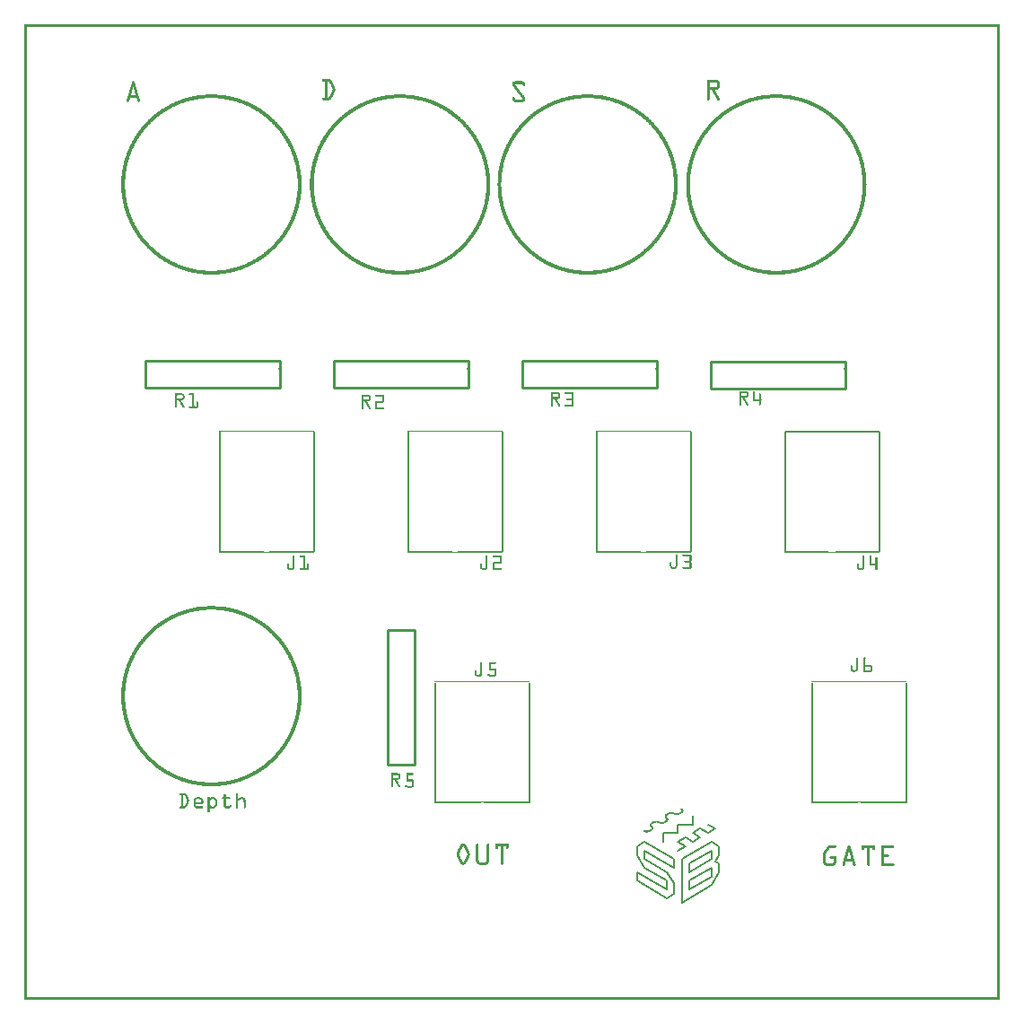
<source format=gto>
G04 MADE WITH FRITZING*
G04 WWW.FRITZING.ORG*
G04 DOUBLE SIDED*
G04 HOLES PLATED*
G04 CONTOUR ON CENTER OF CONTOUR VECTOR*
%ASAXBY*%
%FSLAX23Y23*%
%MOIN*%
%OFA0B0*%
%SFA1.0B1.0*%
%ADD10C,0.005000*%
%ADD11C,0.010000*%
%ADD12C,0.006944*%
%ADD13R,0.001000X0.001000*%
%LNSILK1*%
G90*
G70*
G54D10*
X2825Y1666D02*
X2825Y2110D01*
D02*
X3174Y2110D02*
X2825Y2110D01*
D02*
X3174Y1666D02*
X3174Y2110D01*
D02*
X2126Y1667D02*
X2126Y2110D01*
D02*
X2475Y1666D02*
X2475Y2110D01*
D02*
X1426Y1667D02*
X1426Y2110D01*
D02*
X1775Y1666D02*
X1775Y2110D01*
D02*
X726Y1667D02*
X726Y2110D01*
D02*
X1075Y1666D02*
X1075Y2110D01*
G54D11*
D02*
X3049Y2371D02*
X2549Y2371D01*
D02*
X2549Y2371D02*
X2549Y2271D01*
D02*
X2549Y2271D02*
X3049Y2271D01*
D02*
X3049Y2271D02*
X3049Y2371D01*
D02*
X2350Y2372D02*
X1850Y2372D01*
D02*
X1850Y2372D02*
X1850Y2272D01*
D02*
X1850Y2272D02*
X2350Y2272D01*
D02*
X2350Y2272D02*
X2350Y2372D01*
D02*
X1650Y2372D02*
X1150Y2372D01*
D02*
X1150Y2372D02*
X1150Y2272D01*
D02*
X1150Y2272D02*
X1650Y2272D01*
D02*
X1650Y2272D02*
X1650Y2372D01*
D02*
X950Y2372D02*
X450Y2372D01*
D02*
X450Y2372D02*
X450Y2272D01*
D02*
X450Y2272D02*
X950Y2272D01*
D02*
X950Y2272D02*
X950Y2372D01*
D02*
X1350Y1372D02*
X1350Y872D01*
D02*
X1350Y872D02*
X1450Y872D01*
D02*
X1450Y872D02*
X1450Y1372D01*
D02*
X1450Y1372D02*
X1350Y1372D01*
G54D10*
D02*
X1874Y1177D02*
X1874Y734D01*
D02*
X1525Y1178D02*
X1525Y734D01*
D02*
X3274Y1177D02*
X3274Y734D01*
D02*
X2925Y1178D02*
X2925Y734D01*
G54D12*
X2385Y377D02*
X2274Y442D01*
X2274Y474D01*
X2385Y409D01*
X2385Y442D01*
X2302Y490D01*
X2274Y538D01*
X2274Y570D01*
X2302Y586D01*
X2413Y522D01*
X2413Y490D01*
X2302Y554D01*
X2301Y522D01*
X2385Y474D01*
X2413Y434D01*
X2413Y393D01*
X2385Y377D01*
D02*
X2580Y474D02*
X2552Y426D01*
X2441Y361D01*
X2441Y522D01*
X2552Y586D01*
X2580Y570D01*
X2580Y538D01*
X2566Y514D01*
X2580Y506D01*
X2580Y474D01*
D02*
X2552Y522D02*
X2469Y474D01*
X2469Y506D01*
X2552Y554D01*
X2552Y522D01*
D02*
X2552Y458D02*
X2469Y409D01*
X2469Y442D01*
X2552Y490D01*
X2552Y458D01*
D02*
X2371Y586D02*
X2371Y619D01*
X2427Y619D01*
X2427Y651D01*
X2483Y651D01*
X2483Y683D01*
D02*
X2427Y554D02*
X2455Y570D01*
X2427Y586D01*
X2455Y603D01*
X2483Y586D01*
X2510Y603D01*
X2483Y619D01*
X2510Y635D01*
X2539Y619D01*
X2566Y635D01*
X2539Y651D01*
D02*
X2287Y619D02*
D02*
X2448Y712D02*
D02*
G54D13*
X0Y3622D02*
X3621Y3622D01*
X0Y3621D02*
X3621Y3621D01*
X0Y3620D02*
X3621Y3620D01*
X0Y3619D02*
X3621Y3619D01*
X0Y3618D02*
X3621Y3618D01*
X0Y3617D02*
X3621Y3617D01*
X0Y3616D02*
X3621Y3616D01*
X0Y3615D02*
X3621Y3615D01*
X0Y3614D02*
X7Y3614D01*
X3614Y3614D02*
X3621Y3614D01*
X0Y3613D02*
X7Y3613D01*
X3614Y3613D02*
X3621Y3613D01*
X0Y3612D02*
X7Y3612D01*
X3614Y3612D02*
X3621Y3612D01*
X0Y3611D02*
X7Y3611D01*
X3614Y3611D02*
X3621Y3611D01*
X0Y3610D02*
X7Y3610D01*
X3614Y3610D02*
X3621Y3610D01*
X0Y3609D02*
X7Y3609D01*
X3614Y3609D02*
X3621Y3609D01*
X0Y3608D02*
X7Y3608D01*
X3614Y3608D02*
X3621Y3608D01*
X0Y3607D02*
X7Y3607D01*
X3614Y3607D02*
X3621Y3607D01*
X0Y3606D02*
X7Y3606D01*
X3614Y3606D02*
X3621Y3606D01*
X0Y3605D02*
X7Y3605D01*
X3614Y3605D02*
X3621Y3605D01*
X0Y3604D02*
X7Y3604D01*
X3614Y3604D02*
X3621Y3604D01*
X0Y3603D02*
X7Y3603D01*
X3614Y3603D02*
X3621Y3603D01*
X0Y3602D02*
X7Y3602D01*
X3614Y3602D02*
X3621Y3602D01*
X0Y3601D02*
X7Y3601D01*
X3614Y3601D02*
X3621Y3601D01*
X0Y3600D02*
X7Y3600D01*
X3614Y3600D02*
X3621Y3600D01*
X0Y3599D02*
X7Y3599D01*
X3614Y3599D02*
X3621Y3599D01*
X0Y3598D02*
X7Y3598D01*
X3614Y3598D02*
X3621Y3598D01*
X0Y3597D02*
X7Y3597D01*
X3614Y3597D02*
X3621Y3597D01*
X0Y3596D02*
X7Y3596D01*
X3614Y3596D02*
X3621Y3596D01*
X0Y3595D02*
X7Y3595D01*
X3614Y3595D02*
X3621Y3595D01*
X0Y3594D02*
X7Y3594D01*
X3614Y3594D02*
X3621Y3594D01*
X0Y3593D02*
X7Y3593D01*
X3614Y3593D02*
X3621Y3593D01*
X0Y3592D02*
X7Y3592D01*
X3614Y3592D02*
X3621Y3592D01*
X0Y3591D02*
X7Y3591D01*
X3614Y3591D02*
X3621Y3591D01*
X0Y3590D02*
X7Y3590D01*
X3614Y3590D02*
X3621Y3590D01*
X0Y3589D02*
X7Y3589D01*
X3614Y3589D02*
X3621Y3589D01*
X0Y3588D02*
X7Y3588D01*
X3614Y3588D02*
X3621Y3588D01*
X0Y3587D02*
X7Y3587D01*
X3614Y3587D02*
X3621Y3587D01*
X0Y3586D02*
X7Y3586D01*
X3614Y3586D02*
X3621Y3586D01*
X0Y3585D02*
X7Y3585D01*
X3614Y3585D02*
X3621Y3585D01*
X0Y3584D02*
X7Y3584D01*
X3614Y3584D02*
X3621Y3584D01*
X0Y3583D02*
X7Y3583D01*
X3614Y3583D02*
X3621Y3583D01*
X0Y3582D02*
X7Y3582D01*
X3614Y3582D02*
X3621Y3582D01*
X0Y3581D02*
X7Y3581D01*
X3614Y3581D02*
X3621Y3581D01*
X0Y3580D02*
X7Y3580D01*
X3614Y3580D02*
X3621Y3580D01*
X0Y3579D02*
X7Y3579D01*
X3614Y3579D02*
X3621Y3579D01*
X0Y3578D02*
X7Y3578D01*
X3614Y3578D02*
X3621Y3578D01*
X0Y3577D02*
X7Y3577D01*
X3614Y3577D02*
X3621Y3577D01*
X0Y3576D02*
X7Y3576D01*
X3614Y3576D02*
X3621Y3576D01*
X0Y3575D02*
X7Y3575D01*
X3614Y3575D02*
X3621Y3575D01*
X0Y3574D02*
X7Y3574D01*
X3614Y3574D02*
X3621Y3574D01*
X0Y3573D02*
X7Y3573D01*
X3614Y3573D02*
X3621Y3573D01*
X0Y3572D02*
X7Y3572D01*
X3614Y3572D02*
X3621Y3572D01*
X0Y3571D02*
X7Y3571D01*
X3614Y3571D02*
X3621Y3571D01*
X0Y3570D02*
X7Y3570D01*
X3614Y3570D02*
X3621Y3570D01*
X0Y3569D02*
X7Y3569D01*
X3614Y3569D02*
X3621Y3569D01*
X0Y3568D02*
X7Y3568D01*
X3614Y3568D02*
X3621Y3568D01*
X0Y3567D02*
X7Y3567D01*
X3614Y3567D02*
X3621Y3567D01*
X0Y3566D02*
X7Y3566D01*
X3614Y3566D02*
X3621Y3566D01*
X0Y3565D02*
X7Y3565D01*
X3614Y3565D02*
X3621Y3565D01*
X0Y3564D02*
X7Y3564D01*
X3614Y3564D02*
X3621Y3564D01*
X0Y3563D02*
X7Y3563D01*
X3614Y3563D02*
X3621Y3563D01*
X0Y3562D02*
X7Y3562D01*
X3614Y3562D02*
X3621Y3562D01*
X0Y3561D02*
X7Y3561D01*
X3614Y3561D02*
X3621Y3561D01*
X0Y3560D02*
X7Y3560D01*
X3614Y3560D02*
X3621Y3560D01*
X0Y3559D02*
X7Y3559D01*
X3614Y3559D02*
X3621Y3559D01*
X0Y3558D02*
X7Y3558D01*
X3614Y3558D02*
X3621Y3558D01*
X0Y3557D02*
X7Y3557D01*
X3614Y3557D02*
X3621Y3557D01*
X0Y3556D02*
X7Y3556D01*
X3614Y3556D02*
X3621Y3556D01*
X0Y3555D02*
X7Y3555D01*
X3614Y3555D02*
X3621Y3555D01*
X0Y3554D02*
X7Y3554D01*
X3614Y3554D02*
X3621Y3554D01*
X0Y3553D02*
X7Y3553D01*
X3614Y3553D02*
X3621Y3553D01*
X0Y3552D02*
X7Y3552D01*
X3614Y3552D02*
X3621Y3552D01*
X0Y3551D02*
X7Y3551D01*
X3614Y3551D02*
X3621Y3551D01*
X0Y3550D02*
X7Y3550D01*
X3614Y3550D02*
X3621Y3550D01*
X0Y3549D02*
X7Y3549D01*
X3614Y3549D02*
X3621Y3549D01*
X0Y3548D02*
X7Y3548D01*
X3614Y3548D02*
X3621Y3548D01*
X0Y3547D02*
X7Y3547D01*
X3614Y3547D02*
X3621Y3547D01*
X0Y3546D02*
X7Y3546D01*
X3614Y3546D02*
X3621Y3546D01*
X0Y3545D02*
X7Y3545D01*
X3614Y3545D02*
X3621Y3545D01*
X0Y3544D02*
X7Y3544D01*
X3614Y3544D02*
X3621Y3544D01*
X0Y3543D02*
X7Y3543D01*
X3614Y3543D02*
X3621Y3543D01*
X0Y3542D02*
X7Y3542D01*
X3614Y3542D02*
X3621Y3542D01*
X0Y3541D02*
X7Y3541D01*
X3614Y3541D02*
X3621Y3541D01*
X0Y3540D02*
X7Y3540D01*
X3614Y3540D02*
X3621Y3540D01*
X0Y3539D02*
X7Y3539D01*
X3614Y3539D02*
X3621Y3539D01*
X0Y3538D02*
X7Y3538D01*
X3614Y3538D02*
X3621Y3538D01*
X0Y3537D02*
X7Y3537D01*
X3614Y3537D02*
X3621Y3537D01*
X0Y3536D02*
X7Y3536D01*
X3614Y3536D02*
X3621Y3536D01*
X0Y3535D02*
X7Y3535D01*
X3614Y3535D02*
X3621Y3535D01*
X0Y3534D02*
X7Y3534D01*
X3614Y3534D02*
X3621Y3534D01*
X0Y3533D02*
X7Y3533D01*
X3614Y3533D02*
X3621Y3533D01*
X0Y3532D02*
X7Y3532D01*
X3614Y3532D02*
X3621Y3532D01*
X0Y3531D02*
X7Y3531D01*
X3614Y3531D02*
X3621Y3531D01*
X0Y3530D02*
X7Y3530D01*
X3614Y3530D02*
X3621Y3530D01*
X0Y3529D02*
X7Y3529D01*
X3614Y3529D02*
X3621Y3529D01*
X0Y3528D02*
X7Y3528D01*
X3614Y3528D02*
X3621Y3528D01*
X0Y3527D02*
X7Y3527D01*
X3614Y3527D02*
X3621Y3527D01*
X0Y3526D02*
X7Y3526D01*
X3614Y3526D02*
X3621Y3526D01*
X0Y3525D02*
X7Y3525D01*
X3614Y3525D02*
X3621Y3525D01*
X0Y3524D02*
X7Y3524D01*
X3614Y3524D02*
X3621Y3524D01*
X0Y3523D02*
X7Y3523D01*
X3614Y3523D02*
X3621Y3523D01*
X0Y3522D02*
X7Y3522D01*
X3614Y3522D02*
X3621Y3522D01*
X0Y3521D02*
X7Y3521D01*
X3614Y3521D02*
X3621Y3521D01*
X0Y3520D02*
X7Y3520D01*
X3614Y3520D02*
X3621Y3520D01*
X0Y3519D02*
X7Y3519D01*
X3614Y3519D02*
X3621Y3519D01*
X0Y3518D02*
X7Y3518D01*
X3614Y3518D02*
X3621Y3518D01*
X0Y3517D02*
X7Y3517D01*
X3614Y3517D02*
X3621Y3517D01*
X0Y3516D02*
X7Y3516D01*
X3614Y3516D02*
X3621Y3516D01*
X0Y3515D02*
X7Y3515D01*
X3614Y3515D02*
X3621Y3515D01*
X0Y3514D02*
X7Y3514D01*
X3614Y3514D02*
X3621Y3514D01*
X0Y3513D02*
X7Y3513D01*
X3614Y3513D02*
X3621Y3513D01*
X0Y3512D02*
X7Y3512D01*
X3614Y3512D02*
X3621Y3512D01*
X0Y3511D02*
X7Y3511D01*
X3614Y3511D02*
X3621Y3511D01*
X0Y3510D02*
X7Y3510D01*
X3614Y3510D02*
X3621Y3510D01*
X0Y3509D02*
X7Y3509D01*
X3614Y3509D02*
X3621Y3509D01*
X0Y3508D02*
X7Y3508D01*
X3614Y3508D02*
X3621Y3508D01*
X0Y3507D02*
X7Y3507D01*
X3614Y3507D02*
X3621Y3507D01*
X0Y3506D02*
X7Y3506D01*
X3614Y3506D02*
X3621Y3506D01*
X0Y3505D02*
X7Y3505D01*
X3614Y3505D02*
X3621Y3505D01*
X0Y3504D02*
X7Y3504D01*
X3614Y3504D02*
X3621Y3504D01*
X0Y3503D02*
X7Y3503D01*
X3614Y3503D02*
X3621Y3503D01*
X0Y3502D02*
X7Y3502D01*
X3614Y3502D02*
X3621Y3502D01*
X0Y3501D02*
X7Y3501D01*
X3614Y3501D02*
X3621Y3501D01*
X0Y3500D02*
X7Y3500D01*
X3614Y3500D02*
X3621Y3500D01*
X0Y3499D02*
X7Y3499D01*
X3614Y3499D02*
X3621Y3499D01*
X0Y3498D02*
X7Y3498D01*
X3614Y3498D02*
X3621Y3498D01*
X0Y3497D02*
X7Y3497D01*
X3614Y3497D02*
X3621Y3497D01*
X0Y3496D02*
X7Y3496D01*
X3614Y3496D02*
X3621Y3496D01*
X0Y3495D02*
X7Y3495D01*
X3614Y3495D02*
X3621Y3495D01*
X0Y3494D02*
X7Y3494D01*
X3614Y3494D02*
X3621Y3494D01*
X0Y3493D02*
X7Y3493D01*
X3614Y3493D02*
X3621Y3493D01*
X0Y3492D02*
X7Y3492D01*
X3614Y3492D02*
X3621Y3492D01*
X0Y3491D02*
X7Y3491D01*
X3614Y3491D02*
X3621Y3491D01*
X0Y3490D02*
X7Y3490D01*
X3614Y3490D02*
X3621Y3490D01*
X0Y3489D02*
X7Y3489D01*
X3614Y3489D02*
X3621Y3489D01*
X0Y3488D02*
X7Y3488D01*
X3614Y3488D02*
X3621Y3488D01*
X0Y3487D02*
X7Y3487D01*
X3614Y3487D02*
X3621Y3487D01*
X0Y3486D02*
X7Y3486D01*
X3614Y3486D02*
X3621Y3486D01*
X0Y3485D02*
X7Y3485D01*
X3614Y3485D02*
X3621Y3485D01*
X0Y3484D02*
X7Y3484D01*
X3614Y3484D02*
X3621Y3484D01*
X0Y3483D02*
X7Y3483D01*
X3614Y3483D02*
X3621Y3483D01*
X0Y3482D02*
X7Y3482D01*
X3614Y3482D02*
X3621Y3482D01*
X0Y3481D02*
X7Y3481D01*
X3614Y3481D02*
X3621Y3481D01*
X0Y3480D02*
X7Y3480D01*
X3614Y3480D02*
X3621Y3480D01*
X0Y3479D02*
X7Y3479D01*
X3614Y3479D02*
X3621Y3479D01*
X0Y3478D02*
X7Y3478D01*
X3614Y3478D02*
X3621Y3478D01*
X0Y3477D02*
X7Y3477D01*
X3614Y3477D02*
X3621Y3477D01*
X0Y3476D02*
X7Y3476D01*
X3614Y3476D02*
X3621Y3476D01*
X0Y3475D02*
X7Y3475D01*
X3614Y3475D02*
X3621Y3475D01*
X0Y3474D02*
X7Y3474D01*
X3614Y3474D02*
X3621Y3474D01*
X0Y3473D02*
X7Y3473D01*
X3614Y3473D02*
X3621Y3473D01*
X0Y3472D02*
X7Y3472D01*
X3614Y3472D02*
X3621Y3472D01*
X0Y3471D02*
X7Y3471D01*
X3614Y3471D02*
X3621Y3471D01*
X0Y3470D02*
X7Y3470D01*
X3614Y3470D02*
X3621Y3470D01*
X0Y3469D02*
X7Y3469D01*
X3614Y3469D02*
X3621Y3469D01*
X0Y3468D02*
X7Y3468D01*
X3614Y3468D02*
X3621Y3468D01*
X0Y3467D02*
X7Y3467D01*
X3614Y3467D02*
X3621Y3467D01*
X0Y3466D02*
X7Y3466D01*
X3614Y3466D02*
X3621Y3466D01*
X0Y3465D02*
X7Y3465D01*
X3614Y3465D02*
X3621Y3465D01*
X0Y3464D02*
X7Y3464D01*
X3614Y3464D02*
X3621Y3464D01*
X0Y3463D02*
X7Y3463D01*
X3614Y3463D02*
X3621Y3463D01*
X0Y3462D02*
X7Y3462D01*
X3614Y3462D02*
X3621Y3462D01*
X0Y3461D02*
X7Y3461D01*
X3614Y3461D02*
X3621Y3461D01*
X0Y3460D02*
X7Y3460D01*
X3614Y3460D02*
X3621Y3460D01*
X0Y3459D02*
X7Y3459D01*
X3614Y3459D02*
X3621Y3459D01*
X0Y3458D02*
X7Y3458D01*
X3614Y3458D02*
X3621Y3458D01*
X0Y3457D02*
X7Y3457D01*
X3614Y3457D02*
X3621Y3457D01*
X0Y3456D02*
X7Y3456D01*
X3614Y3456D02*
X3621Y3456D01*
X0Y3455D02*
X7Y3455D01*
X3614Y3455D02*
X3621Y3455D01*
X0Y3454D02*
X7Y3454D01*
X3614Y3454D02*
X3621Y3454D01*
X0Y3453D02*
X7Y3453D01*
X3614Y3453D02*
X3621Y3453D01*
X0Y3452D02*
X7Y3452D01*
X3614Y3452D02*
X3621Y3452D01*
X0Y3451D02*
X7Y3451D01*
X3614Y3451D02*
X3621Y3451D01*
X0Y3450D02*
X7Y3450D01*
X3614Y3450D02*
X3621Y3450D01*
X0Y3449D02*
X7Y3449D01*
X3614Y3449D02*
X3621Y3449D01*
X0Y3448D02*
X7Y3448D01*
X3614Y3448D02*
X3621Y3448D01*
X0Y3447D02*
X7Y3447D01*
X3614Y3447D02*
X3621Y3447D01*
X0Y3446D02*
X7Y3446D01*
X3614Y3446D02*
X3621Y3446D01*
X0Y3445D02*
X7Y3445D01*
X3614Y3445D02*
X3621Y3445D01*
X0Y3444D02*
X7Y3444D01*
X3614Y3444D02*
X3621Y3444D01*
X0Y3443D02*
X7Y3443D01*
X3614Y3443D02*
X3621Y3443D01*
X0Y3442D02*
X7Y3442D01*
X3614Y3442D02*
X3621Y3442D01*
X0Y3441D02*
X7Y3441D01*
X3614Y3441D02*
X3621Y3441D01*
X0Y3440D02*
X7Y3440D01*
X3614Y3440D02*
X3621Y3440D01*
X0Y3439D02*
X7Y3439D01*
X3614Y3439D02*
X3621Y3439D01*
X0Y3438D02*
X7Y3438D01*
X3614Y3438D02*
X3621Y3438D01*
X0Y3437D02*
X7Y3437D01*
X3614Y3437D02*
X3621Y3437D01*
X0Y3436D02*
X7Y3436D01*
X3614Y3436D02*
X3621Y3436D01*
X0Y3435D02*
X7Y3435D01*
X3614Y3435D02*
X3621Y3435D01*
X0Y3434D02*
X7Y3434D01*
X3614Y3434D02*
X3621Y3434D01*
X0Y3433D02*
X7Y3433D01*
X3614Y3433D02*
X3621Y3433D01*
X0Y3432D02*
X7Y3432D01*
X3614Y3432D02*
X3621Y3432D01*
X0Y3431D02*
X7Y3431D01*
X3614Y3431D02*
X3621Y3431D01*
X0Y3430D02*
X7Y3430D01*
X3614Y3430D02*
X3621Y3430D01*
X0Y3429D02*
X7Y3429D01*
X3614Y3429D02*
X3621Y3429D01*
X0Y3428D02*
X7Y3428D01*
X3614Y3428D02*
X3621Y3428D01*
X0Y3427D02*
X7Y3427D01*
X3614Y3427D02*
X3621Y3427D01*
X0Y3426D02*
X7Y3426D01*
X3614Y3426D02*
X3621Y3426D01*
X0Y3425D02*
X7Y3425D01*
X3614Y3425D02*
X3621Y3425D01*
X0Y3424D02*
X7Y3424D01*
X3614Y3424D02*
X3621Y3424D01*
X0Y3423D02*
X7Y3423D01*
X3614Y3423D02*
X3621Y3423D01*
X0Y3422D02*
X7Y3422D01*
X3614Y3422D02*
X3621Y3422D01*
X0Y3421D02*
X7Y3421D01*
X3614Y3421D02*
X3621Y3421D01*
X0Y3420D02*
X7Y3420D01*
X3614Y3420D02*
X3621Y3420D01*
X0Y3419D02*
X7Y3419D01*
X1108Y3419D02*
X1132Y3419D01*
X3614Y3419D02*
X3621Y3419D01*
X0Y3418D02*
X7Y3418D01*
X1106Y3418D02*
X1134Y3418D01*
X3614Y3418D02*
X3621Y3418D01*
X0Y3417D02*
X7Y3417D01*
X1106Y3417D02*
X1136Y3417D01*
X3614Y3417D02*
X3621Y3417D01*
X0Y3416D02*
X7Y3416D01*
X1105Y3416D02*
X1137Y3416D01*
X2535Y3416D02*
X2572Y3416D01*
X3614Y3416D02*
X3621Y3416D01*
X0Y3415D02*
X7Y3415D01*
X1105Y3415D02*
X1138Y3415D01*
X2535Y3415D02*
X2575Y3415D01*
X3614Y3415D02*
X3621Y3415D01*
X0Y3414D02*
X7Y3414D01*
X1105Y3414D02*
X1139Y3414D01*
X2535Y3414D02*
X2576Y3414D01*
X3614Y3414D02*
X3621Y3414D01*
X0Y3413D02*
X7Y3413D01*
X1105Y3413D02*
X1140Y3413D01*
X2535Y3413D02*
X2578Y3413D01*
X3614Y3413D02*
X3621Y3413D01*
X0Y3412D02*
X7Y3412D01*
X402Y3412D02*
X406Y3412D01*
X1106Y3412D02*
X1141Y3412D01*
X1822Y3412D02*
X1848Y3412D01*
X2535Y3412D02*
X2579Y3412D01*
X3614Y3412D02*
X3621Y3412D01*
X0Y3411D02*
X7Y3411D01*
X401Y3411D02*
X407Y3411D01*
X1107Y3411D02*
X1141Y3411D01*
X1818Y3411D02*
X1852Y3411D01*
X2535Y3411D02*
X2580Y3411D01*
X3614Y3411D02*
X3621Y3411D01*
X0Y3410D02*
X7Y3410D01*
X400Y3410D02*
X408Y3410D01*
X1108Y3410D02*
X1142Y3410D01*
X1816Y3410D02*
X1854Y3410D01*
X2535Y3410D02*
X2581Y3410D01*
X3614Y3410D02*
X3621Y3410D01*
X0Y3409D02*
X7Y3409D01*
X400Y3409D02*
X409Y3409D01*
X1115Y3409D02*
X1124Y3409D01*
X1131Y3409D02*
X1142Y3409D01*
X1815Y3409D02*
X1855Y3409D01*
X2535Y3409D02*
X2581Y3409D01*
X3614Y3409D02*
X3621Y3409D01*
X0Y3408D02*
X7Y3408D01*
X399Y3408D02*
X409Y3408D01*
X1115Y3408D02*
X1124Y3408D01*
X1132Y3408D02*
X1143Y3408D01*
X1814Y3408D02*
X1856Y3408D01*
X2535Y3408D02*
X2582Y3408D01*
X3614Y3408D02*
X3621Y3408D01*
X0Y3407D02*
X7Y3407D01*
X399Y3407D02*
X409Y3407D01*
X1115Y3407D02*
X1124Y3407D01*
X1133Y3407D02*
X1143Y3407D01*
X1813Y3407D02*
X1857Y3407D01*
X2535Y3407D02*
X2582Y3407D01*
X3614Y3407D02*
X3621Y3407D01*
X0Y3406D02*
X7Y3406D01*
X399Y3406D02*
X409Y3406D01*
X1115Y3406D02*
X1124Y3406D01*
X1133Y3406D02*
X1144Y3406D01*
X1813Y3406D02*
X1858Y3406D01*
X2535Y3406D02*
X2544Y3406D01*
X2571Y3406D02*
X2583Y3406D01*
X3614Y3406D02*
X3621Y3406D01*
X0Y3405D02*
X7Y3405D01*
X399Y3405D02*
X410Y3405D01*
X1115Y3405D02*
X1124Y3405D01*
X1134Y3405D02*
X1144Y3405D01*
X1812Y3405D02*
X1859Y3405D01*
X2535Y3405D02*
X2544Y3405D01*
X2573Y3405D02*
X2583Y3405D01*
X3614Y3405D02*
X3621Y3405D01*
X0Y3404D02*
X7Y3404D01*
X398Y3404D02*
X410Y3404D01*
X1115Y3404D02*
X1124Y3404D01*
X1134Y3404D02*
X1145Y3404D01*
X1812Y3404D02*
X1859Y3404D01*
X2535Y3404D02*
X2544Y3404D01*
X2573Y3404D02*
X2583Y3404D01*
X3614Y3404D02*
X3621Y3404D01*
X0Y3403D02*
X7Y3403D01*
X398Y3403D02*
X410Y3403D01*
X1115Y3403D02*
X1124Y3403D01*
X1135Y3403D02*
X1145Y3403D01*
X1812Y3403D02*
X1860Y3403D01*
X2535Y3403D02*
X2544Y3403D01*
X2574Y3403D02*
X2583Y3403D01*
X3614Y3403D02*
X3621Y3403D01*
X0Y3402D02*
X7Y3402D01*
X398Y3402D02*
X411Y3402D01*
X1115Y3402D02*
X1124Y3402D01*
X1135Y3402D02*
X1146Y3402D01*
X1812Y3402D02*
X1860Y3402D01*
X2535Y3402D02*
X2544Y3402D01*
X2574Y3402D02*
X2583Y3402D01*
X3614Y3402D02*
X3621Y3402D01*
X0Y3401D02*
X7Y3401D01*
X397Y3401D02*
X411Y3401D01*
X1115Y3401D02*
X1124Y3401D01*
X1136Y3401D02*
X1146Y3401D01*
X1812Y3401D02*
X1821Y3401D01*
X1850Y3401D02*
X1860Y3401D01*
X2535Y3401D02*
X2544Y3401D01*
X2574Y3401D02*
X2583Y3401D01*
X3614Y3401D02*
X3621Y3401D01*
X0Y3400D02*
X7Y3400D01*
X397Y3400D02*
X411Y3400D01*
X1115Y3400D02*
X1124Y3400D01*
X1137Y3400D02*
X1147Y3400D01*
X1812Y3400D02*
X1821Y3400D01*
X1851Y3400D02*
X1860Y3400D01*
X2535Y3400D02*
X2544Y3400D01*
X2574Y3400D02*
X2583Y3400D01*
X3614Y3400D02*
X3621Y3400D01*
X0Y3399D02*
X7Y3399D01*
X397Y3399D02*
X411Y3399D01*
X1115Y3399D02*
X1124Y3399D01*
X1137Y3399D02*
X1147Y3399D01*
X1812Y3399D02*
X1822Y3399D01*
X1851Y3399D02*
X1860Y3399D01*
X2535Y3399D02*
X2544Y3399D01*
X2574Y3399D02*
X2583Y3399D01*
X3614Y3399D02*
X3621Y3399D01*
X0Y3398D02*
X7Y3398D01*
X397Y3398D02*
X412Y3398D01*
X1115Y3398D02*
X1124Y3398D01*
X1138Y3398D02*
X1148Y3398D01*
X1812Y3398D02*
X1822Y3398D01*
X1851Y3398D02*
X1860Y3398D01*
X2535Y3398D02*
X2544Y3398D01*
X2574Y3398D02*
X2583Y3398D01*
X3614Y3398D02*
X3621Y3398D01*
X0Y3397D02*
X7Y3397D01*
X396Y3397D02*
X412Y3397D01*
X1115Y3397D02*
X1124Y3397D01*
X1138Y3397D02*
X1148Y3397D01*
X1812Y3397D02*
X1823Y3397D01*
X1852Y3397D02*
X1860Y3397D01*
X2535Y3397D02*
X2544Y3397D01*
X2574Y3397D02*
X2583Y3397D01*
X3614Y3397D02*
X3621Y3397D01*
X0Y3396D02*
X7Y3396D01*
X396Y3396D02*
X412Y3396D01*
X1115Y3396D02*
X1124Y3396D01*
X1139Y3396D02*
X1149Y3396D01*
X1813Y3396D02*
X1824Y3396D01*
X1852Y3396D02*
X1860Y3396D01*
X2535Y3396D02*
X2544Y3396D01*
X2574Y3396D02*
X2583Y3396D01*
X3614Y3396D02*
X3621Y3396D01*
X0Y3395D02*
X7Y3395D01*
X396Y3395D02*
X413Y3395D01*
X1115Y3395D02*
X1124Y3395D01*
X1139Y3395D02*
X1149Y3395D01*
X1813Y3395D02*
X1825Y3395D01*
X1853Y3395D02*
X1859Y3395D01*
X2535Y3395D02*
X2544Y3395D01*
X2574Y3395D02*
X2583Y3395D01*
X3614Y3395D02*
X3621Y3395D01*
X0Y3394D02*
X7Y3394D01*
X395Y3394D02*
X413Y3394D01*
X1115Y3394D02*
X1124Y3394D01*
X1140Y3394D02*
X1150Y3394D01*
X1814Y3394D02*
X1826Y3394D01*
X1854Y3394D02*
X1857Y3394D01*
X2535Y3394D02*
X2544Y3394D01*
X2574Y3394D02*
X2583Y3394D01*
X3614Y3394D02*
X3621Y3394D01*
X0Y3393D02*
X7Y3393D01*
X395Y3393D02*
X413Y3393D01*
X1115Y3393D02*
X1124Y3393D01*
X1140Y3393D02*
X1150Y3393D01*
X1814Y3393D02*
X1826Y3393D01*
X2535Y3393D02*
X2544Y3393D01*
X2573Y3393D02*
X2583Y3393D01*
X3614Y3393D02*
X3621Y3393D01*
X0Y3392D02*
X7Y3392D01*
X395Y3392D02*
X413Y3392D01*
X1115Y3392D02*
X1124Y3392D01*
X1141Y3392D02*
X1151Y3392D01*
X1815Y3392D02*
X1827Y3392D01*
X2535Y3392D02*
X2544Y3392D01*
X2572Y3392D02*
X2583Y3392D01*
X3614Y3392D02*
X3621Y3392D01*
X0Y3391D02*
X7Y3391D01*
X394Y3391D02*
X414Y3391D01*
X1115Y3391D02*
X1124Y3391D01*
X1141Y3391D02*
X1151Y3391D01*
X1816Y3391D02*
X1828Y3391D01*
X2535Y3391D02*
X2582Y3391D01*
X3614Y3391D02*
X3621Y3391D01*
X0Y3390D02*
X7Y3390D01*
X394Y3390D02*
X414Y3390D01*
X1115Y3390D02*
X1124Y3390D01*
X1142Y3390D02*
X1152Y3390D01*
X1817Y3390D02*
X1829Y3390D01*
X2535Y3390D02*
X2582Y3390D01*
X3614Y3390D02*
X3621Y3390D01*
X0Y3389D02*
X7Y3389D01*
X394Y3389D02*
X414Y3389D01*
X1115Y3389D02*
X1124Y3389D01*
X1142Y3389D02*
X1152Y3389D01*
X1818Y3389D02*
X1829Y3389D01*
X2535Y3389D02*
X2582Y3389D01*
X3614Y3389D02*
X3621Y3389D01*
X0Y3388D02*
X7Y3388D01*
X394Y3388D02*
X403Y3388D01*
X405Y3388D02*
X415Y3388D01*
X1115Y3388D02*
X1124Y3388D01*
X1143Y3388D02*
X1153Y3388D01*
X1818Y3388D02*
X1830Y3388D01*
X2535Y3388D02*
X2581Y3388D01*
X3614Y3388D02*
X3621Y3388D01*
X0Y3387D02*
X7Y3387D01*
X393Y3387D02*
X403Y3387D01*
X405Y3387D02*
X415Y3387D01*
X1115Y3387D02*
X1124Y3387D01*
X1143Y3387D02*
X1153Y3387D01*
X1819Y3387D02*
X1831Y3387D01*
X2535Y3387D02*
X2580Y3387D01*
X3614Y3387D02*
X3621Y3387D01*
X0Y3386D02*
X7Y3386D01*
X393Y3386D02*
X403Y3386D01*
X406Y3386D02*
X415Y3386D01*
X1115Y3386D02*
X1124Y3386D01*
X1144Y3386D02*
X1153Y3386D01*
X1820Y3386D02*
X1832Y3386D01*
X2535Y3386D02*
X2579Y3386D01*
X3614Y3386D02*
X3621Y3386D01*
X0Y3385D02*
X7Y3385D01*
X393Y3385D02*
X402Y3385D01*
X406Y3385D02*
X416Y3385D01*
X1115Y3385D02*
X1124Y3385D01*
X1144Y3385D02*
X1153Y3385D01*
X1821Y3385D02*
X1833Y3385D01*
X2535Y3385D02*
X2578Y3385D01*
X3614Y3385D02*
X3621Y3385D01*
X0Y3384D02*
X7Y3384D01*
X392Y3384D02*
X402Y3384D01*
X406Y3384D02*
X416Y3384D01*
X1115Y3384D02*
X1124Y3384D01*
X1144Y3384D02*
X1154Y3384D01*
X1821Y3384D02*
X1833Y3384D01*
X2535Y3384D02*
X2577Y3384D01*
X3614Y3384D02*
X3621Y3384D01*
X0Y3383D02*
X7Y3383D01*
X392Y3383D02*
X402Y3383D01*
X407Y3383D02*
X416Y3383D01*
X1115Y3383D02*
X1124Y3383D01*
X1145Y3383D02*
X1154Y3383D01*
X1822Y3383D02*
X1834Y3383D01*
X2535Y3383D02*
X2576Y3383D01*
X3614Y3383D02*
X3621Y3383D01*
X0Y3382D02*
X7Y3382D01*
X392Y3382D02*
X401Y3382D01*
X407Y3382D02*
X416Y3382D01*
X1115Y3382D02*
X1124Y3382D01*
X1145Y3382D02*
X1154Y3382D01*
X1823Y3382D02*
X1835Y3382D01*
X2535Y3382D02*
X2574Y3382D01*
X3614Y3382D02*
X3621Y3382D01*
X0Y3381D02*
X7Y3381D01*
X392Y3381D02*
X401Y3381D01*
X407Y3381D02*
X417Y3381D01*
X1115Y3381D02*
X1124Y3381D01*
X1145Y3381D02*
X1154Y3381D01*
X1824Y3381D02*
X1836Y3381D01*
X2535Y3381D02*
X2569Y3381D01*
X3614Y3381D02*
X3621Y3381D01*
X0Y3380D02*
X7Y3380D01*
X391Y3380D02*
X401Y3380D01*
X407Y3380D02*
X417Y3380D01*
X1115Y3380D02*
X1124Y3380D01*
X1145Y3380D02*
X1154Y3380D01*
X1825Y3380D02*
X1836Y3380D01*
X2535Y3380D02*
X2544Y3380D01*
X2552Y3380D02*
X2563Y3380D01*
X3614Y3380D02*
X3621Y3380D01*
X0Y3379D02*
X7Y3379D01*
X391Y3379D02*
X400Y3379D01*
X408Y3379D02*
X417Y3379D01*
X1115Y3379D02*
X1124Y3379D01*
X1145Y3379D02*
X1154Y3379D01*
X1825Y3379D02*
X1837Y3379D01*
X2535Y3379D02*
X2544Y3379D01*
X2553Y3379D02*
X2563Y3379D01*
X3614Y3379D02*
X3621Y3379D01*
X0Y3378D02*
X7Y3378D01*
X391Y3378D02*
X400Y3378D01*
X408Y3378D02*
X418Y3378D01*
X1115Y3378D02*
X1124Y3378D01*
X1144Y3378D02*
X1154Y3378D01*
X1826Y3378D02*
X1838Y3378D01*
X2535Y3378D02*
X2544Y3378D01*
X2553Y3378D02*
X2564Y3378D01*
X3614Y3378D02*
X3621Y3378D01*
X0Y3377D02*
X7Y3377D01*
X390Y3377D02*
X400Y3377D01*
X408Y3377D02*
X418Y3377D01*
X1115Y3377D02*
X1124Y3377D01*
X1144Y3377D02*
X1154Y3377D01*
X1827Y3377D02*
X1839Y3377D01*
X2535Y3377D02*
X2544Y3377D01*
X2554Y3377D02*
X2565Y3377D01*
X3614Y3377D02*
X3621Y3377D01*
X0Y3376D02*
X7Y3376D01*
X390Y3376D02*
X400Y3376D01*
X409Y3376D02*
X418Y3376D01*
X1115Y3376D02*
X1124Y3376D01*
X1144Y3376D02*
X1153Y3376D01*
X1828Y3376D02*
X1840Y3376D01*
X2535Y3376D02*
X2544Y3376D01*
X2554Y3376D02*
X2565Y3376D01*
X3614Y3376D02*
X3621Y3376D01*
X0Y3375D02*
X7Y3375D01*
X390Y3375D02*
X399Y3375D01*
X409Y3375D02*
X418Y3375D01*
X1115Y3375D02*
X1124Y3375D01*
X1143Y3375D02*
X1153Y3375D01*
X1828Y3375D02*
X1840Y3375D01*
X2535Y3375D02*
X2544Y3375D01*
X2555Y3375D02*
X2566Y3375D01*
X3614Y3375D02*
X3621Y3375D01*
X0Y3374D02*
X7Y3374D01*
X389Y3374D02*
X399Y3374D01*
X409Y3374D02*
X419Y3374D01*
X1115Y3374D02*
X1124Y3374D01*
X1143Y3374D02*
X1153Y3374D01*
X1829Y3374D02*
X1841Y3374D01*
X2535Y3374D02*
X2544Y3374D01*
X2556Y3374D02*
X2566Y3374D01*
X3614Y3374D02*
X3621Y3374D01*
X0Y3373D02*
X7Y3373D01*
X389Y3373D02*
X399Y3373D01*
X409Y3373D02*
X419Y3373D01*
X1115Y3373D02*
X1124Y3373D01*
X1142Y3373D02*
X1152Y3373D01*
X1830Y3373D02*
X1842Y3373D01*
X2535Y3373D02*
X2544Y3373D01*
X2556Y3373D02*
X2567Y3373D01*
X3614Y3373D02*
X3621Y3373D01*
X0Y3372D02*
X7Y3372D01*
X389Y3372D02*
X398Y3372D01*
X410Y3372D02*
X419Y3372D01*
X1115Y3372D02*
X1124Y3372D01*
X1142Y3372D02*
X1152Y3372D01*
X1831Y3372D02*
X1843Y3372D01*
X2535Y3372D02*
X2544Y3372D01*
X2557Y3372D02*
X2568Y3372D01*
X3614Y3372D02*
X3621Y3372D01*
X0Y3371D02*
X7Y3371D01*
X389Y3371D02*
X398Y3371D01*
X410Y3371D02*
X420Y3371D01*
X1115Y3371D02*
X1124Y3371D01*
X1141Y3371D02*
X1152Y3371D01*
X1831Y3371D02*
X1843Y3371D01*
X2535Y3371D02*
X2544Y3371D01*
X2557Y3371D02*
X2568Y3371D01*
X3614Y3371D02*
X3621Y3371D01*
X0Y3370D02*
X7Y3370D01*
X388Y3370D02*
X398Y3370D01*
X410Y3370D02*
X420Y3370D01*
X1115Y3370D02*
X1124Y3370D01*
X1141Y3370D02*
X1151Y3370D01*
X1832Y3370D02*
X1844Y3370D01*
X2535Y3370D02*
X2544Y3370D01*
X2558Y3370D02*
X2569Y3370D01*
X3614Y3370D02*
X3621Y3370D01*
X0Y3369D02*
X7Y3369D01*
X388Y3369D02*
X398Y3369D01*
X411Y3369D02*
X420Y3369D01*
X1115Y3369D02*
X1124Y3369D01*
X1140Y3369D02*
X1151Y3369D01*
X1833Y3369D02*
X1845Y3369D01*
X2535Y3369D02*
X2544Y3369D01*
X2559Y3369D02*
X2569Y3369D01*
X3614Y3369D02*
X3621Y3369D01*
X0Y3368D02*
X7Y3368D01*
X388Y3368D02*
X397Y3368D01*
X411Y3368D02*
X420Y3368D01*
X1115Y3368D02*
X1124Y3368D01*
X1140Y3368D02*
X1150Y3368D01*
X1834Y3368D02*
X1846Y3368D01*
X2535Y3368D02*
X2544Y3368D01*
X2559Y3368D02*
X2570Y3368D01*
X3614Y3368D02*
X3621Y3368D01*
X0Y3367D02*
X7Y3367D01*
X387Y3367D02*
X397Y3367D01*
X411Y3367D02*
X421Y3367D01*
X1115Y3367D02*
X1124Y3367D01*
X1139Y3367D02*
X1150Y3367D01*
X1835Y3367D02*
X1847Y3367D01*
X2535Y3367D02*
X2544Y3367D01*
X2560Y3367D02*
X2570Y3367D01*
X3614Y3367D02*
X3621Y3367D01*
X0Y3366D02*
X7Y3366D01*
X387Y3366D02*
X397Y3366D01*
X412Y3366D02*
X421Y3366D01*
X1115Y3366D02*
X1124Y3366D01*
X1139Y3366D02*
X1149Y3366D01*
X1835Y3366D02*
X1847Y3366D01*
X2535Y3366D02*
X2544Y3366D01*
X2560Y3366D02*
X2571Y3366D01*
X3614Y3366D02*
X3621Y3366D01*
X0Y3365D02*
X7Y3365D01*
X387Y3365D02*
X396Y3365D01*
X412Y3365D02*
X421Y3365D01*
X1115Y3365D02*
X1124Y3365D01*
X1138Y3365D02*
X1149Y3365D01*
X1836Y3365D02*
X1848Y3365D01*
X2535Y3365D02*
X2544Y3365D01*
X2561Y3365D02*
X2572Y3365D01*
X3614Y3365D02*
X3621Y3365D01*
X0Y3364D02*
X7Y3364D01*
X387Y3364D02*
X396Y3364D01*
X412Y3364D02*
X422Y3364D01*
X1115Y3364D02*
X1124Y3364D01*
X1138Y3364D02*
X1148Y3364D01*
X1837Y3364D02*
X1849Y3364D01*
X2535Y3364D02*
X2544Y3364D01*
X2561Y3364D02*
X2572Y3364D01*
X3614Y3364D02*
X3621Y3364D01*
X0Y3363D02*
X7Y3363D01*
X386Y3363D02*
X396Y3363D01*
X412Y3363D02*
X422Y3363D01*
X1115Y3363D02*
X1124Y3363D01*
X1137Y3363D02*
X1148Y3363D01*
X1838Y3363D02*
X1850Y3363D01*
X2535Y3363D02*
X2544Y3363D01*
X2562Y3363D02*
X2573Y3363D01*
X3614Y3363D02*
X3621Y3363D01*
X0Y3362D02*
X7Y3362D01*
X386Y3362D02*
X396Y3362D01*
X412Y3362D02*
X422Y3362D01*
X673Y3362D02*
X716Y3362D01*
X1115Y3362D02*
X1124Y3362D01*
X1137Y3362D02*
X1147Y3362D01*
X1374Y3362D02*
X1416Y3362D01*
X1838Y3362D02*
X1850Y3362D01*
X2070Y3362D02*
X2113Y3362D01*
X2535Y3362D02*
X2544Y3362D01*
X2563Y3362D02*
X2573Y3362D01*
X2771Y3362D02*
X2814Y3362D01*
X3614Y3362D02*
X3621Y3362D01*
X0Y3361D02*
X7Y3361D01*
X386Y3361D02*
X423Y3361D01*
X660Y3361D02*
X728Y3361D01*
X1115Y3361D02*
X1124Y3361D01*
X1136Y3361D02*
X1147Y3361D01*
X1361Y3361D02*
X1429Y3361D01*
X1839Y3361D02*
X1851Y3361D01*
X2058Y3361D02*
X2125Y3361D01*
X2535Y3361D02*
X2544Y3361D01*
X2563Y3361D02*
X2574Y3361D01*
X2759Y3361D02*
X2826Y3361D01*
X3614Y3361D02*
X3621Y3361D01*
X0Y3360D02*
X7Y3360D01*
X385Y3360D02*
X423Y3360D01*
X652Y3360D02*
X737Y3360D01*
X1115Y3360D02*
X1124Y3360D01*
X1136Y3360D02*
X1146Y3360D01*
X1352Y3360D02*
X1437Y3360D01*
X1840Y3360D02*
X1852Y3360D01*
X2049Y3360D02*
X2134Y3360D01*
X2535Y3360D02*
X2544Y3360D01*
X2564Y3360D02*
X2575Y3360D01*
X2750Y3360D02*
X2835Y3360D01*
X3614Y3360D02*
X3621Y3360D01*
X0Y3359D02*
X7Y3359D01*
X385Y3359D02*
X423Y3359D01*
X645Y3359D02*
X744Y3359D01*
X1115Y3359D02*
X1124Y3359D01*
X1135Y3359D02*
X1146Y3359D01*
X1345Y3359D02*
X1445Y3359D01*
X1841Y3359D02*
X1853Y3359D01*
X2042Y3359D02*
X2141Y3359D01*
X2535Y3359D02*
X2544Y3359D01*
X2564Y3359D02*
X2575Y3359D01*
X2743Y3359D02*
X2842Y3359D01*
X3614Y3359D02*
X3621Y3359D01*
X0Y3358D02*
X7Y3358D01*
X385Y3358D02*
X423Y3358D01*
X639Y3358D02*
X750Y3358D01*
X1115Y3358D02*
X1124Y3358D01*
X1135Y3358D02*
X1145Y3358D01*
X1340Y3358D02*
X1450Y3358D01*
X1842Y3358D02*
X1854Y3358D01*
X2036Y3358D02*
X2147Y3358D01*
X2535Y3358D02*
X2544Y3358D01*
X2565Y3358D02*
X2576Y3358D01*
X2737Y3358D02*
X2848Y3358D01*
X3614Y3358D02*
X3621Y3358D01*
X0Y3357D02*
X7Y3357D01*
X384Y3357D02*
X424Y3357D01*
X633Y3357D02*
X755Y3357D01*
X1115Y3357D02*
X1124Y3357D01*
X1134Y3357D02*
X1145Y3357D01*
X1334Y3357D02*
X1456Y3357D01*
X1842Y3357D02*
X1854Y3357D01*
X2031Y3357D02*
X2153Y3357D01*
X2535Y3357D02*
X2544Y3357D01*
X2566Y3357D02*
X2576Y3357D01*
X2731Y3357D02*
X2853Y3357D01*
X3614Y3357D02*
X3621Y3357D01*
X0Y3356D02*
X7Y3356D01*
X384Y3356D02*
X424Y3356D01*
X628Y3356D02*
X761Y3356D01*
X1115Y3356D02*
X1124Y3356D01*
X1134Y3356D02*
X1144Y3356D01*
X1328Y3356D02*
X1461Y3356D01*
X1843Y3356D02*
X1855Y3356D01*
X2025Y3356D02*
X2158Y3356D01*
X2535Y3356D02*
X2544Y3356D01*
X2566Y3356D02*
X2577Y3356D01*
X2726Y3356D02*
X2859Y3356D01*
X3614Y3356D02*
X3621Y3356D01*
X0Y3355D02*
X7Y3355D01*
X384Y3355D02*
X424Y3355D01*
X623Y3355D02*
X765Y3355D01*
X1115Y3355D02*
X1124Y3355D01*
X1133Y3355D02*
X1144Y3355D01*
X1324Y3355D02*
X1466Y3355D01*
X1844Y3355D02*
X1856Y3355D01*
X2021Y3355D02*
X2163Y3355D01*
X2535Y3355D02*
X2544Y3355D01*
X2567Y3355D02*
X2577Y3355D01*
X2721Y3355D02*
X2863Y3355D01*
X3614Y3355D02*
X3621Y3355D01*
X0Y3354D02*
X7Y3354D01*
X384Y3354D02*
X425Y3354D01*
X619Y3354D02*
X769Y3354D01*
X1115Y3354D02*
X1124Y3354D01*
X1133Y3354D02*
X1143Y3354D01*
X1320Y3354D02*
X1470Y3354D01*
X1845Y3354D02*
X1857Y3354D01*
X2016Y3354D02*
X2167Y3354D01*
X2535Y3354D02*
X2544Y3354D01*
X2567Y3354D02*
X2578Y3354D01*
X2717Y3354D02*
X2868Y3354D01*
X3614Y3354D02*
X3621Y3354D01*
X0Y3353D02*
X7Y3353D01*
X383Y3353D02*
X425Y3353D01*
X615Y3353D02*
X774Y3353D01*
X1115Y3353D02*
X1124Y3353D01*
X1132Y3353D02*
X1143Y3353D01*
X1315Y3353D02*
X1475Y3353D01*
X1845Y3353D02*
X1857Y3353D01*
X2012Y3353D02*
X2171Y3353D01*
X2535Y3353D02*
X2544Y3353D01*
X2568Y3353D02*
X2579Y3353D01*
X2713Y3353D02*
X2872Y3353D01*
X3614Y3353D02*
X3621Y3353D01*
X0Y3352D02*
X7Y3352D01*
X383Y3352D02*
X425Y3352D01*
X610Y3352D02*
X778Y3352D01*
X1115Y3352D02*
X1124Y3352D01*
X1130Y3352D02*
X1142Y3352D01*
X1311Y3352D02*
X1479Y3352D01*
X1814Y3352D02*
X1818Y3352D01*
X1846Y3352D02*
X1858Y3352D01*
X2008Y3352D02*
X2175Y3352D01*
X2535Y3352D02*
X2544Y3352D01*
X2568Y3352D02*
X2579Y3352D01*
X2709Y3352D02*
X2876Y3352D01*
X3614Y3352D02*
X3621Y3352D01*
X0Y3351D02*
X7Y3351D01*
X383Y3351D02*
X392Y3351D01*
X416Y3351D02*
X425Y3351D01*
X607Y3351D02*
X781Y3351D01*
X1108Y3351D02*
X1142Y3351D01*
X1308Y3351D02*
X1482Y3351D01*
X1813Y3351D02*
X1819Y3351D01*
X1847Y3351D02*
X1859Y3351D01*
X2004Y3351D02*
X2179Y3351D01*
X2535Y3351D02*
X2544Y3351D01*
X2569Y3351D02*
X2580Y3351D01*
X2705Y3351D02*
X2880Y3351D01*
X3614Y3351D02*
X3621Y3351D01*
X0Y3350D02*
X7Y3350D01*
X382Y3350D02*
X392Y3350D01*
X416Y3350D02*
X426Y3350D01*
X603Y3350D02*
X785Y3350D01*
X1106Y3350D02*
X1141Y3350D01*
X1304Y3350D02*
X1486Y3350D01*
X1812Y3350D02*
X1820Y3350D01*
X1848Y3350D02*
X1859Y3350D01*
X2001Y3350D02*
X2182Y3350D01*
X2535Y3350D02*
X2544Y3350D01*
X2570Y3350D02*
X2580Y3350D01*
X2702Y3350D02*
X2883Y3350D01*
X3614Y3350D02*
X3621Y3350D01*
X0Y3349D02*
X7Y3349D01*
X382Y3349D02*
X392Y3349D01*
X417Y3349D02*
X426Y3349D01*
X600Y3349D02*
X789Y3349D01*
X1106Y3349D02*
X1141Y3349D01*
X1301Y3349D02*
X1489Y3349D01*
X1812Y3349D02*
X1820Y3349D01*
X1849Y3349D02*
X1860Y3349D01*
X1997Y3349D02*
X2186Y3349D01*
X2535Y3349D02*
X2544Y3349D01*
X2570Y3349D02*
X2581Y3349D01*
X2698Y3349D02*
X2887Y3349D01*
X3614Y3349D02*
X3621Y3349D01*
X0Y3348D02*
X7Y3348D01*
X382Y3348D02*
X391Y3348D01*
X417Y3348D02*
X426Y3348D01*
X596Y3348D02*
X670Y3348D01*
X718Y3348D02*
X792Y3348D01*
X1105Y3348D02*
X1140Y3348D01*
X1297Y3348D02*
X1371Y3348D01*
X1419Y3348D02*
X1493Y3348D01*
X1812Y3348D02*
X1821Y3348D01*
X1849Y3348D02*
X1860Y3348D01*
X1994Y3348D02*
X2068Y3348D01*
X2115Y3348D02*
X2190Y3348D01*
X2535Y3348D02*
X2544Y3348D01*
X2571Y3348D02*
X2582Y3348D01*
X2694Y3348D02*
X2769Y3348D01*
X2816Y3348D02*
X2890Y3348D01*
X3614Y3348D02*
X3621Y3348D01*
X0Y3347D02*
X7Y3347D01*
X382Y3347D02*
X391Y3347D01*
X417Y3347D02*
X427Y3347D01*
X593Y3347D02*
X659Y3347D01*
X729Y3347D02*
X795Y3347D01*
X1105Y3347D02*
X1139Y3347D01*
X1294Y3347D02*
X1360Y3347D01*
X1430Y3347D02*
X1496Y3347D01*
X1812Y3347D02*
X1821Y3347D01*
X1850Y3347D02*
X1860Y3347D01*
X1991Y3347D02*
X2057Y3347D01*
X2126Y3347D02*
X2193Y3347D01*
X2535Y3347D02*
X2544Y3347D01*
X2571Y3347D02*
X2582Y3347D01*
X2691Y3347D02*
X2758Y3347D01*
X2827Y3347D02*
X2893Y3347D01*
X3614Y3347D02*
X3621Y3347D01*
X0Y3346D02*
X7Y3346D01*
X381Y3346D02*
X391Y3346D01*
X417Y3346D02*
X427Y3346D01*
X590Y3346D02*
X652Y3346D01*
X737Y3346D02*
X798Y3346D01*
X1105Y3346D02*
X1138Y3346D01*
X1291Y3346D02*
X1352Y3346D01*
X1437Y3346D02*
X1499Y3346D01*
X1812Y3346D02*
X1821Y3346D01*
X1851Y3346D02*
X1860Y3346D01*
X1988Y3346D02*
X2049Y3346D01*
X2134Y3346D02*
X2196Y3346D01*
X2535Y3346D02*
X2544Y3346D01*
X2572Y3346D02*
X2583Y3346D01*
X2688Y3346D02*
X2750Y3346D01*
X2835Y3346D02*
X2896Y3346D01*
X3614Y3346D02*
X3621Y3346D01*
X0Y3345D02*
X7Y3345D01*
X381Y3345D02*
X391Y3345D01*
X418Y3345D02*
X427Y3345D01*
X587Y3345D02*
X644Y3345D01*
X744Y3345D02*
X801Y3345D01*
X1105Y3345D02*
X1137Y3345D01*
X1288Y3345D02*
X1345Y3345D01*
X1445Y3345D02*
X1502Y3345D01*
X1812Y3345D02*
X1822Y3345D01*
X1851Y3345D02*
X1860Y3345D01*
X1985Y3345D02*
X2042Y3345D01*
X2142Y3345D02*
X2199Y3345D01*
X2535Y3345D02*
X2544Y3345D01*
X2573Y3345D02*
X2583Y3345D01*
X2685Y3345D02*
X2742Y3345D01*
X2842Y3345D02*
X2899Y3345D01*
X3614Y3345D02*
X3621Y3345D01*
X0Y3344D02*
X7Y3344D01*
X381Y3344D02*
X390Y3344D01*
X418Y3344D02*
X427Y3344D01*
X584Y3344D02*
X638Y3344D01*
X750Y3344D02*
X804Y3344D01*
X1106Y3344D02*
X1136Y3344D01*
X1285Y3344D02*
X1339Y3344D01*
X1451Y3344D02*
X1505Y3344D01*
X1812Y3344D02*
X1860Y3344D01*
X1982Y3344D02*
X2036Y3344D01*
X2147Y3344D02*
X2202Y3344D01*
X2535Y3344D02*
X2544Y3344D01*
X2573Y3344D02*
X2583Y3344D01*
X2682Y3344D02*
X2737Y3344D01*
X2848Y3344D02*
X2902Y3344D01*
X3614Y3344D02*
X3621Y3344D01*
X0Y3343D02*
X7Y3343D01*
X380Y3343D02*
X390Y3343D01*
X418Y3343D02*
X428Y3343D01*
X581Y3343D02*
X633Y3343D01*
X755Y3343D02*
X807Y3343D01*
X1107Y3343D02*
X1134Y3343D01*
X1282Y3343D02*
X1334Y3343D01*
X1456Y3343D02*
X1508Y3343D01*
X1812Y3343D02*
X1860Y3343D01*
X1979Y3343D02*
X2030Y3343D01*
X2153Y3343D02*
X2204Y3343D01*
X2535Y3343D02*
X2544Y3343D01*
X2574Y3343D02*
X2583Y3343D01*
X2680Y3343D02*
X2731Y3343D01*
X2854Y3343D02*
X2905Y3343D01*
X3614Y3343D02*
X3621Y3343D01*
X0Y3342D02*
X7Y3342D01*
X380Y3342D02*
X390Y3342D01*
X419Y3342D02*
X428Y3342D01*
X578Y3342D02*
X628Y3342D01*
X761Y3342D02*
X810Y3342D01*
X1108Y3342D02*
X1131Y3342D01*
X1279Y3342D02*
X1329Y3342D01*
X1461Y3342D02*
X1511Y3342D01*
X1813Y3342D02*
X1860Y3342D01*
X1976Y3342D02*
X2025Y3342D01*
X2158Y3342D02*
X2207Y3342D01*
X2535Y3342D02*
X2543Y3342D01*
X2574Y3342D02*
X2583Y3342D01*
X2677Y3342D02*
X2726Y3342D01*
X2859Y3342D02*
X2908Y3342D01*
X3614Y3342D02*
X3621Y3342D01*
X0Y3341D02*
X7Y3341D01*
X380Y3341D02*
X389Y3341D01*
X419Y3341D02*
X428Y3341D01*
X576Y3341D02*
X623Y3341D01*
X765Y3341D02*
X812Y3341D01*
X1277Y3341D02*
X1324Y3341D01*
X1466Y3341D02*
X1513Y3341D01*
X1813Y3341D02*
X1859Y3341D01*
X1973Y3341D02*
X2021Y3341D01*
X2162Y3341D02*
X2210Y3341D01*
X2535Y3341D02*
X2543Y3341D01*
X2575Y3341D02*
X2583Y3341D01*
X2674Y3341D02*
X2722Y3341D01*
X2863Y3341D02*
X2911Y3341D01*
X3614Y3341D02*
X3621Y3341D01*
X0Y3340D02*
X7Y3340D01*
X380Y3340D02*
X389Y3340D01*
X419Y3340D02*
X429Y3340D01*
X573Y3340D02*
X619Y3340D01*
X769Y3340D02*
X815Y3340D01*
X1274Y3340D02*
X1320Y3340D01*
X1470Y3340D02*
X1516Y3340D01*
X1814Y3340D02*
X1859Y3340D01*
X1971Y3340D02*
X2017Y3340D01*
X2167Y3340D02*
X2212Y3340D01*
X2536Y3340D02*
X2542Y3340D01*
X2576Y3340D02*
X2582Y3340D01*
X2672Y3340D02*
X2717Y3340D01*
X2867Y3340D02*
X2913Y3340D01*
X3614Y3340D02*
X3621Y3340D01*
X0Y3339D02*
X7Y3339D01*
X380Y3339D02*
X389Y3339D01*
X419Y3339D02*
X429Y3339D01*
X571Y3339D02*
X615Y3339D01*
X773Y3339D02*
X817Y3339D01*
X1272Y3339D02*
X1316Y3339D01*
X1474Y3339D02*
X1518Y3339D01*
X1815Y3339D02*
X1858Y3339D01*
X1968Y3339D02*
X2012Y3339D01*
X2171Y3339D02*
X2215Y3339D01*
X2538Y3339D02*
X2541Y3339D01*
X2577Y3339D02*
X2580Y3339D01*
X2669Y3339D02*
X2713Y3339D01*
X2872Y3339D02*
X2916Y3339D01*
X3614Y3339D02*
X3621Y3339D01*
X0Y3338D02*
X7Y3338D01*
X380Y3338D02*
X388Y3338D01*
X420Y3338D02*
X428Y3338D01*
X568Y3338D02*
X611Y3338D01*
X777Y3338D02*
X820Y3338D01*
X1269Y3338D02*
X1312Y3338D01*
X1478Y3338D02*
X1521Y3338D01*
X1816Y3338D02*
X1857Y3338D01*
X1966Y3338D02*
X2008Y3338D01*
X2175Y3338D02*
X2217Y3338D01*
X2667Y3338D02*
X2709Y3338D01*
X2875Y3338D02*
X2918Y3338D01*
X3614Y3338D02*
X3621Y3338D01*
X0Y3337D02*
X7Y3337D01*
X381Y3337D02*
X388Y3337D01*
X420Y3337D02*
X428Y3337D01*
X566Y3337D02*
X608Y3337D01*
X781Y3337D02*
X822Y3337D01*
X1267Y3337D02*
X1308Y3337D01*
X1482Y3337D02*
X1523Y3337D01*
X1817Y3337D02*
X1856Y3337D01*
X1963Y3337D02*
X2005Y3337D01*
X2178Y3337D02*
X2220Y3337D01*
X2664Y3337D02*
X2706Y3337D01*
X2879Y3337D02*
X2921Y3337D01*
X3614Y3337D02*
X3621Y3337D01*
X0Y3336D02*
X7Y3336D01*
X381Y3336D02*
X387Y3336D01*
X421Y3336D02*
X427Y3336D01*
X563Y3336D02*
X604Y3336D01*
X784Y3336D02*
X825Y3336D01*
X1264Y3336D02*
X1305Y3336D01*
X1485Y3336D02*
X1526Y3336D01*
X1818Y3336D02*
X1855Y3336D01*
X1961Y3336D02*
X2001Y3336D01*
X2182Y3336D02*
X2222Y3336D01*
X2662Y3336D02*
X2702Y3336D01*
X2883Y3336D02*
X2923Y3336D01*
X3614Y3336D02*
X3621Y3336D01*
X0Y3335D02*
X7Y3335D01*
X383Y3335D02*
X385Y3335D01*
X423Y3335D02*
X425Y3335D01*
X561Y3335D02*
X600Y3335D01*
X788Y3335D02*
X827Y3335D01*
X1262Y3335D02*
X1301Y3335D01*
X1489Y3335D02*
X1528Y3335D01*
X1820Y3335D02*
X1853Y3335D01*
X1959Y3335D02*
X1998Y3335D01*
X2185Y3335D02*
X2225Y3335D01*
X2659Y3335D02*
X2699Y3335D01*
X2886Y3335D02*
X2925Y3335D01*
X3614Y3335D02*
X3621Y3335D01*
X0Y3334D02*
X7Y3334D01*
X559Y3334D02*
X597Y3334D01*
X791Y3334D02*
X829Y3334D01*
X1260Y3334D02*
X1298Y3334D01*
X1492Y3334D02*
X1530Y3334D01*
X1956Y3334D02*
X1995Y3334D01*
X2189Y3334D02*
X2227Y3334D01*
X2657Y3334D02*
X2695Y3334D01*
X2889Y3334D02*
X2928Y3334D01*
X3614Y3334D02*
X3621Y3334D01*
X0Y3333D02*
X7Y3333D01*
X557Y3333D02*
X594Y3333D01*
X794Y3333D02*
X831Y3333D01*
X1258Y3333D02*
X1295Y3333D01*
X1495Y3333D02*
X1532Y3333D01*
X1954Y3333D02*
X1992Y3333D01*
X2191Y3333D02*
X2229Y3333D01*
X2655Y3333D02*
X2692Y3333D01*
X2892Y3333D02*
X2930Y3333D01*
X3614Y3333D02*
X3621Y3333D01*
X0Y3332D02*
X7Y3332D01*
X555Y3332D02*
X591Y3332D01*
X797Y3332D02*
X834Y3332D01*
X1255Y3332D02*
X1292Y3332D01*
X1498Y3332D02*
X1534Y3332D01*
X1952Y3332D02*
X1989Y3332D01*
X2194Y3332D02*
X2231Y3332D01*
X2653Y3332D02*
X2690Y3332D01*
X2895Y3332D02*
X2932Y3332D01*
X3614Y3332D02*
X3621Y3332D01*
X0Y3331D02*
X7Y3331D01*
X552Y3331D02*
X588Y3331D01*
X800Y3331D02*
X836Y3331D01*
X1253Y3331D02*
X1289Y3331D01*
X1501Y3331D02*
X1537Y3331D01*
X1950Y3331D02*
X1986Y3331D01*
X2197Y3331D02*
X2233Y3331D01*
X2651Y3331D02*
X2687Y3331D01*
X2898Y3331D02*
X2934Y3331D01*
X3614Y3331D02*
X3621Y3331D01*
X0Y3330D02*
X7Y3330D01*
X550Y3330D02*
X585Y3330D01*
X803Y3330D02*
X838Y3330D01*
X1251Y3330D02*
X1286Y3330D01*
X1504Y3330D02*
X1539Y3330D01*
X1948Y3330D02*
X1983Y3330D01*
X2200Y3330D02*
X2236Y3330D01*
X2648Y3330D02*
X2684Y3330D01*
X2901Y3330D02*
X2936Y3330D01*
X3614Y3330D02*
X3621Y3330D01*
X0Y3329D02*
X7Y3329D01*
X548Y3329D02*
X583Y3329D01*
X806Y3329D02*
X840Y3329D01*
X1249Y3329D02*
X1283Y3329D01*
X1506Y3329D02*
X1541Y3329D01*
X1946Y3329D02*
X1980Y3329D01*
X2203Y3329D02*
X2238Y3329D01*
X2646Y3329D02*
X2681Y3329D01*
X2904Y3329D02*
X2938Y3329D01*
X3614Y3329D02*
X3621Y3329D01*
X0Y3328D02*
X7Y3328D01*
X546Y3328D02*
X580Y3328D01*
X808Y3328D02*
X842Y3328D01*
X1247Y3328D02*
X1281Y3328D01*
X1509Y3328D02*
X1543Y3328D01*
X1944Y3328D02*
X1978Y3328D01*
X2206Y3328D02*
X2240Y3328D01*
X2644Y3328D02*
X2678Y3328D01*
X2906Y3328D02*
X2940Y3328D01*
X3614Y3328D02*
X3621Y3328D01*
X0Y3327D02*
X7Y3327D01*
X544Y3327D02*
X578Y3327D01*
X811Y3327D02*
X844Y3327D01*
X1245Y3327D02*
X1278Y3327D01*
X1512Y3327D02*
X1545Y3327D01*
X1942Y3327D02*
X1975Y3327D01*
X2208Y3327D02*
X2242Y3327D01*
X2642Y3327D02*
X2676Y3327D01*
X2909Y3327D02*
X2942Y3327D01*
X3614Y3327D02*
X3621Y3327D01*
X0Y3326D02*
X7Y3326D01*
X542Y3326D02*
X575Y3326D01*
X813Y3326D02*
X846Y3326D01*
X1243Y3326D02*
X1276Y3326D01*
X1514Y3326D02*
X1547Y3326D01*
X1940Y3326D02*
X1972Y3326D01*
X2211Y3326D02*
X2243Y3326D01*
X2640Y3326D02*
X2673Y3326D01*
X2912Y3326D02*
X2944Y3326D01*
X3614Y3326D02*
X3621Y3326D01*
X0Y3325D02*
X7Y3325D01*
X540Y3325D02*
X572Y3325D01*
X816Y3325D02*
X848Y3325D01*
X1241Y3325D02*
X1273Y3325D01*
X1517Y3325D02*
X1549Y3325D01*
X1938Y3325D02*
X1970Y3325D01*
X2213Y3325D02*
X2245Y3325D01*
X2639Y3325D02*
X2671Y3325D01*
X2914Y3325D02*
X2946Y3325D01*
X3614Y3325D02*
X3621Y3325D01*
X0Y3324D02*
X7Y3324D01*
X538Y3324D02*
X570Y3324D01*
X818Y3324D02*
X850Y3324D01*
X1239Y3324D02*
X1271Y3324D01*
X1519Y3324D02*
X1551Y3324D01*
X1936Y3324D02*
X1967Y3324D01*
X2216Y3324D02*
X2247Y3324D01*
X2637Y3324D02*
X2668Y3324D01*
X2917Y3324D02*
X2948Y3324D01*
X3614Y3324D02*
X3621Y3324D01*
X0Y3323D02*
X7Y3323D01*
X536Y3323D02*
X568Y3323D01*
X821Y3323D02*
X852Y3323D01*
X1237Y3323D02*
X1268Y3323D01*
X1521Y3323D02*
X1553Y3323D01*
X1934Y3323D02*
X1965Y3323D01*
X2218Y3323D02*
X2249Y3323D01*
X2635Y3323D02*
X2666Y3323D01*
X2919Y3323D02*
X2950Y3323D01*
X3614Y3323D02*
X3621Y3323D01*
X0Y3322D02*
X7Y3322D01*
X535Y3322D02*
X565Y3322D01*
X823Y3322D02*
X854Y3322D01*
X1235Y3322D02*
X1266Y3322D01*
X1524Y3322D02*
X1555Y3322D01*
X1932Y3322D02*
X1963Y3322D01*
X2220Y3322D02*
X2251Y3322D01*
X2633Y3322D02*
X2664Y3322D01*
X2921Y3322D02*
X2952Y3322D01*
X3614Y3322D02*
X3621Y3322D01*
X0Y3321D02*
X7Y3321D01*
X533Y3321D02*
X563Y3321D01*
X825Y3321D02*
X855Y3321D01*
X1234Y3321D02*
X1264Y3321D01*
X1526Y3321D02*
X1556Y3321D01*
X1930Y3321D02*
X1961Y3321D01*
X2223Y3321D02*
X2253Y3321D01*
X2631Y3321D02*
X2661Y3321D01*
X2923Y3321D02*
X2954Y3321D01*
X3614Y3321D02*
X3621Y3321D01*
X0Y3320D02*
X7Y3320D01*
X531Y3320D02*
X561Y3320D01*
X827Y3320D02*
X857Y3320D01*
X1232Y3320D02*
X1262Y3320D01*
X1528Y3320D02*
X1558Y3320D01*
X1928Y3320D02*
X1958Y3320D01*
X2225Y3320D02*
X2255Y3320D01*
X2629Y3320D02*
X2659Y3320D01*
X2926Y3320D02*
X2955Y3320D01*
X3614Y3320D02*
X3621Y3320D01*
X0Y3319D02*
X7Y3319D01*
X529Y3319D02*
X559Y3319D01*
X830Y3319D02*
X859Y3319D01*
X1230Y3319D02*
X1260Y3319D01*
X1530Y3319D02*
X1560Y3319D01*
X1927Y3319D02*
X1956Y3319D01*
X2227Y3319D02*
X2256Y3319D01*
X2628Y3319D02*
X2657Y3319D01*
X2928Y3319D02*
X2957Y3319D01*
X3614Y3319D02*
X3621Y3319D01*
X0Y3318D02*
X7Y3318D01*
X528Y3318D02*
X557Y3318D01*
X832Y3318D02*
X861Y3318D01*
X1228Y3318D02*
X1257Y3318D01*
X1532Y3318D02*
X1561Y3318D01*
X1925Y3318D02*
X1954Y3318D01*
X2229Y3318D02*
X2258Y3318D01*
X2626Y3318D02*
X2655Y3318D01*
X2930Y3318D02*
X2959Y3318D01*
X3614Y3318D02*
X3621Y3318D01*
X0Y3317D02*
X7Y3317D01*
X526Y3317D02*
X554Y3317D01*
X834Y3317D02*
X862Y3317D01*
X1227Y3317D02*
X1255Y3317D01*
X1535Y3317D02*
X1563Y3317D01*
X1923Y3317D02*
X1952Y3317D01*
X2231Y3317D02*
X2260Y3317D01*
X2624Y3317D02*
X2653Y3317D01*
X2932Y3317D02*
X2961Y3317D01*
X3614Y3317D02*
X3621Y3317D01*
X0Y3316D02*
X7Y3316D01*
X524Y3316D02*
X552Y3316D01*
X836Y3316D02*
X864Y3316D01*
X1225Y3316D02*
X1253Y3316D01*
X1537Y3316D02*
X1565Y3316D01*
X1922Y3316D02*
X1950Y3316D01*
X2233Y3316D02*
X2262Y3316D01*
X2622Y3316D02*
X2651Y3316D01*
X2934Y3316D02*
X2962Y3316D01*
X3614Y3316D02*
X3621Y3316D01*
X0Y3315D02*
X7Y3315D01*
X522Y3315D02*
X550Y3315D01*
X838Y3315D02*
X866Y3315D01*
X1223Y3315D02*
X1251Y3315D01*
X1539Y3315D02*
X1567Y3315D01*
X1920Y3315D02*
X1948Y3315D01*
X2235Y3315D02*
X2263Y3315D01*
X2621Y3315D02*
X2649Y3315D01*
X2936Y3315D02*
X2964Y3315D01*
X3614Y3315D02*
X3621Y3315D01*
X0Y3314D02*
X7Y3314D01*
X521Y3314D02*
X549Y3314D01*
X840Y3314D02*
X868Y3314D01*
X1221Y3314D02*
X1249Y3314D01*
X1541Y3314D02*
X1568Y3314D01*
X1918Y3314D02*
X1946Y3314D01*
X2237Y3314D02*
X2265Y3314D01*
X2619Y3314D02*
X2647Y3314D01*
X2938Y3314D02*
X2966Y3314D01*
X3614Y3314D02*
X3621Y3314D01*
X0Y3313D02*
X7Y3313D01*
X519Y3313D02*
X547Y3313D01*
X842Y3313D02*
X869Y3313D01*
X1220Y3313D02*
X1247Y3313D01*
X1542Y3313D02*
X1570Y3313D01*
X1917Y3313D02*
X1944Y3313D01*
X2239Y3313D02*
X2267Y3313D01*
X2617Y3313D02*
X2645Y3313D01*
X2940Y3313D02*
X2967Y3313D01*
X3614Y3313D02*
X3621Y3313D01*
X0Y3312D02*
X7Y3312D01*
X518Y3312D02*
X545Y3312D01*
X844Y3312D02*
X871Y3312D01*
X1218Y3312D02*
X1245Y3312D01*
X1544Y3312D02*
X1572Y3312D01*
X1915Y3312D02*
X1942Y3312D01*
X2241Y3312D02*
X2268Y3312D01*
X2616Y3312D02*
X2643Y3312D01*
X2942Y3312D02*
X2969Y3312D01*
X3614Y3312D02*
X3621Y3312D01*
X0Y3311D02*
X7Y3311D01*
X516Y3311D02*
X543Y3311D01*
X846Y3311D02*
X872Y3311D01*
X1217Y3311D02*
X1243Y3311D01*
X1546Y3311D02*
X1573Y3311D01*
X1913Y3311D02*
X1940Y3311D01*
X2243Y3311D02*
X2270Y3311D01*
X2614Y3311D02*
X2641Y3311D01*
X2944Y3311D02*
X2971Y3311D01*
X3614Y3311D02*
X3621Y3311D01*
X0Y3310D02*
X7Y3310D01*
X514Y3310D02*
X541Y3310D01*
X848Y3310D02*
X874Y3310D01*
X1215Y3310D02*
X1242Y3310D01*
X1548Y3310D02*
X1575Y3310D01*
X1912Y3310D02*
X1938Y3310D01*
X2245Y3310D02*
X2271Y3310D01*
X2613Y3310D02*
X2639Y3310D01*
X2946Y3310D02*
X2972Y3310D01*
X3614Y3310D02*
X3621Y3310D01*
X0Y3309D02*
X7Y3309D01*
X513Y3309D02*
X539Y3309D01*
X849Y3309D02*
X875Y3309D01*
X1214Y3309D02*
X1240Y3309D01*
X1550Y3309D02*
X1576Y3309D01*
X1910Y3309D02*
X1936Y3309D01*
X2247Y3309D02*
X2273Y3309D01*
X2611Y3309D02*
X2637Y3309D01*
X2947Y3309D02*
X2974Y3309D01*
X3614Y3309D02*
X3621Y3309D01*
X0Y3308D02*
X7Y3308D01*
X511Y3308D02*
X537Y3308D01*
X851Y3308D02*
X877Y3308D01*
X1212Y3308D02*
X1238Y3308D01*
X1552Y3308D02*
X1578Y3308D01*
X1909Y3308D02*
X1935Y3308D01*
X2248Y3308D02*
X2274Y3308D01*
X2610Y3308D02*
X2636Y3308D01*
X2949Y3308D02*
X2975Y3308D01*
X3614Y3308D02*
X3621Y3308D01*
X0Y3307D02*
X7Y3307D01*
X510Y3307D02*
X536Y3307D01*
X853Y3307D02*
X879Y3307D01*
X1211Y3307D02*
X1236Y3307D01*
X1554Y3307D02*
X1579Y3307D01*
X1907Y3307D02*
X1933Y3307D01*
X2250Y3307D02*
X2276Y3307D01*
X2608Y3307D02*
X2634Y3307D01*
X2951Y3307D02*
X2977Y3307D01*
X3614Y3307D02*
X3621Y3307D01*
X0Y3306D02*
X7Y3306D01*
X508Y3306D02*
X534Y3306D01*
X854Y3306D02*
X880Y3306D01*
X1209Y3306D02*
X1235Y3306D01*
X1555Y3306D02*
X1581Y3306D01*
X1906Y3306D02*
X1931Y3306D01*
X2252Y3306D02*
X2278Y3306D01*
X2606Y3306D02*
X2632Y3306D01*
X2953Y3306D02*
X2978Y3306D01*
X3614Y3306D02*
X3621Y3306D01*
X0Y3305D02*
X7Y3305D01*
X507Y3305D02*
X532Y3305D01*
X856Y3305D02*
X882Y3305D01*
X1207Y3305D02*
X1233Y3305D01*
X1557Y3305D02*
X1582Y3305D01*
X1904Y3305D02*
X1930Y3305D01*
X2254Y3305D02*
X2279Y3305D01*
X2605Y3305D02*
X2630Y3305D01*
X2954Y3305D02*
X2980Y3305D01*
X3614Y3305D02*
X3621Y3305D01*
X0Y3304D02*
X7Y3304D01*
X505Y3304D02*
X530Y3304D01*
X858Y3304D02*
X883Y3304D01*
X1206Y3304D02*
X1231Y3304D01*
X1559Y3304D02*
X1584Y3304D01*
X1903Y3304D02*
X1928Y3304D01*
X2255Y3304D02*
X2280Y3304D01*
X2604Y3304D02*
X2629Y3304D01*
X2956Y3304D02*
X2981Y3304D01*
X3614Y3304D02*
X3621Y3304D01*
X0Y3303D02*
X7Y3303D01*
X504Y3303D02*
X529Y3303D01*
X860Y3303D02*
X884Y3303D01*
X1205Y3303D02*
X1229Y3303D01*
X1560Y3303D02*
X1585Y3303D01*
X1901Y3303D02*
X1926Y3303D01*
X2257Y3303D02*
X2282Y3303D01*
X2602Y3303D02*
X2627Y3303D01*
X2958Y3303D02*
X2983Y3303D01*
X3614Y3303D02*
X3621Y3303D01*
X0Y3302D02*
X7Y3302D01*
X502Y3302D02*
X527Y3302D01*
X861Y3302D02*
X886Y3302D01*
X1203Y3302D02*
X1228Y3302D01*
X1562Y3302D02*
X1587Y3302D01*
X1900Y3302D02*
X1924Y3302D01*
X2259Y3302D02*
X2283Y3302D01*
X2601Y3302D02*
X2625Y3302D01*
X2960Y3302D02*
X2984Y3302D01*
X3614Y3302D02*
X3621Y3302D01*
X0Y3301D02*
X7Y3301D01*
X501Y3301D02*
X525Y3301D01*
X863Y3301D02*
X887Y3301D01*
X1202Y3301D02*
X1226Y3301D01*
X1564Y3301D02*
X1588Y3301D01*
X1899Y3301D02*
X1923Y3301D01*
X2260Y3301D02*
X2285Y3301D01*
X2599Y3301D02*
X2624Y3301D01*
X2961Y3301D02*
X2985Y3301D01*
X3614Y3301D02*
X3621Y3301D01*
X0Y3300D02*
X7Y3300D01*
X500Y3300D02*
X524Y3300D01*
X864Y3300D02*
X889Y3300D01*
X1200Y3300D02*
X1225Y3300D01*
X1565Y3300D02*
X1589Y3300D01*
X1897Y3300D02*
X1921Y3300D01*
X2262Y3300D02*
X2286Y3300D01*
X2598Y3300D02*
X2622Y3300D01*
X2963Y3300D02*
X2987Y3300D01*
X3614Y3300D02*
X3621Y3300D01*
X0Y3299D02*
X7Y3299D01*
X498Y3299D02*
X522Y3299D01*
X866Y3299D02*
X890Y3299D01*
X1199Y3299D02*
X1223Y3299D01*
X1567Y3299D02*
X1591Y3299D01*
X1896Y3299D02*
X1920Y3299D01*
X2263Y3299D02*
X2287Y3299D01*
X2597Y3299D02*
X2620Y3299D01*
X2964Y3299D02*
X2988Y3299D01*
X3614Y3299D02*
X3621Y3299D01*
X0Y3298D02*
X7Y3298D01*
X497Y3298D02*
X521Y3298D01*
X868Y3298D02*
X891Y3298D01*
X1198Y3298D02*
X1221Y3298D01*
X1568Y3298D02*
X1592Y3298D01*
X1894Y3298D02*
X1918Y3298D01*
X2265Y3298D02*
X2289Y3298D01*
X2595Y3298D02*
X2619Y3298D01*
X2966Y3298D02*
X2990Y3298D01*
X3614Y3298D02*
X3621Y3298D01*
X0Y3297D02*
X7Y3297D01*
X495Y3297D02*
X519Y3297D01*
X869Y3297D02*
X893Y3297D01*
X1196Y3297D02*
X1220Y3297D01*
X1570Y3297D02*
X1594Y3297D01*
X1893Y3297D02*
X1917Y3297D01*
X2267Y3297D02*
X2290Y3297D01*
X2594Y3297D02*
X2617Y3297D01*
X2967Y3297D02*
X2991Y3297D01*
X3614Y3297D02*
X3621Y3297D01*
X0Y3296D02*
X7Y3296D01*
X494Y3296D02*
X518Y3296D01*
X871Y3296D02*
X894Y3296D01*
X1195Y3296D02*
X1218Y3296D01*
X1572Y3296D02*
X1595Y3296D01*
X1892Y3296D02*
X1915Y3296D01*
X2268Y3296D02*
X2292Y3296D01*
X2592Y3296D02*
X2616Y3296D01*
X2969Y3296D02*
X2992Y3296D01*
X3614Y3296D02*
X3621Y3296D01*
X0Y3295D02*
X7Y3295D01*
X493Y3295D02*
X516Y3295D01*
X872Y3295D02*
X895Y3295D01*
X1194Y3295D02*
X1217Y3295D01*
X1573Y3295D02*
X1596Y3295D01*
X1890Y3295D02*
X1913Y3295D01*
X2270Y3295D02*
X2293Y3295D01*
X2591Y3295D02*
X2614Y3295D01*
X2971Y3295D02*
X2994Y3295D01*
X3614Y3295D02*
X3621Y3295D01*
X0Y3294D02*
X7Y3294D01*
X492Y3294D02*
X514Y3294D01*
X874Y3294D02*
X897Y3294D01*
X1192Y3294D02*
X1215Y3294D01*
X1575Y3294D02*
X1598Y3294D01*
X1889Y3294D02*
X1912Y3294D01*
X2271Y3294D02*
X2294Y3294D01*
X2590Y3294D02*
X2613Y3294D01*
X2972Y3294D02*
X2995Y3294D01*
X3614Y3294D02*
X3621Y3294D01*
X0Y3293D02*
X7Y3293D01*
X490Y3293D02*
X513Y3293D01*
X875Y3293D02*
X898Y3293D01*
X1191Y3293D02*
X1214Y3293D01*
X1576Y3293D02*
X1599Y3293D01*
X1888Y3293D02*
X1910Y3293D01*
X2273Y3293D02*
X2295Y3293D01*
X2589Y3293D02*
X2611Y3293D01*
X2973Y3293D02*
X2996Y3293D01*
X3614Y3293D02*
X3621Y3293D01*
X0Y3292D02*
X7Y3292D01*
X489Y3292D02*
X512Y3292D01*
X877Y3292D02*
X899Y3292D01*
X1190Y3292D02*
X1212Y3292D01*
X1577Y3292D02*
X1600Y3292D01*
X1886Y3292D02*
X1909Y3292D01*
X2274Y3292D02*
X2297Y3292D01*
X2587Y3292D02*
X2610Y3292D01*
X2975Y3292D02*
X2998Y3292D01*
X3614Y3292D02*
X3621Y3292D01*
X0Y3291D02*
X7Y3291D01*
X488Y3291D02*
X510Y3291D01*
X878Y3291D02*
X901Y3291D01*
X1189Y3291D02*
X1211Y3291D01*
X1579Y3291D02*
X1601Y3291D01*
X1885Y3291D02*
X1908Y3291D01*
X2275Y3291D02*
X2298Y3291D01*
X2586Y3291D02*
X2608Y3291D01*
X2976Y3291D02*
X2999Y3291D01*
X3614Y3291D02*
X3621Y3291D01*
X0Y3290D02*
X7Y3290D01*
X486Y3290D02*
X509Y3290D01*
X879Y3290D02*
X902Y3290D01*
X1187Y3290D02*
X1210Y3290D01*
X1580Y3290D02*
X1603Y3290D01*
X1884Y3290D02*
X1906Y3290D01*
X2277Y3290D02*
X2299Y3290D01*
X2585Y3290D02*
X2607Y3290D01*
X2978Y3290D02*
X3000Y3290D01*
X3614Y3290D02*
X3621Y3290D01*
X0Y3289D02*
X7Y3289D01*
X485Y3289D02*
X507Y3289D01*
X881Y3289D02*
X903Y3289D01*
X1186Y3289D02*
X1208Y3289D01*
X1582Y3289D02*
X1604Y3289D01*
X1883Y3289D02*
X1905Y3289D01*
X2278Y3289D02*
X2301Y3289D01*
X2583Y3289D02*
X2606Y3289D01*
X2979Y3289D02*
X3001Y3289D01*
X3614Y3289D02*
X3621Y3289D01*
X0Y3288D02*
X7Y3288D01*
X484Y3288D02*
X506Y3288D01*
X882Y3288D02*
X904Y3288D01*
X1185Y3288D02*
X1207Y3288D01*
X1583Y3288D02*
X1605Y3288D01*
X1881Y3288D02*
X1903Y3288D01*
X2280Y3288D02*
X2302Y3288D01*
X2582Y3288D02*
X2604Y3288D01*
X2981Y3288D02*
X3003Y3288D01*
X3614Y3288D02*
X3621Y3288D01*
X0Y3287D02*
X7Y3287D01*
X483Y3287D02*
X505Y3287D01*
X884Y3287D02*
X906Y3287D01*
X1183Y3287D02*
X1205Y3287D01*
X1584Y3287D02*
X1606Y3287D01*
X1880Y3287D02*
X1902Y3287D01*
X2281Y3287D02*
X2303Y3287D01*
X2581Y3287D02*
X2603Y3287D01*
X2982Y3287D02*
X3004Y3287D01*
X3614Y3287D02*
X3621Y3287D01*
X0Y3286D02*
X7Y3286D01*
X481Y3286D02*
X503Y3286D01*
X885Y3286D02*
X907Y3286D01*
X1182Y3286D02*
X1204Y3286D01*
X1586Y3286D02*
X1608Y3286D01*
X1879Y3286D02*
X1901Y3286D01*
X2283Y3286D02*
X2304Y3286D01*
X2580Y3286D02*
X2601Y3286D01*
X2983Y3286D02*
X3005Y3286D01*
X3614Y3286D02*
X3621Y3286D01*
X0Y3285D02*
X7Y3285D01*
X480Y3285D02*
X502Y3285D01*
X886Y3285D02*
X908Y3285D01*
X1181Y3285D02*
X1203Y3285D01*
X1587Y3285D02*
X1609Y3285D01*
X1878Y3285D02*
X1899Y3285D01*
X2284Y3285D02*
X2305Y3285D01*
X2578Y3285D02*
X2600Y3285D01*
X2985Y3285D02*
X3006Y3285D01*
X3614Y3285D02*
X3621Y3285D01*
X0Y3284D02*
X7Y3284D01*
X479Y3284D02*
X501Y3284D01*
X888Y3284D02*
X909Y3284D01*
X1180Y3284D02*
X1201Y3284D01*
X1589Y3284D02*
X1610Y3284D01*
X1877Y3284D02*
X1898Y3284D01*
X2285Y3284D02*
X2307Y3284D01*
X2577Y3284D02*
X2599Y3284D01*
X2986Y3284D02*
X3007Y3284D01*
X3614Y3284D02*
X3621Y3284D01*
X0Y3283D02*
X7Y3283D01*
X478Y3283D02*
X499Y3283D01*
X889Y3283D02*
X910Y3283D01*
X1179Y3283D02*
X1200Y3283D01*
X1590Y3283D02*
X1611Y3283D01*
X1875Y3283D02*
X1897Y3283D01*
X2286Y3283D02*
X2308Y3283D01*
X2576Y3283D02*
X2598Y3283D01*
X2987Y3283D02*
X3009Y3283D01*
X3614Y3283D02*
X3621Y3283D01*
X0Y3282D02*
X7Y3282D01*
X477Y3282D02*
X498Y3282D01*
X890Y3282D02*
X911Y3282D01*
X1178Y3282D02*
X1199Y3282D01*
X1591Y3282D02*
X1612Y3282D01*
X1874Y3282D02*
X1895Y3282D01*
X2288Y3282D02*
X2309Y3282D01*
X2575Y3282D02*
X2596Y3282D01*
X2989Y3282D02*
X3010Y3282D01*
X3614Y3282D02*
X3621Y3282D01*
X0Y3281D02*
X7Y3281D01*
X476Y3281D02*
X497Y3281D01*
X892Y3281D02*
X913Y3281D01*
X1176Y3281D02*
X1198Y3281D01*
X1592Y3281D02*
X1613Y3281D01*
X1873Y3281D02*
X1894Y3281D01*
X2289Y3281D02*
X2310Y3281D01*
X2574Y3281D02*
X2595Y3281D01*
X2990Y3281D02*
X3011Y3281D01*
X3614Y3281D02*
X3621Y3281D01*
X0Y3280D02*
X7Y3280D01*
X474Y3280D02*
X495Y3280D01*
X893Y3280D02*
X914Y3280D01*
X1175Y3280D02*
X1196Y3280D01*
X1594Y3280D02*
X1615Y3280D01*
X1872Y3280D02*
X1893Y3280D01*
X2290Y3280D02*
X2311Y3280D01*
X2573Y3280D02*
X2594Y3280D01*
X2991Y3280D02*
X3012Y3280D01*
X3614Y3280D02*
X3621Y3280D01*
X0Y3279D02*
X7Y3279D01*
X473Y3279D02*
X494Y3279D01*
X894Y3279D02*
X915Y3279D01*
X1174Y3279D02*
X1195Y3279D01*
X1595Y3279D02*
X1616Y3279D01*
X1871Y3279D02*
X1892Y3279D01*
X2292Y3279D02*
X2312Y3279D01*
X2572Y3279D02*
X2592Y3279D01*
X2992Y3279D02*
X3013Y3279D01*
X3614Y3279D02*
X3621Y3279D01*
X0Y3278D02*
X7Y3278D01*
X472Y3278D02*
X493Y3278D01*
X895Y3278D02*
X916Y3278D01*
X1173Y3278D02*
X1194Y3278D01*
X1596Y3278D02*
X1617Y3278D01*
X1870Y3278D02*
X1890Y3278D01*
X2293Y3278D02*
X2314Y3278D01*
X2570Y3278D02*
X2591Y3278D01*
X2994Y3278D02*
X3014Y3278D01*
X3614Y3278D02*
X3621Y3278D01*
X0Y3277D02*
X7Y3277D01*
X471Y3277D02*
X492Y3277D01*
X897Y3277D02*
X917Y3277D01*
X1172Y3277D02*
X1192Y3277D01*
X1597Y3277D02*
X1618Y3277D01*
X1868Y3277D02*
X1889Y3277D01*
X2294Y3277D02*
X2315Y3277D01*
X2569Y3277D02*
X2590Y3277D01*
X2995Y3277D02*
X3016Y3277D01*
X3614Y3277D02*
X3621Y3277D01*
X0Y3276D02*
X7Y3276D01*
X470Y3276D02*
X490Y3276D01*
X898Y3276D02*
X918Y3276D01*
X1171Y3276D02*
X1191Y3276D01*
X1599Y3276D02*
X1619Y3276D01*
X1867Y3276D02*
X1888Y3276D01*
X2295Y3276D02*
X2316Y3276D01*
X2568Y3276D02*
X2589Y3276D01*
X2996Y3276D02*
X3017Y3276D01*
X3614Y3276D02*
X3621Y3276D01*
X0Y3275D02*
X7Y3275D01*
X469Y3275D02*
X489Y3275D01*
X899Y3275D02*
X919Y3275D01*
X1170Y3275D02*
X1190Y3275D01*
X1600Y3275D02*
X1620Y3275D01*
X1866Y3275D02*
X1887Y3275D01*
X2297Y3275D02*
X2317Y3275D01*
X2567Y3275D02*
X2587Y3275D01*
X2997Y3275D02*
X3018Y3275D01*
X3614Y3275D02*
X3621Y3275D01*
X0Y3274D02*
X7Y3274D01*
X468Y3274D02*
X488Y3274D01*
X900Y3274D02*
X921Y3274D01*
X1169Y3274D02*
X1189Y3274D01*
X1601Y3274D02*
X1621Y3274D01*
X1865Y3274D02*
X1885Y3274D01*
X2298Y3274D02*
X2318Y3274D01*
X2566Y3274D02*
X2586Y3274D01*
X2999Y3274D02*
X3019Y3274D01*
X3614Y3274D02*
X3621Y3274D01*
X0Y3273D02*
X7Y3273D01*
X467Y3273D02*
X487Y3273D01*
X901Y3273D02*
X922Y3273D01*
X1167Y3273D02*
X1188Y3273D01*
X1602Y3273D02*
X1622Y3273D01*
X1864Y3273D02*
X1884Y3273D01*
X2299Y3273D02*
X2319Y3273D01*
X2565Y3273D02*
X2585Y3273D01*
X3000Y3273D02*
X3020Y3273D01*
X3614Y3273D02*
X3621Y3273D01*
X0Y3272D02*
X7Y3272D01*
X466Y3272D02*
X486Y3272D01*
X903Y3272D02*
X923Y3272D01*
X1166Y3272D02*
X1186Y3272D01*
X1603Y3272D02*
X1623Y3272D01*
X1863Y3272D02*
X1883Y3272D01*
X2300Y3272D02*
X2320Y3272D01*
X2564Y3272D02*
X2584Y3272D01*
X3001Y3272D02*
X3021Y3272D01*
X3614Y3272D02*
X3621Y3272D01*
X0Y3271D02*
X7Y3271D01*
X465Y3271D02*
X485Y3271D01*
X904Y3271D02*
X924Y3271D01*
X1165Y3271D02*
X1185Y3271D01*
X1605Y3271D02*
X1624Y3271D01*
X1862Y3271D02*
X1882Y3271D01*
X2301Y3271D02*
X2321Y3271D01*
X2563Y3271D02*
X2583Y3271D01*
X3002Y3271D02*
X3022Y3271D01*
X3614Y3271D02*
X3621Y3271D01*
X0Y3270D02*
X7Y3270D01*
X464Y3270D02*
X483Y3270D01*
X905Y3270D02*
X925Y3270D01*
X1164Y3270D02*
X1184Y3270D01*
X1606Y3270D02*
X1626Y3270D01*
X1861Y3270D02*
X1881Y3270D01*
X2302Y3270D02*
X2322Y3270D01*
X2562Y3270D02*
X2582Y3270D01*
X3003Y3270D02*
X3023Y3270D01*
X3614Y3270D02*
X3621Y3270D01*
X0Y3269D02*
X7Y3269D01*
X462Y3269D02*
X482Y3269D01*
X906Y3269D02*
X926Y3269D01*
X1163Y3269D02*
X1183Y3269D01*
X1607Y3269D02*
X1627Y3269D01*
X1860Y3269D02*
X1880Y3269D01*
X2304Y3269D02*
X2323Y3269D01*
X2561Y3269D02*
X2580Y3269D01*
X3004Y3269D02*
X3024Y3269D01*
X3614Y3269D02*
X3621Y3269D01*
X0Y3268D02*
X7Y3268D01*
X461Y3268D02*
X481Y3268D01*
X907Y3268D02*
X927Y3268D01*
X1162Y3268D02*
X1182Y3268D01*
X1608Y3268D02*
X1628Y3268D01*
X1859Y3268D02*
X1879Y3268D01*
X2305Y3268D02*
X2324Y3268D01*
X2560Y3268D02*
X2579Y3268D01*
X3005Y3268D02*
X3025Y3268D01*
X3614Y3268D02*
X3621Y3268D01*
X0Y3267D02*
X7Y3267D01*
X460Y3267D02*
X480Y3267D01*
X908Y3267D02*
X928Y3267D01*
X1161Y3267D02*
X1181Y3267D01*
X1609Y3267D02*
X1629Y3267D01*
X1858Y3267D02*
X1877Y3267D01*
X2306Y3267D02*
X2325Y3267D01*
X2559Y3267D02*
X2578Y3267D01*
X3007Y3267D02*
X3026Y3267D01*
X3614Y3267D02*
X3621Y3267D01*
X0Y3266D02*
X7Y3266D01*
X459Y3266D02*
X479Y3266D01*
X910Y3266D02*
X929Y3266D01*
X1160Y3266D02*
X1180Y3266D01*
X1610Y3266D02*
X1630Y3266D01*
X1857Y3266D02*
X1876Y3266D01*
X2307Y3266D02*
X2326Y3266D01*
X2558Y3266D02*
X2577Y3266D01*
X3008Y3266D02*
X3027Y3266D01*
X3614Y3266D02*
X3621Y3266D01*
X0Y3265D02*
X7Y3265D01*
X458Y3265D02*
X478Y3265D01*
X911Y3265D02*
X930Y3265D01*
X1159Y3265D02*
X1178Y3265D01*
X1611Y3265D02*
X1631Y3265D01*
X1856Y3265D02*
X1875Y3265D01*
X2308Y3265D02*
X2327Y3265D01*
X2557Y3265D02*
X2576Y3265D01*
X3009Y3265D02*
X3028Y3265D01*
X3614Y3265D02*
X3621Y3265D01*
X0Y3264D02*
X7Y3264D01*
X457Y3264D02*
X477Y3264D01*
X912Y3264D02*
X931Y3264D01*
X1158Y3264D02*
X1177Y3264D01*
X1612Y3264D02*
X1632Y3264D01*
X1855Y3264D02*
X1874Y3264D01*
X2309Y3264D02*
X2328Y3264D01*
X2556Y3264D02*
X2575Y3264D01*
X3010Y3264D02*
X3029Y3264D01*
X3614Y3264D02*
X3621Y3264D01*
X0Y3263D02*
X7Y3263D01*
X456Y3263D02*
X476Y3263D01*
X913Y3263D02*
X932Y3263D01*
X1157Y3263D02*
X1176Y3263D01*
X1614Y3263D02*
X1633Y3263D01*
X1854Y3263D02*
X1873Y3263D01*
X2310Y3263D02*
X2329Y3263D01*
X2555Y3263D02*
X2574Y3263D01*
X3011Y3263D02*
X3030Y3263D01*
X3614Y3263D02*
X3621Y3263D01*
X0Y3262D02*
X7Y3262D01*
X455Y3262D02*
X475Y3262D01*
X914Y3262D02*
X933Y3262D01*
X1156Y3262D02*
X1175Y3262D01*
X1615Y3262D02*
X1634Y3262D01*
X1853Y3262D02*
X1872Y3262D01*
X2311Y3262D02*
X2330Y3262D01*
X2554Y3262D02*
X2573Y3262D01*
X3012Y3262D02*
X3031Y3262D01*
X3614Y3262D02*
X3621Y3262D01*
X0Y3261D02*
X7Y3261D01*
X454Y3261D02*
X473Y3261D01*
X915Y3261D02*
X934Y3261D01*
X1155Y3261D02*
X1174Y3261D01*
X1616Y3261D02*
X1635Y3261D01*
X1852Y3261D02*
X1871Y3261D01*
X2312Y3261D02*
X2331Y3261D01*
X2553Y3261D02*
X2572Y3261D01*
X3013Y3261D02*
X3032Y3261D01*
X3614Y3261D02*
X3621Y3261D01*
X0Y3260D02*
X7Y3260D01*
X454Y3260D02*
X472Y3260D01*
X916Y3260D02*
X935Y3260D01*
X1154Y3260D02*
X1173Y3260D01*
X1617Y3260D02*
X1636Y3260D01*
X1851Y3260D02*
X1870Y3260D01*
X2313Y3260D02*
X2332Y3260D01*
X2552Y3260D02*
X2571Y3260D01*
X3014Y3260D02*
X3033Y3260D01*
X3614Y3260D02*
X3621Y3260D01*
X0Y3259D02*
X7Y3259D01*
X453Y3259D02*
X471Y3259D01*
X917Y3259D02*
X936Y3259D01*
X1153Y3259D02*
X1172Y3259D01*
X1618Y3259D02*
X1637Y3259D01*
X1850Y3259D02*
X1869Y3259D01*
X2314Y3259D02*
X2333Y3259D01*
X2551Y3259D02*
X2570Y3259D01*
X3015Y3259D02*
X3034Y3259D01*
X3614Y3259D02*
X3621Y3259D01*
X0Y3258D02*
X7Y3258D01*
X452Y3258D02*
X470Y3258D01*
X918Y3258D02*
X937Y3258D01*
X1152Y3258D02*
X1171Y3258D01*
X1619Y3258D02*
X1637Y3258D01*
X1849Y3258D02*
X1868Y3258D01*
X2315Y3258D02*
X2334Y3258D01*
X2550Y3258D02*
X2569Y3258D01*
X3016Y3258D02*
X3035Y3258D01*
X3614Y3258D02*
X3621Y3258D01*
X0Y3257D02*
X7Y3257D01*
X451Y3257D02*
X469Y3257D01*
X919Y3257D02*
X938Y3257D01*
X1151Y3257D02*
X1170Y3257D01*
X1620Y3257D02*
X1638Y3257D01*
X1848Y3257D02*
X1867Y3257D01*
X2316Y3257D02*
X2335Y3257D01*
X2549Y3257D02*
X2567Y3257D01*
X3017Y3257D02*
X3036Y3257D01*
X3614Y3257D02*
X3621Y3257D01*
X0Y3256D02*
X7Y3256D01*
X450Y3256D02*
X468Y3256D01*
X920Y3256D02*
X939Y3256D01*
X1150Y3256D02*
X1169Y3256D01*
X1621Y3256D02*
X1639Y3256D01*
X1847Y3256D02*
X1866Y3256D01*
X2318Y3256D02*
X2336Y3256D01*
X2548Y3256D02*
X2566Y3256D01*
X3018Y3256D02*
X3037Y3256D01*
X3614Y3256D02*
X3621Y3256D01*
X0Y3255D02*
X7Y3255D01*
X449Y3255D02*
X467Y3255D01*
X921Y3255D02*
X940Y3255D01*
X1150Y3255D02*
X1168Y3255D01*
X1622Y3255D02*
X1640Y3255D01*
X1846Y3255D02*
X1865Y3255D01*
X2319Y3255D02*
X2337Y3255D01*
X2547Y3255D02*
X2565Y3255D01*
X3019Y3255D02*
X3038Y3255D01*
X3614Y3255D02*
X3621Y3255D01*
X0Y3254D02*
X7Y3254D01*
X448Y3254D02*
X466Y3254D01*
X922Y3254D02*
X940Y3254D01*
X1149Y3254D02*
X1167Y3254D01*
X1623Y3254D02*
X1641Y3254D01*
X1845Y3254D02*
X1864Y3254D01*
X2320Y3254D02*
X2338Y3254D01*
X2546Y3254D02*
X2564Y3254D01*
X3020Y3254D02*
X3039Y3254D01*
X3614Y3254D02*
X3621Y3254D01*
X0Y3253D02*
X7Y3253D01*
X447Y3253D02*
X465Y3253D01*
X923Y3253D02*
X941Y3253D01*
X1148Y3253D02*
X1166Y3253D01*
X1624Y3253D02*
X1642Y3253D01*
X1844Y3253D02*
X1863Y3253D01*
X2320Y3253D02*
X2339Y3253D01*
X2545Y3253D02*
X2563Y3253D01*
X3021Y3253D02*
X3040Y3253D01*
X3614Y3253D02*
X3621Y3253D01*
X0Y3252D02*
X7Y3252D01*
X446Y3252D02*
X464Y3252D01*
X924Y3252D02*
X942Y3252D01*
X1147Y3252D02*
X1165Y3252D01*
X1625Y3252D02*
X1643Y3252D01*
X1843Y3252D02*
X1862Y3252D01*
X2321Y3252D02*
X2340Y3252D01*
X2544Y3252D02*
X2563Y3252D01*
X3022Y3252D02*
X3041Y3252D01*
X3614Y3252D02*
X3621Y3252D01*
X0Y3251D02*
X7Y3251D01*
X445Y3251D02*
X463Y3251D01*
X925Y3251D02*
X943Y3251D01*
X1146Y3251D02*
X1164Y3251D01*
X1626Y3251D02*
X1644Y3251D01*
X1843Y3251D02*
X1861Y3251D01*
X2322Y3251D02*
X2341Y3251D01*
X2543Y3251D02*
X2562Y3251D01*
X3023Y3251D02*
X3041Y3251D01*
X3614Y3251D02*
X3621Y3251D01*
X0Y3250D02*
X7Y3250D01*
X444Y3250D02*
X462Y3250D01*
X926Y3250D02*
X944Y3250D01*
X1145Y3250D02*
X1163Y3250D01*
X1627Y3250D02*
X1645Y3250D01*
X1842Y3250D02*
X1860Y3250D01*
X2323Y3250D02*
X2341Y3250D01*
X2542Y3250D02*
X2561Y3250D01*
X3024Y3250D02*
X3042Y3250D01*
X3614Y3250D02*
X3621Y3250D01*
X0Y3249D02*
X7Y3249D01*
X443Y3249D02*
X461Y3249D01*
X927Y3249D02*
X945Y3249D01*
X1144Y3249D02*
X1162Y3249D01*
X1628Y3249D02*
X1646Y3249D01*
X1841Y3249D02*
X1859Y3249D01*
X2324Y3249D02*
X2342Y3249D01*
X2542Y3249D02*
X2560Y3249D01*
X3025Y3249D02*
X3043Y3249D01*
X3614Y3249D02*
X3621Y3249D01*
X0Y3248D02*
X7Y3248D01*
X443Y3248D02*
X460Y3248D01*
X928Y3248D02*
X946Y3248D01*
X1143Y3248D02*
X1161Y3248D01*
X1629Y3248D02*
X1647Y3248D01*
X1840Y3248D02*
X1858Y3248D01*
X2325Y3248D02*
X2343Y3248D01*
X2541Y3248D02*
X2559Y3248D01*
X3026Y3248D02*
X3044Y3248D01*
X3614Y3248D02*
X3621Y3248D01*
X0Y3247D02*
X7Y3247D01*
X442Y3247D02*
X460Y3247D01*
X929Y3247D02*
X947Y3247D01*
X1142Y3247D02*
X1160Y3247D01*
X1630Y3247D02*
X1647Y3247D01*
X1839Y3247D02*
X1857Y3247D01*
X2326Y3247D02*
X2344Y3247D01*
X2540Y3247D02*
X2558Y3247D01*
X3027Y3247D02*
X3045Y3247D01*
X3614Y3247D02*
X3621Y3247D01*
X0Y3246D02*
X7Y3246D01*
X441Y3246D02*
X459Y3246D01*
X930Y3246D02*
X947Y3246D01*
X1142Y3246D02*
X1159Y3246D01*
X1631Y3246D02*
X1648Y3246D01*
X1838Y3246D02*
X1856Y3246D01*
X2327Y3246D02*
X2345Y3246D01*
X2539Y3246D02*
X2557Y3246D01*
X3028Y3246D02*
X3046Y3246D01*
X3614Y3246D02*
X3621Y3246D01*
X0Y3245D02*
X7Y3245D01*
X440Y3245D02*
X458Y3245D01*
X931Y3245D02*
X948Y3245D01*
X1141Y3245D02*
X1158Y3245D01*
X1631Y3245D02*
X1649Y3245D01*
X1837Y3245D02*
X1855Y3245D01*
X2328Y3245D02*
X2346Y3245D01*
X2538Y3245D02*
X2556Y3245D01*
X3029Y3245D02*
X3047Y3245D01*
X3614Y3245D02*
X3621Y3245D01*
X0Y3244D02*
X7Y3244D01*
X439Y3244D02*
X457Y3244D01*
X932Y3244D02*
X949Y3244D01*
X1140Y3244D02*
X1157Y3244D01*
X1632Y3244D02*
X1650Y3244D01*
X1836Y3244D02*
X1854Y3244D01*
X2329Y3244D02*
X2347Y3244D01*
X2537Y3244D02*
X2555Y3244D01*
X3030Y3244D02*
X3047Y3244D01*
X3614Y3244D02*
X3621Y3244D01*
X0Y3243D02*
X7Y3243D01*
X438Y3243D02*
X456Y3243D01*
X933Y3243D02*
X950Y3243D01*
X1139Y3243D02*
X1157Y3243D01*
X1633Y3243D02*
X1651Y3243D01*
X1836Y3243D02*
X1853Y3243D01*
X2330Y3243D02*
X2348Y3243D01*
X2536Y3243D02*
X2554Y3243D01*
X3031Y3243D02*
X3048Y3243D01*
X3614Y3243D02*
X3621Y3243D01*
X0Y3242D02*
X7Y3242D01*
X437Y3242D02*
X455Y3242D01*
X933Y3242D02*
X951Y3242D01*
X1138Y3242D02*
X1156Y3242D01*
X1634Y3242D02*
X1652Y3242D01*
X1835Y3242D02*
X1852Y3242D01*
X2331Y3242D02*
X2348Y3242D01*
X2536Y3242D02*
X2553Y3242D01*
X3032Y3242D02*
X3049Y3242D01*
X3614Y3242D02*
X3621Y3242D01*
X0Y3241D02*
X7Y3241D01*
X436Y3241D02*
X454Y3241D01*
X934Y3241D02*
X952Y3241D01*
X1137Y3241D02*
X1155Y3241D01*
X1635Y3241D02*
X1653Y3241D01*
X1834Y3241D02*
X1851Y3241D01*
X2332Y3241D02*
X2349Y3241D01*
X2535Y3241D02*
X2552Y3241D01*
X3033Y3241D02*
X3050Y3241D01*
X3614Y3241D02*
X3621Y3241D01*
X0Y3240D02*
X7Y3240D01*
X436Y3240D02*
X453Y3240D01*
X935Y3240D02*
X953Y3240D01*
X1136Y3240D02*
X1154Y3240D01*
X1636Y3240D02*
X1653Y3240D01*
X1833Y3240D02*
X1851Y3240D01*
X2333Y3240D02*
X2350Y3240D01*
X2534Y3240D02*
X2551Y3240D01*
X3033Y3240D02*
X3051Y3240D01*
X3614Y3240D02*
X3621Y3240D01*
X0Y3239D02*
X7Y3239D01*
X435Y3239D02*
X452Y3239D01*
X936Y3239D02*
X953Y3239D01*
X1136Y3239D02*
X1153Y3239D01*
X1637Y3239D02*
X1654Y3239D01*
X1832Y3239D02*
X1850Y3239D01*
X2333Y3239D02*
X2351Y3239D01*
X2533Y3239D02*
X2551Y3239D01*
X3034Y3239D02*
X3052Y3239D01*
X3614Y3239D02*
X3621Y3239D01*
X0Y3238D02*
X7Y3238D01*
X434Y3238D02*
X451Y3238D01*
X937Y3238D02*
X954Y3238D01*
X1135Y3238D02*
X1152Y3238D01*
X1638Y3238D02*
X1655Y3238D01*
X1832Y3238D02*
X1849Y3238D01*
X2334Y3238D02*
X2352Y3238D01*
X2532Y3238D02*
X2550Y3238D01*
X3035Y3238D02*
X3052Y3238D01*
X3614Y3238D02*
X3621Y3238D01*
X0Y3237D02*
X7Y3237D01*
X433Y3237D02*
X451Y3237D01*
X938Y3237D02*
X955Y3237D01*
X1134Y3237D02*
X1151Y3237D01*
X1639Y3237D02*
X1656Y3237D01*
X1831Y3237D02*
X1848Y3237D01*
X2335Y3237D02*
X2352Y3237D01*
X2532Y3237D02*
X2549Y3237D01*
X3036Y3237D02*
X3053Y3237D01*
X3614Y3237D02*
X3621Y3237D01*
X0Y3236D02*
X7Y3236D01*
X433Y3236D02*
X450Y3236D01*
X939Y3236D02*
X956Y3236D01*
X1133Y3236D02*
X1150Y3236D01*
X1639Y3236D02*
X1657Y3236D01*
X1830Y3236D02*
X1847Y3236D01*
X2336Y3236D02*
X2353Y3236D01*
X2531Y3236D02*
X2548Y3236D01*
X3037Y3236D02*
X3054Y3236D01*
X3614Y3236D02*
X3621Y3236D01*
X0Y3235D02*
X7Y3235D01*
X432Y3235D02*
X449Y3235D01*
X939Y3235D02*
X957Y3235D01*
X1133Y3235D02*
X1150Y3235D01*
X1640Y3235D02*
X1657Y3235D01*
X1829Y3235D02*
X1846Y3235D01*
X2337Y3235D02*
X2354Y3235D01*
X2530Y3235D02*
X2547Y3235D01*
X3038Y3235D02*
X3055Y3235D01*
X3614Y3235D02*
X3621Y3235D01*
X0Y3234D02*
X7Y3234D01*
X431Y3234D02*
X448Y3234D01*
X940Y3234D02*
X957Y3234D01*
X1132Y3234D02*
X1149Y3234D01*
X1641Y3234D02*
X1658Y3234D01*
X1828Y3234D02*
X1845Y3234D01*
X2338Y3234D02*
X2355Y3234D01*
X2529Y3234D02*
X2546Y3234D01*
X3039Y3234D02*
X3056Y3234D01*
X3614Y3234D02*
X3621Y3234D01*
X0Y3233D02*
X7Y3233D01*
X430Y3233D02*
X447Y3233D01*
X941Y3233D02*
X958Y3233D01*
X1131Y3233D02*
X1148Y3233D01*
X1642Y3233D02*
X1659Y3233D01*
X1828Y3233D02*
X1845Y3233D01*
X2339Y3233D02*
X2356Y3233D01*
X2528Y3233D02*
X2545Y3233D01*
X3039Y3233D02*
X3056Y3233D01*
X3614Y3233D02*
X3621Y3233D01*
X0Y3232D02*
X7Y3232D01*
X429Y3232D02*
X446Y3232D01*
X942Y3232D02*
X959Y3232D01*
X1130Y3232D02*
X1147Y3232D01*
X1643Y3232D02*
X1660Y3232D01*
X1827Y3232D02*
X1844Y3232D01*
X2340Y3232D02*
X2356Y3232D01*
X2528Y3232D02*
X2544Y3232D01*
X3040Y3232D02*
X3057Y3232D01*
X3614Y3232D02*
X3621Y3232D01*
X0Y3231D02*
X7Y3231D01*
X429Y3231D02*
X445Y3231D01*
X943Y3231D02*
X960Y3231D01*
X1129Y3231D02*
X1146Y3231D01*
X1644Y3231D02*
X1660Y3231D01*
X1826Y3231D02*
X1843Y3231D01*
X2340Y3231D02*
X2357Y3231D01*
X2527Y3231D02*
X2544Y3231D01*
X3041Y3231D02*
X3058Y3231D01*
X3614Y3231D02*
X3621Y3231D01*
X0Y3230D02*
X7Y3230D01*
X428Y3230D02*
X445Y3230D01*
X944Y3230D02*
X960Y3230D01*
X1129Y3230D02*
X1145Y3230D01*
X1644Y3230D02*
X1661Y3230D01*
X1825Y3230D02*
X1842Y3230D01*
X2341Y3230D02*
X2358Y3230D01*
X2526Y3230D02*
X2543Y3230D01*
X3042Y3230D02*
X3059Y3230D01*
X3614Y3230D02*
X3621Y3230D01*
X0Y3229D02*
X7Y3229D01*
X427Y3229D02*
X444Y3229D01*
X944Y3229D02*
X961Y3229D01*
X1128Y3229D02*
X1145Y3229D01*
X1645Y3229D02*
X1662Y3229D01*
X1824Y3229D02*
X1841Y3229D01*
X2342Y3229D02*
X2359Y3229D01*
X2525Y3229D02*
X2542Y3229D01*
X3043Y3229D02*
X3059Y3229D01*
X3614Y3229D02*
X3621Y3229D01*
X0Y3228D02*
X7Y3228D01*
X426Y3228D02*
X443Y3228D01*
X945Y3228D02*
X962Y3228D01*
X1127Y3228D02*
X1144Y3228D01*
X1646Y3228D02*
X1663Y3228D01*
X1824Y3228D02*
X1841Y3228D01*
X2343Y3228D02*
X2359Y3228D01*
X2524Y3228D02*
X2541Y3228D01*
X3043Y3228D02*
X3060Y3228D01*
X3614Y3228D02*
X3621Y3228D01*
X0Y3227D02*
X7Y3227D01*
X426Y3227D02*
X442Y3227D01*
X946Y3227D02*
X963Y3227D01*
X1126Y3227D02*
X1143Y3227D01*
X1647Y3227D02*
X1664Y3227D01*
X1823Y3227D02*
X1840Y3227D01*
X2343Y3227D02*
X2360Y3227D01*
X2524Y3227D02*
X2541Y3227D01*
X3044Y3227D02*
X3061Y3227D01*
X3614Y3227D02*
X3621Y3227D01*
X0Y3226D02*
X7Y3226D01*
X425Y3226D02*
X442Y3226D01*
X947Y3226D02*
X963Y3226D01*
X1126Y3226D02*
X1142Y3226D01*
X1648Y3226D02*
X1664Y3226D01*
X1822Y3226D02*
X1839Y3226D01*
X2344Y3226D02*
X2361Y3226D01*
X2523Y3226D02*
X2540Y3226D01*
X3045Y3226D02*
X3062Y3226D01*
X3614Y3226D02*
X3621Y3226D01*
X0Y3225D02*
X7Y3225D01*
X424Y3225D02*
X441Y3225D01*
X948Y3225D02*
X964Y3225D01*
X1125Y3225D02*
X1142Y3225D01*
X1648Y3225D02*
X1665Y3225D01*
X1822Y3225D02*
X1838Y3225D01*
X2345Y3225D02*
X2362Y3225D01*
X2522Y3225D02*
X2539Y3225D01*
X3046Y3225D02*
X3062Y3225D01*
X3614Y3225D02*
X3621Y3225D01*
X0Y3224D02*
X7Y3224D01*
X423Y3224D02*
X440Y3224D01*
X948Y3224D02*
X965Y3224D01*
X1124Y3224D02*
X1141Y3224D01*
X1649Y3224D02*
X1666Y3224D01*
X1821Y3224D02*
X1837Y3224D01*
X2346Y3224D02*
X2362Y3224D01*
X2522Y3224D02*
X2538Y3224D01*
X3047Y3224D02*
X3063Y3224D01*
X3614Y3224D02*
X3621Y3224D01*
X0Y3223D02*
X7Y3223D01*
X423Y3223D02*
X439Y3223D01*
X949Y3223D02*
X966Y3223D01*
X1123Y3223D02*
X1140Y3223D01*
X1650Y3223D02*
X1666Y3223D01*
X1820Y3223D02*
X1837Y3223D01*
X2347Y3223D02*
X2363Y3223D01*
X2521Y3223D02*
X2537Y3223D01*
X3047Y3223D02*
X3064Y3223D01*
X3614Y3223D02*
X3621Y3223D01*
X0Y3222D02*
X7Y3222D01*
X422Y3222D02*
X438Y3222D01*
X950Y3222D02*
X966Y3222D01*
X1123Y3222D02*
X1139Y3222D01*
X1651Y3222D02*
X1667Y3222D01*
X1819Y3222D02*
X1836Y3222D01*
X2347Y3222D02*
X2364Y3222D01*
X2520Y3222D02*
X2537Y3222D01*
X3048Y3222D02*
X3065Y3222D01*
X3614Y3222D02*
X3621Y3222D01*
X0Y3221D02*
X7Y3221D01*
X421Y3221D02*
X438Y3221D01*
X951Y3221D02*
X967Y3221D01*
X1122Y3221D02*
X1138Y3221D01*
X1651Y3221D02*
X1668Y3221D01*
X1819Y3221D02*
X1835Y3221D01*
X2348Y3221D02*
X2364Y3221D01*
X2520Y3221D02*
X2536Y3221D01*
X3049Y3221D02*
X3065Y3221D01*
X3614Y3221D02*
X3621Y3221D01*
X0Y3220D02*
X7Y3220D01*
X421Y3220D02*
X437Y3220D01*
X951Y3220D02*
X968Y3220D01*
X1121Y3220D02*
X1138Y3220D01*
X1652Y3220D02*
X1669Y3220D01*
X1818Y3220D02*
X1834Y3220D01*
X2349Y3220D02*
X2365Y3220D01*
X2519Y3220D02*
X2535Y3220D01*
X3050Y3220D02*
X3066Y3220D01*
X3614Y3220D02*
X3621Y3220D01*
X0Y3219D02*
X7Y3219D01*
X420Y3219D02*
X436Y3219D01*
X952Y3219D02*
X968Y3219D01*
X1121Y3219D02*
X1137Y3219D01*
X1653Y3219D02*
X1669Y3219D01*
X1817Y3219D02*
X1834Y3219D01*
X2350Y3219D02*
X2366Y3219D01*
X2518Y3219D02*
X2534Y3219D01*
X3050Y3219D02*
X3067Y3219D01*
X3614Y3219D02*
X3621Y3219D01*
X0Y3218D02*
X7Y3218D01*
X419Y3218D02*
X435Y3218D01*
X953Y3218D02*
X969Y3218D01*
X1120Y3218D02*
X1136Y3218D01*
X1654Y3218D02*
X1670Y3218D01*
X1817Y3218D02*
X1833Y3218D01*
X2350Y3218D02*
X2367Y3218D01*
X2517Y3218D02*
X2534Y3218D01*
X3051Y3218D02*
X3067Y3218D01*
X3614Y3218D02*
X3621Y3218D01*
X0Y3217D02*
X7Y3217D01*
X418Y3217D02*
X435Y3217D01*
X954Y3217D02*
X970Y3217D01*
X1119Y3217D02*
X1135Y3217D01*
X1654Y3217D02*
X1671Y3217D01*
X1816Y3217D02*
X1832Y3217D01*
X2351Y3217D02*
X2367Y3217D01*
X2517Y3217D02*
X2533Y3217D01*
X3052Y3217D02*
X3068Y3217D01*
X3614Y3217D02*
X3621Y3217D01*
X0Y3216D02*
X7Y3216D01*
X418Y3216D02*
X434Y3216D01*
X954Y3216D02*
X971Y3216D01*
X1118Y3216D02*
X1135Y3216D01*
X1655Y3216D02*
X1671Y3216D01*
X1815Y3216D02*
X1831Y3216D01*
X2352Y3216D02*
X2368Y3216D01*
X2516Y3216D02*
X2532Y3216D01*
X3053Y3216D02*
X3069Y3216D01*
X3614Y3216D02*
X3621Y3216D01*
X0Y3215D02*
X7Y3215D01*
X417Y3215D02*
X433Y3215D01*
X955Y3215D02*
X971Y3215D01*
X1118Y3215D02*
X1134Y3215D01*
X1656Y3215D02*
X1672Y3215D01*
X1814Y3215D02*
X1831Y3215D01*
X2353Y3215D02*
X2369Y3215D01*
X2515Y3215D02*
X2531Y3215D01*
X3053Y3215D02*
X3069Y3215D01*
X3614Y3215D02*
X3621Y3215D01*
X0Y3214D02*
X7Y3214D01*
X416Y3214D02*
X433Y3214D01*
X956Y3214D02*
X972Y3214D01*
X1117Y3214D02*
X1133Y3214D01*
X1657Y3214D02*
X1673Y3214D01*
X1814Y3214D02*
X1830Y3214D01*
X2353Y3214D02*
X2369Y3214D01*
X2515Y3214D02*
X2531Y3214D01*
X3054Y3214D02*
X3070Y3214D01*
X3614Y3214D02*
X3621Y3214D01*
X0Y3213D02*
X7Y3213D01*
X416Y3213D02*
X432Y3213D01*
X956Y3213D02*
X973Y3213D01*
X1117Y3213D02*
X1133Y3213D01*
X1657Y3213D02*
X1673Y3213D01*
X1813Y3213D02*
X1829Y3213D01*
X2354Y3213D02*
X2370Y3213D01*
X2514Y3213D02*
X2530Y3213D01*
X3055Y3213D02*
X3071Y3213D01*
X3614Y3213D02*
X3621Y3213D01*
X0Y3212D02*
X7Y3212D01*
X415Y3212D02*
X431Y3212D01*
X957Y3212D02*
X973Y3212D01*
X1116Y3212D02*
X1132Y3212D01*
X1658Y3212D02*
X1674Y3212D01*
X1813Y3212D02*
X1829Y3212D01*
X2355Y3212D02*
X2371Y3212D01*
X2513Y3212D02*
X2529Y3212D01*
X3055Y3212D02*
X3071Y3212D01*
X3614Y3212D02*
X3621Y3212D01*
X0Y3211D02*
X7Y3211D01*
X414Y3211D02*
X430Y3211D01*
X958Y3211D02*
X974Y3211D01*
X1115Y3211D02*
X1131Y3211D01*
X1659Y3211D02*
X1675Y3211D01*
X1812Y3211D02*
X1828Y3211D01*
X2355Y3211D02*
X2371Y3211D01*
X2513Y3211D02*
X2529Y3211D01*
X3056Y3211D02*
X3072Y3211D01*
X3614Y3211D02*
X3621Y3211D01*
X0Y3210D02*
X7Y3210D01*
X414Y3210D02*
X430Y3210D01*
X959Y3210D02*
X974Y3210D01*
X1115Y3210D02*
X1130Y3210D01*
X1659Y3210D02*
X1675Y3210D01*
X1811Y3210D02*
X1827Y3210D01*
X2356Y3210D02*
X2372Y3210D01*
X2512Y3210D02*
X2528Y3210D01*
X3057Y3210D02*
X3073Y3210D01*
X3614Y3210D02*
X3621Y3210D01*
X0Y3209D02*
X7Y3209D01*
X413Y3209D02*
X429Y3209D01*
X959Y3209D02*
X975Y3209D01*
X1114Y3209D02*
X1130Y3209D01*
X1660Y3209D02*
X1676Y3209D01*
X1811Y3209D02*
X1826Y3209D01*
X2357Y3209D02*
X2373Y3209D01*
X2511Y3209D02*
X2527Y3209D01*
X3058Y3209D02*
X3073Y3209D01*
X3614Y3209D02*
X3621Y3209D01*
X0Y3208D02*
X7Y3208D01*
X413Y3208D02*
X428Y3208D01*
X960Y3208D02*
X976Y3208D01*
X1113Y3208D02*
X1129Y3208D01*
X1661Y3208D02*
X1677Y3208D01*
X1810Y3208D02*
X1826Y3208D01*
X2357Y3208D02*
X2373Y3208D01*
X2511Y3208D02*
X2526Y3208D01*
X3058Y3208D02*
X3074Y3208D01*
X3614Y3208D02*
X3621Y3208D01*
X0Y3207D02*
X7Y3207D01*
X412Y3207D02*
X428Y3207D01*
X961Y3207D02*
X976Y3207D01*
X1113Y3207D02*
X1128Y3207D01*
X1662Y3207D02*
X1677Y3207D01*
X1809Y3207D02*
X1825Y3207D01*
X2358Y3207D02*
X2374Y3207D01*
X2510Y3207D02*
X2526Y3207D01*
X3059Y3207D02*
X3075Y3207D01*
X3614Y3207D02*
X3621Y3207D01*
X0Y3206D02*
X7Y3206D01*
X411Y3206D02*
X427Y3206D01*
X961Y3206D02*
X977Y3206D01*
X1112Y3206D02*
X1128Y3206D01*
X1662Y3206D02*
X1678Y3206D01*
X1809Y3206D02*
X1824Y3206D01*
X2359Y3206D02*
X2374Y3206D01*
X2509Y3206D02*
X2525Y3206D01*
X3060Y3206D02*
X3075Y3206D01*
X3614Y3206D02*
X3621Y3206D01*
X0Y3205D02*
X7Y3205D01*
X411Y3205D02*
X426Y3205D01*
X962Y3205D02*
X978Y3205D01*
X1111Y3205D02*
X1127Y3205D01*
X1663Y3205D02*
X1678Y3205D01*
X1808Y3205D02*
X1824Y3205D01*
X2359Y3205D02*
X2375Y3205D01*
X2509Y3205D02*
X2525Y3205D01*
X3060Y3205D02*
X3076Y3205D01*
X3614Y3205D02*
X3621Y3205D01*
X0Y3204D02*
X7Y3204D01*
X410Y3204D02*
X426Y3204D01*
X963Y3204D02*
X978Y3204D01*
X1111Y3204D02*
X1126Y3204D01*
X1663Y3204D02*
X1679Y3204D01*
X1807Y3204D02*
X1823Y3204D01*
X2360Y3204D02*
X2376Y3204D01*
X2508Y3204D02*
X2524Y3204D01*
X3061Y3204D02*
X3077Y3204D01*
X3614Y3204D02*
X3621Y3204D01*
X0Y3203D02*
X7Y3203D01*
X409Y3203D02*
X425Y3203D01*
X963Y3203D02*
X979Y3203D01*
X1110Y3203D02*
X1126Y3203D01*
X1664Y3203D02*
X1680Y3203D01*
X1807Y3203D02*
X1822Y3203D01*
X2361Y3203D02*
X2376Y3203D01*
X2508Y3203D02*
X2523Y3203D01*
X3062Y3203D02*
X3077Y3203D01*
X3614Y3203D02*
X3621Y3203D01*
X0Y3202D02*
X7Y3202D01*
X409Y3202D02*
X424Y3202D01*
X964Y3202D02*
X980Y3202D01*
X1109Y3202D02*
X1125Y3202D01*
X1665Y3202D02*
X1680Y3202D01*
X1806Y3202D02*
X1822Y3202D01*
X2361Y3202D02*
X2377Y3202D01*
X2507Y3202D02*
X2523Y3202D01*
X3062Y3202D02*
X3078Y3202D01*
X3614Y3202D02*
X3621Y3202D01*
X0Y3201D02*
X7Y3201D01*
X408Y3201D02*
X424Y3201D01*
X965Y3201D02*
X980Y3201D01*
X1109Y3201D02*
X1124Y3201D01*
X1665Y3201D02*
X1681Y3201D01*
X1806Y3201D02*
X1821Y3201D01*
X2362Y3201D02*
X2378Y3201D01*
X2506Y3201D02*
X2522Y3201D01*
X3063Y3201D02*
X3078Y3201D01*
X3614Y3201D02*
X3621Y3201D01*
X0Y3200D02*
X7Y3200D01*
X408Y3200D02*
X423Y3200D01*
X965Y3200D02*
X981Y3200D01*
X1108Y3200D02*
X1124Y3200D01*
X1666Y3200D02*
X1682Y3200D01*
X1805Y3200D02*
X1821Y3200D01*
X2363Y3200D02*
X2378Y3200D01*
X2506Y3200D02*
X2521Y3200D01*
X3063Y3200D02*
X3079Y3200D01*
X3614Y3200D02*
X3621Y3200D01*
X0Y3199D02*
X7Y3199D01*
X407Y3199D02*
X422Y3199D01*
X966Y3199D02*
X981Y3199D01*
X1108Y3199D02*
X1123Y3199D01*
X1667Y3199D02*
X1682Y3199D01*
X1804Y3199D02*
X1820Y3199D01*
X2363Y3199D02*
X2379Y3199D01*
X2505Y3199D02*
X2521Y3199D01*
X3064Y3199D02*
X3080Y3199D01*
X3614Y3199D02*
X3621Y3199D01*
X0Y3198D02*
X7Y3198D01*
X406Y3198D02*
X422Y3198D01*
X967Y3198D02*
X982Y3198D01*
X1107Y3198D02*
X1123Y3198D01*
X1667Y3198D02*
X1683Y3198D01*
X1804Y3198D02*
X1819Y3198D01*
X2364Y3198D02*
X2379Y3198D01*
X2505Y3198D02*
X2520Y3198D01*
X3065Y3198D02*
X3080Y3198D01*
X3614Y3198D02*
X3621Y3198D01*
X0Y3197D02*
X7Y3197D01*
X406Y3197D02*
X421Y3197D01*
X967Y3197D02*
X982Y3197D01*
X1107Y3197D02*
X1122Y3197D01*
X1668Y3197D02*
X1683Y3197D01*
X1803Y3197D02*
X1819Y3197D01*
X2365Y3197D02*
X2380Y3197D01*
X2504Y3197D02*
X2519Y3197D01*
X3065Y3197D02*
X3081Y3197D01*
X3614Y3197D02*
X3621Y3197D01*
X0Y3196D02*
X7Y3196D01*
X405Y3196D02*
X420Y3196D01*
X968Y3196D02*
X983Y3196D01*
X1106Y3196D02*
X1121Y3196D01*
X1669Y3196D02*
X1684Y3196D01*
X1803Y3196D02*
X1818Y3196D01*
X2365Y3196D02*
X2381Y3196D01*
X2503Y3196D02*
X2519Y3196D01*
X3066Y3196D02*
X3081Y3196D01*
X3614Y3196D02*
X3621Y3196D01*
X0Y3195D02*
X7Y3195D01*
X405Y3195D02*
X420Y3195D01*
X968Y3195D02*
X984Y3195D01*
X1105Y3195D02*
X1121Y3195D01*
X1669Y3195D02*
X1684Y3195D01*
X1802Y3195D02*
X1817Y3195D01*
X2366Y3195D02*
X2381Y3195D01*
X2503Y3195D02*
X2518Y3195D01*
X3067Y3195D02*
X3082Y3195D01*
X3614Y3195D02*
X3621Y3195D01*
X0Y3194D02*
X7Y3194D01*
X404Y3194D02*
X419Y3194D01*
X969Y3194D02*
X984Y3194D01*
X1105Y3194D02*
X1120Y3194D01*
X1670Y3194D02*
X1685Y3194D01*
X1802Y3194D02*
X1817Y3194D01*
X2367Y3194D02*
X2382Y3194D01*
X2502Y3194D02*
X2517Y3194D01*
X3067Y3194D02*
X3082Y3194D01*
X3614Y3194D02*
X3621Y3194D01*
X0Y3193D02*
X7Y3193D01*
X403Y3193D02*
X419Y3193D01*
X970Y3193D02*
X985Y3193D01*
X1104Y3193D02*
X1119Y3193D01*
X1670Y3193D02*
X1686Y3193D01*
X1801Y3193D02*
X1816Y3193D01*
X2367Y3193D02*
X2382Y3193D01*
X2502Y3193D02*
X2517Y3193D01*
X3068Y3193D02*
X3083Y3193D01*
X3614Y3193D02*
X3621Y3193D01*
X0Y3192D02*
X7Y3192D01*
X403Y3192D02*
X418Y3192D01*
X970Y3192D02*
X985Y3192D01*
X1104Y3192D02*
X1119Y3192D01*
X1671Y3192D02*
X1686Y3192D01*
X1800Y3192D02*
X1816Y3192D01*
X2368Y3192D02*
X2383Y3192D01*
X2501Y3192D02*
X2516Y3192D01*
X3068Y3192D02*
X3084Y3192D01*
X3614Y3192D02*
X3621Y3192D01*
X0Y3191D02*
X7Y3191D01*
X402Y3191D02*
X417Y3191D01*
X971Y3191D02*
X986Y3191D01*
X1103Y3191D02*
X1118Y3191D01*
X1672Y3191D02*
X1687Y3191D01*
X1800Y3191D02*
X1815Y3191D01*
X2368Y3191D02*
X2383Y3191D01*
X2501Y3191D02*
X2516Y3191D01*
X3069Y3191D02*
X3084Y3191D01*
X3614Y3191D02*
X3621Y3191D01*
X0Y3190D02*
X7Y3190D01*
X402Y3190D02*
X417Y3190D01*
X971Y3190D02*
X987Y3190D01*
X1103Y3190D02*
X1118Y3190D01*
X1672Y3190D02*
X1687Y3190D01*
X1799Y3190D02*
X1814Y3190D01*
X2369Y3190D02*
X2384Y3190D01*
X2500Y3190D02*
X2515Y3190D01*
X3070Y3190D02*
X3085Y3190D01*
X3614Y3190D02*
X3621Y3190D01*
X0Y3189D02*
X7Y3189D01*
X401Y3189D02*
X416Y3189D01*
X972Y3189D02*
X987Y3189D01*
X1102Y3189D02*
X1117Y3189D01*
X1673Y3189D02*
X1688Y3189D01*
X1799Y3189D02*
X1814Y3189D01*
X2369Y3189D02*
X2385Y3189D01*
X2499Y3189D02*
X2515Y3189D01*
X3070Y3189D02*
X3085Y3189D01*
X3614Y3189D02*
X3621Y3189D01*
X0Y3188D02*
X7Y3188D01*
X401Y3188D02*
X416Y3188D01*
X973Y3188D02*
X988Y3188D01*
X1101Y3188D02*
X1117Y3188D01*
X1673Y3188D02*
X1688Y3188D01*
X1798Y3188D02*
X1813Y3188D01*
X2370Y3188D02*
X2385Y3188D01*
X2499Y3188D02*
X2514Y3188D01*
X3071Y3188D02*
X3086Y3188D01*
X3614Y3188D02*
X3621Y3188D01*
X0Y3187D02*
X7Y3187D01*
X400Y3187D02*
X415Y3187D01*
X973Y3187D02*
X988Y3187D01*
X1101Y3187D02*
X1116Y3187D01*
X1674Y3187D02*
X1689Y3187D01*
X1798Y3187D02*
X1813Y3187D01*
X2371Y3187D02*
X2386Y3187D01*
X2498Y3187D02*
X2513Y3187D01*
X3071Y3187D02*
X3086Y3187D01*
X3614Y3187D02*
X3621Y3187D01*
X0Y3186D02*
X7Y3186D01*
X400Y3186D02*
X415Y3186D01*
X974Y3186D02*
X989Y3186D01*
X1100Y3186D02*
X1115Y3186D01*
X1674Y3186D02*
X1690Y3186D01*
X1797Y3186D02*
X1812Y3186D01*
X2371Y3186D02*
X2386Y3186D01*
X2498Y3186D02*
X2513Y3186D01*
X3072Y3186D02*
X3087Y3186D01*
X3614Y3186D02*
X3621Y3186D01*
X0Y3185D02*
X7Y3185D01*
X399Y3185D02*
X414Y3185D01*
X974Y3185D02*
X989Y3185D01*
X1100Y3185D02*
X1115Y3185D01*
X1675Y3185D02*
X1690Y3185D01*
X1796Y3185D02*
X1811Y3185D01*
X2372Y3185D02*
X2387Y3185D01*
X2497Y3185D02*
X2512Y3185D01*
X3072Y3185D02*
X3087Y3185D01*
X3614Y3185D02*
X3621Y3185D01*
X0Y3184D02*
X7Y3184D01*
X399Y3184D02*
X413Y3184D01*
X975Y3184D02*
X990Y3184D01*
X1099Y3184D02*
X1114Y3184D01*
X1676Y3184D02*
X1691Y3184D01*
X1796Y3184D02*
X1811Y3184D01*
X2372Y3184D02*
X2387Y3184D01*
X2497Y3184D02*
X2512Y3184D01*
X3073Y3184D02*
X3088Y3184D01*
X3614Y3184D02*
X3621Y3184D01*
X0Y3183D02*
X7Y3183D01*
X398Y3183D02*
X413Y3183D01*
X975Y3183D02*
X990Y3183D01*
X1099Y3183D02*
X1114Y3183D01*
X1676Y3183D02*
X1691Y3183D01*
X1795Y3183D02*
X1810Y3183D01*
X2373Y3183D02*
X2388Y3183D01*
X2496Y3183D02*
X2511Y3183D01*
X3074Y3183D02*
X3088Y3183D01*
X3614Y3183D02*
X3621Y3183D01*
X0Y3182D02*
X7Y3182D01*
X398Y3182D02*
X412Y3182D01*
X976Y3182D02*
X991Y3182D01*
X1098Y3182D02*
X1113Y3182D01*
X1677Y3182D02*
X1692Y3182D01*
X1795Y3182D02*
X1810Y3182D01*
X2373Y3182D02*
X2388Y3182D01*
X2496Y3182D02*
X2511Y3182D01*
X3074Y3182D02*
X3089Y3182D01*
X3614Y3182D02*
X3621Y3182D01*
X0Y3181D02*
X7Y3181D01*
X397Y3181D02*
X412Y3181D01*
X977Y3181D02*
X991Y3181D01*
X1098Y3181D02*
X1113Y3181D01*
X1677Y3181D02*
X1692Y3181D01*
X1794Y3181D02*
X1809Y3181D01*
X2374Y3181D02*
X2389Y3181D01*
X2495Y3181D02*
X2510Y3181D01*
X3075Y3181D02*
X3090Y3181D01*
X3614Y3181D02*
X3621Y3181D01*
X0Y3180D02*
X7Y3180D01*
X396Y3180D02*
X411Y3180D01*
X977Y3180D02*
X992Y3180D01*
X1097Y3180D02*
X1112Y3180D01*
X1678Y3180D02*
X1693Y3180D01*
X1794Y3180D02*
X1809Y3180D01*
X2375Y3180D02*
X2389Y3180D01*
X2495Y3180D02*
X2509Y3180D01*
X3075Y3180D02*
X3090Y3180D01*
X3614Y3180D02*
X3621Y3180D01*
X0Y3179D02*
X7Y3179D01*
X396Y3179D02*
X411Y3179D01*
X978Y3179D02*
X992Y3179D01*
X1097Y3179D02*
X1111Y3179D01*
X1678Y3179D02*
X1693Y3179D01*
X1793Y3179D02*
X1808Y3179D01*
X2375Y3179D02*
X2390Y3179D01*
X2494Y3179D02*
X2509Y3179D01*
X3076Y3179D02*
X3091Y3179D01*
X3614Y3179D02*
X3621Y3179D01*
X0Y3178D02*
X7Y3178D01*
X395Y3178D02*
X410Y3178D01*
X978Y3178D02*
X993Y3178D01*
X1096Y3178D02*
X1111Y3178D01*
X1679Y3178D02*
X1694Y3178D01*
X1793Y3178D02*
X1808Y3178D01*
X2376Y3178D02*
X2390Y3178D01*
X2494Y3178D02*
X2508Y3178D01*
X3076Y3178D02*
X3091Y3178D01*
X3614Y3178D02*
X3621Y3178D01*
X0Y3177D02*
X7Y3177D01*
X395Y3177D02*
X410Y3177D01*
X979Y3177D02*
X993Y3177D01*
X1096Y3177D02*
X1110Y3177D01*
X1679Y3177D02*
X1694Y3177D01*
X1792Y3177D02*
X1807Y3177D01*
X2376Y3177D02*
X2391Y3177D01*
X2493Y3177D02*
X2508Y3177D01*
X3077Y3177D02*
X3092Y3177D01*
X3614Y3177D02*
X3621Y3177D01*
X0Y3176D02*
X7Y3176D01*
X394Y3176D02*
X409Y3176D01*
X979Y3176D02*
X994Y3176D01*
X1095Y3176D02*
X1110Y3176D01*
X1680Y3176D02*
X1695Y3176D01*
X1792Y3176D02*
X1807Y3176D01*
X2377Y3176D02*
X2391Y3176D01*
X2493Y3176D02*
X2507Y3176D01*
X3077Y3176D02*
X3092Y3176D01*
X3614Y3176D02*
X3621Y3176D01*
X0Y3175D02*
X7Y3175D01*
X394Y3175D02*
X409Y3175D01*
X980Y3175D02*
X994Y3175D01*
X1095Y3175D02*
X1109Y3175D01*
X1680Y3175D02*
X1695Y3175D01*
X1791Y3175D02*
X1806Y3175D01*
X2377Y3175D02*
X2392Y3175D01*
X2492Y3175D02*
X2507Y3175D01*
X3078Y3175D02*
X3093Y3175D01*
X3614Y3175D02*
X3621Y3175D01*
X0Y3174D02*
X7Y3174D01*
X393Y3174D02*
X408Y3174D01*
X980Y3174D02*
X995Y3174D01*
X1094Y3174D02*
X1109Y3174D01*
X1681Y3174D02*
X1696Y3174D01*
X1791Y3174D02*
X1806Y3174D01*
X2378Y3174D02*
X2392Y3174D01*
X2492Y3174D02*
X2506Y3174D01*
X3078Y3174D02*
X3093Y3174D01*
X3614Y3174D02*
X3621Y3174D01*
X0Y3173D02*
X7Y3173D01*
X393Y3173D02*
X408Y3173D01*
X981Y3173D02*
X995Y3173D01*
X1094Y3173D02*
X1108Y3173D01*
X1681Y3173D02*
X1696Y3173D01*
X1790Y3173D02*
X1805Y3173D01*
X2378Y3173D02*
X2393Y3173D01*
X2491Y3173D02*
X2506Y3173D01*
X3079Y3173D02*
X3094Y3173D01*
X3614Y3173D02*
X3621Y3173D01*
X0Y3172D02*
X7Y3172D01*
X392Y3172D02*
X407Y3172D01*
X981Y3172D02*
X996Y3172D01*
X1093Y3172D02*
X1108Y3172D01*
X1682Y3172D02*
X1697Y3172D01*
X1790Y3172D02*
X1805Y3172D01*
X2379Y3172D02*
X2393Y3172D01*
X2491Y3172D02*
X2505Y3172D01*
X3079Y3172D02*
X3094Y3172D01*
X3614Y3172D02*
X3621Y3172D01*
X0Y3171D02*
X7Y3171D01*
X392Y3171D02*
X407Y3171D01*
X982Y3171D02*
X996Y3171D01*
X1093Y3171D02*
X1107Y3171D01*
X1682Y3171D02*
X1697Y3171D01*
X1789Y3171D02*
X1804Y3171D01*
X2379Y3171D02*
X2394Y3171D01*
X2490Y3171D02*
X2505Y3171D01*
X3080Y3171D02*
X3095Y3171D01*
X3614Y3171D02*
X3621Y3171D01*
X0Y3170D02*
X7Y3170D01*
X392Y3170D02*
X406Y3170D01*
X982Y3170D02*
X997Y3170D01*
X1092Y3170D02*
X1107Y3170D01*
X1683Y3170D02*
X1698Y3170D01*
X1789Y3170D02*
X1804Y3170D01*
X2380Y3170D02*
X2394Y3170D01*
X2490Y3170D02*
X2504Y3170D01*
X3080Y3170D02*
X3095Y3170D01*
X3614Y3170D02*
X3621Y3170D01*
X0Y3169D02*
X7Y3169D01*
X391Y3169D02*
X406Y3169D01*
X983Y3169D02*
X997Y3169D01*
X1092Y3169D02*
X1106Y3169D01*
X1683Y3169D02*
X1698Y3169D01*
X1789Y3169D02*
X1803Y3169D01*
X2380Y3169D02*
X2395Y3169D01*
X2489Y3169D02*
X2504Y3169D01*
X3081Y3169D02*
X3095Y3169D01*
X3614Y3169D02*
X3621Y3169D01*
X0Y3168D02*
X7Y3168D01*
X391Y3168D02*
X405Y3168D01*
X983Y3168D02*
X998Y3168D01*
X1091Y3168D02*
X1106Y3168D01*
X1684Y3168D02*
X1698Y3168D01*
X1788Y3168D02*
X1803Y3168D01*
X2381Y3168D02*
X2395Y3168D01*
X2489Y3168D02*
X2503Y3168D01*
X3081Y3168D02*
X3096Y3168D01*
X3614Y3168D02*
X3621Y3168D01*
X0Y3167D02*
X7Y3167D01*
X390Y3167D02*
X405Y3167D01*
X984Y3167D02*
X998Y3167D01*
X1091Y3167D02*
X1105Y3167D01*
X1684Y3167D02*
X1699Y3167D01*
X1788Y3167D02*
X1802Y3167D01*
X2381Y3167D02*
X2396Y3167D01*
X2488Y3167D02*
X2503Y3167D01*
X3082Y3167D02*
X3096Y3167D01*
X3614Y3167D02*
X3621Y3167D01*
X0Y3166D02*
X7Y3166D01*
X390Y3166D02*
X404Y3166D01*
X984Y3166D02*
X999Y3166D01*
X1091Y3166D02*
X1105Y3166D01*
X1685Y3166D02*
X1699Y3166D01*
X1787Y3166D02*
X1802Y3166D01*
X2382Y3166D02*
X2396Y3166D01*
X2488Y3166D02*
X2502Y3166D01*
X3082Y3166D02*
X3097Y3166D01*
X3614Y3166D02*
X3621Y3166D01*
X0Y3165D02*
X7Y3165D01*
X389Y3165D02*
X404Y3165D01*
X985Y3165D02*
X999Y3165D01*
X1090Y3165D02*
X1104Y3165D01*
X1685Y3165D02*
X1700Y3165D01*
X1787Y3165D02*
X1801Y3165D01*
X2382Y3165D02*
X2396Y3165D01*
X2488Y3165D02*
X2502Y3165D01*
X3083Y3165D02*
X3097Y3165D01*
X3614Y3165D02*
X3621Y3165D01*
X0Y3164D02*
X7Y3164D01*
X389Y3164D02*
X403Y3164D01*
X985Y3164D02*
X999Y3164D01*
X1090Y3164D02*
X1104Y3164D01*
X1686Y3164D02*
X1700Y3164D01*
X1786Y3164D02*
X1801Y3164D01*
X2383Y3164D02*
X2397Y3164D01*
X2487Y3164D02*
X2501Y3164D01*
X3083Y3164D02*
X3098Y3164D01*
X3614Y3164D02*
X3621Y3164D01*
X0Y3163D02*
X7Y3163D01*
X388Y3163D02*
X403Y3163D01*
X986Y3163D02*
X1000Y3163D01*
X1089Y3163D02*
X1104Y3163D01*
X1686Y3163D02*
X1701Y3163D01*
X1786Y3163D02*
X1800Y3163D01*
X2383Y3163D02*
X2397Y3163D01*
X2487Y3163D02*
X2501Y3163D01*
X3084Y3163D02*
X3098Y3163D01*
X3614Y3163D02*
X3621Y3163D01*
X0Y3162D02*
X7Y3162D01*
X388Y3162D02*
X402Y3162D01*
X986Y3162D02*
X1000Y3162D01*
X1089Y3162D02*
X1103Y3162D01*
X1687Y3162D02*
X1701Y3162D01*
X1785Y3162D02*
X1800Y3162D01*
X2383Y3162D02*
X2398Y3162D01*
X2486Y3162D02*
X2501Y3162D01*
X3084Y3162D02*
X3099Y3162D01*
X3614Y3162D02*
X3621Y3162D01*
X0Y3161D02*
X7Y3161D01*
X387Y3161D02*
X402Y3161D01*
X986Y3161D02*
X1001Y3161D01*
X1088Y3161D02*
X1103Y3161D01*
X1687Y3161D02*
X1702Y3161D01*
X1785Y3161D02*
X1799Y3161D01*
X2384Y3161D02*
X2398Y3161D01*
X2486Y3161D02*
X2500Y3161D01*
X3085Y3161D02*
X3099Y3161D01*
X3614Y3161D02*
X3621Y3161D01*
X0Y3160D02*
X7Y3160D01*
X387Y3160D02*
X401Y3160D01*
X987Y3160D02*
X1001Y3160D01*
X1088Y3160D02*
X1102Y3160D01*
X1688Y3160D02*
X1702Y3160D01*
X1784Y3160D02*
X1799Y3160D01*
X2384Y3160D02*
X2399Y3160D01*
X2485Y3160D02*
X2500Y3160D01*
X3085Y3160D02*
X3099Y3160D01*
X3614Y3160D02*
X3621Y3160D01*
X0Y3159D02*
X7Y3159D01*
X387Y3159D02*
X401Y3159D01*
X987Y3159D02*
X1002Y3159D01*
X1087Y3159D02*
X1102Y3159D01*
X1688Y3159D02*
X1702Y3159D01*
X1784Y3159D02*
X1798Y3159D01*
X2385Y3159D02*
X2399Y3159D01*
X2485Y3159D02*
X2499Y3159D01*
X3086Y3159D02*
X3100Y3159D01*
X3614Y3159D02*
X3621Y3159D01*
X0Y3158D02*
X7Y3158D01*
X386Y3158D02*
X400Y3158D01*
X988Y3158D02*
X1002Y3158D01*
X1087Y3158D02*
X1101Y3158D01*
X1689Y3158D02*
X1703Y3158D01*
X1784Y3158D02*
X1798Y3158D01*
X2385Y3158D02*
X2400Y3158D01*
X2484Y3158D02*
X2499Y3158D01*
X3086Y3158D02*
X3100Y3158D01*
X3614Y3158D02*
X3621Y3158D01*
X0Y3157D02*
X7Y3157D01*
X386Y3157D02*
X400Y3157D01*
X988Y3157D02*
X1003Y3157D01*
X1087Y3157D02*
X1101Y3157D01*
X1689Y3157D02*
X1703Y3157D01*
X1783Y3157D02*
X1797Y3157D01*
X2386Y3157D02*
X2400Y3157D01*
X2484Y3157D02*
X2498Y3157D01*
X3086Y3157D02*
X3101Y3157D01*
X3614Y3157D02*
X3621Y3157D01*
X0Y3156D02*
X7Y3156D01*
X385Y3156D02*
X400Y3156D01*
X989Y3156D02*
X1003Y3156D01*
X1086Y3156D02*
X1100Y3156D01*
X1689Y3156D02*
X1704Y3156D01*
X1783Y3156D02*
X1797Y3156D01*
X2386Y3156D02*
X2400Y3156D01*
X2484Y3156D02*
X2498Y3156D01*
X3087Y3156D02*
X3101Y3156D01*
X3614Y3156D02*
X3621Y3156D01*
X0Y3155D02*
X7Y3155D01*
X385Y3155D02*
X399Y3155D01*
X989Y3155D02*
X1003Y3155D01*
X1086Y3155D02*
X1100Y3155D01*
X1690Y3155D02*
X1704Y3155D01*
X1782Y3155D02*
X1797Y3155D01*
X2387Y3155D02*
X2401Y3155D01*
X2483Y3155D02*
X2497Y3155D01*
X3087Y3155D02*
X3102Y3155D01*
X3614Y3155D02*
X3621Y3155D01*
X0Y3154D02*
X7Y3154D01*
X385Y3154D02*
X399Y3154D01*
X990Y3154D02*
X1004Y3154D01*
X1085Y3154D02*
X1099Y3154D01*
X1690Y3154D02*
X1704Y3154D01*
X1782Y3154D02*
X1796Y3154D01*
X2387Y3154D02*
X2401Y3154D01*
X2483Y3154D02*
X2497Y3154D01*
X3088Y3154D02*
X3102Y3154D01*
X3614Y3154D02*
X3621Y3154D01*
X0Y3153D02*
X7Y3153D01*
X384Y3153D02*
X398Y3153D01*
X990Y3153D02*
X1004Y3153D01*
X1085Y3153D02*
X1099Y3153D01*
X1691Y3153D02*
X1705Y3153D01*
X1782Y3153D02*
X1796Y3153D01*
X2388Y3153D02*
X2402Y3153D01*
X2482Y3153D02*
X2496Y3153D01*
X3088Y3153D02*
X3102Y3153D01*
X3614Y3153D02*
X3621Y3153D01*
X0Y3152D02*
X7Y3152D01*
X384Y3152D02*
X398Y3152D01*
X990Y3152D02*
X1004Y3152D01*
X1085Y3152D02*
X1099Y3152D01*
X1691Y3152D02*
X1705Y3152D01*
X1781Y3152D02*
X1795Y3152D01*
X2388Y3152D02*
X2402Y3152D01*
X2482Y3152D02*
X2496Y3152D01*
X3089Y3152D02*
X3103Y3152D01*
X3614Y3152D02*
X3621Y3152D01*
X0Y3151D02*
X7Y3151D01*
X383Y3151D02*
X397Y3151D01*
X991Y3151D02*
X1005Y3151D01*
X1084Y3151D02*
X1098Y3151D01*
X1692Y3151D02*
X1706Y3151D01*
X1781Y3151D02*
X1795Y3151D01*
X2388Y3151D02*
X2402Y3151D01*
X2482Y3151D02*
X2496Y3151D01*
X3089Y3151D02*
X3103Y3151D01*
X3614Y3151D02*
X3621Y3151D01*
X0Y3150D02*
X7Y3150D01*
X383Y3150D02*
X397Y3150D01*
X991Y3150D02*
X1005Y3150D01*
X1084Y3150D02*
X1098Y3150D01*
X1692Y3150D02*
X1706Y3150D01*
X1780Y3150D02*
X1794Y3150D01*
X2389Y3150D02*
X2403Y3150D01*
X2481Y3150D02*
X2495Y3150D01*
X3089Y3150D02*
X3104Y3150D01*
X3614Y3150D02*
X3621Y3150D01*
X0Y3149D02*
X7Y3149D01*
X383Y3149D02*
X397Y3149D01*
X992Y3149D02*
X1006Y3149D01*
X1083Y3149D02*
X1097Y3149D01*
X1692Y3149D02*
X1706Y3149D01*
X1780Y3149D02*
X1794Y3149D01*
X2389Y3149D02*
X2403Y3149D01*
X2481Y3149D02*
X2495Y3149D01*
X3090Y3149D02*
X3104Y3149D01*
X3614Y3149D02*
X3621Y3149D01*
X0Y3148D02*
X7Y3148D01*
X382Y3148D02*
X396Y3148D01*
X992Y3148D02*
X1006Y3148D01*
X1083Y3148D02*
X1097Y3148D01*
X1693Y3148D02*
X1707Y3148D01*
X1780Y3148D02*
X1794Y3148D01*
X2389Y3148D02*
X2404Y3148D01*
X2480Y3148D02*
X2494Y3148D01*
X3090Y3148D02*
X3104Y3148D01*
X3614Y3148D02*
X3621Y3148D01*
X0Y3147D02*
X7Y3147D01*
X382Y3147D02*
X396Y3147D01*
X992Y3147D02*
X1006Y3147D01*
X1083Y3147D02*
X1097Y3147D01*
X1693Y3147D02*
X1707Y3147D01*
X1779Y3147D02*
X1793Y3147D01*
X2390Y3147D02*
X2404Y3147D01*
X2480Y3147D02*
X2494Y3147D01*
X3091Y3147D02*
X3105Y3147D01*
X3614Y3147D02*
X3621Y3147D01*
X0Y3146D02*
X7Y3146D01*
X381Y3146D02*
X395Y3146D01*
X993Y3146D02*
X1007Y3146D01*
X1082Y3146D02*
X1096Y3146D01*
X1694Y3146D02*
X1708Y3146D01*
X1779Y3146D02*
X1793Y3146D01*
X2390Y3146D02*
X2404Y3146D01*
X2480Y3146D02*
X2494Y3146D01*
X3091Y3146D02*
X3105Y3146D01*
X3614Y3146D02*
X3621Y3146D01*
X0Y3145D02*
X7Y3145D01*
X381Y3145D02*
X395Y3145D01*
X993Y3145D02*
X1007Y3145D01*
X1082Y3145D02*
X1096Y3145D01*
X1694Y3145D02*
X1708Y3145D01*
X1778Y3145D02*
X1792Y3145D01*
X2391Y3145D02*
X2405Y3145D01*
X2479Y3145D02*
X2493Y3145D01*
X3091Y3145D02*
X3105Y3145D01*
X3614Y3145D02*
X3621Y3145D01*
X0Y3144D02*
X7Y3144D01*
X381Y3144D02*
X395Y3144D01*
X994Y3144D02*
X1008Y3144D01*
X1081Y3144D02*
X1095Y3144D01*
X1694Y3144D02*
X1708Y3144D01*
X1778Y3144D02*
X1792Y3144D01*
X2391Y3144D02*
X2405Y3144D01*
X2479Y3144D02*
X2493Y3144D01*
X3092Y3144D02*
X3106Y3144D01*
X3614Y3144D02*
X3621Y3144D01*
X0Y3143D02*
X7Y3143D01*
X380Y3143D02*
X394Y3143D01*
X994Y3143D02*
X1008Y3143D01*
X1081Y3143D02*
X1095Y3143D01*
X1695Y3143D02*
X1709Y3143D01*
X1778Y3143D02*
X1792Y3143D01*
X2391Y3143D02*
X2405Y3143D01*
X2478Y3143D02*
X2492Y3143D01*
X3092Y3143D02*
X3106Y3143D01*
X3614Y3143D02*
X3621Y3143D01*
X0Y3142D02*
X7Y3142D01*
X380Y3142D02*
X394Y3142D01*
X994Y3142D02*
X1008Y3142D01*
X1081Y3142D02*
X1095Y3142D01*
X1695Y3142D02*
X1709Y3142D01*
X1777Y3142D02*
X1791Y3142D01*
X2392Y3142D02*
X2406Y3142D01*
X2478Y3142D02*
X2492Y3142D01*
X3093Y3142D02*
X3107Y3142D01*
X3614Y3142D02*
X3621Y3142D01*
X0Y3141D02*
X7Y3141D01*
X380Y3141D02*
X393Y3141D01*
X995Y3141D02*
X1009Y3141D01*
X1080Y3141D02*
X1094Y3141D01*
X1696Y3141D02*
X1710Y3141D01*
X1777Y3141D02*
X1791Y3141D01*
X2392Y3141D02*
X2406Y3141D01*
X2478Y3141D02*
X2492Y3141D01*
X3093Y3141D02*
X3107Y3141D01*
X3614Y3141D02*
X3621Y3141D01*
X0Y3140D02*
X7Y3140D01*
X379Y3140D02*
X393Y3140D01*
X995Y3140D02*
X1009Y3140D01*
X1080Y3140D02*
X1094Y3140D01*
X1696Y3140D02*
X1710Y3140D01*
X1777Y3140D02*
X1791Y3140D01*
X2393Y3140D02*
X2406Y3140D01*
X2477Y3140D02*
X2491Y3140D01*
X3093Y3140D02*
X3107Y3140D01*
X3614Y3140D02*
X3621Y3140D01*
X0Y3139D02*
X7Y3139D01*
X379Y3139D02*
X393Y3139D01*
X996Y3139D02*
X1009Y3139D01*
X1080Y3139D02*
X1093Y3139D01*
X1696Y3139D02*
X1710Y3139D01*
X1776Y3139D02*
X1790Y3139D01*
X2393Y3139D02*
X2407Y3139D01*
X2477Y3139D02*
X2491Y3139D01*
X3094Y3139D02*
X3108Y3139D01*
X3614Y3139D02*
X3621Y3139D01*
X0Y3138D02*
X7Y3138D01*
X379Y3138D02*
X392Y3138D01*
X996Y3138D02*
X1010Y3138D01*
X1079Y3138D02*
X1093Y3138D01*
X1697Y3138D02*
X1711Y3138D01*
X1776Y3138D02*
X1790Y3138D01*
X2393Y3138D02*
X2407Y3138D01*
X2477Y3138D02*
X2491Y3138D01*
X3094Y3138D02*
X3108Y3138D01*
X3614Y3138D02*
X3621Y3138D01*
X0Y3137D02*
X7Y3137D01*
X378Y3137D02*
X392Y3137D01*
X996Y3137D02*
X1010Y3137D01*
X1079Y3137D02*
X1093Y3137D01*
X1697Y3137D02*
X1711Y3137D01*
X1776Y3137D02*
X1789Y3137D01*
X2394Y3137D02*
X2408Y3137D01*
X2476Y3137D02*
X2490Y3137D01*
X3095Y3137D02*
X3108Y3137D01*
X3614Y3137D02*
X3621Y3137D01*
X0Y3136D02*
X7Y3136D01*
X378Y3136D02*
X392Y3136D01*
X997Y3136D02*
X1010Y3136D01*
X1079Y3136D02*
X1092Y3136D01*
X1697Y3136D02*
X1711Y3136D01*
X1775Y3136D02*
X1789Y3136D01*
X2394Y3136D02*
X2408Y3136D01*
X2476Y3136D02*
X2490Y3136D01*
X3095Y3136D02*
X3109Y3136D01*
X3614Y3136D02*
X3621Y3136D01*
X0Y3135D02*
X7Y3135D01*
X378Y3135D02*
X391Y3135D01*
X997Y3135D02*
X1011Y3135D01*
X1078Y3135D02*
X1092Y3135D01*
X1698Y3135D02*
X1712Y3135D01*
X1775Y3135D02*
X1789Y3135D01*
X2394Y3135D02*
X2408Y3135D01*
X2476Y3135D02*
X2490Y3135D01*
X3095Y3135D02*
X3109Y3135D01*
X3614Y3135D02*
X3621Y3135D01*
X0Y3134D02*
X7Y3134D01*
X377Y3134D02*
X391Y3134D01*
X997Y3134D02*
X1011Y3134D01*
X1078Y3134D02*
X1092Y3134D01*
X1698Y3134D02*
X1712Y3134D01*
X1775Y3134D02*
X1788Y3134D01*
X2395Y3134D02*
X2409Y3134D01*
X2475Y3134D02*
X2489Y3134D01*
X3096Y3134D02*
X3109Y3134D01*
X3614Y3134D02*
X3621Y3134D01*
X0Y3133D02*
X7Y3133D01*
X377Y3133D02*
X391Y3133D01*
X998Y3133D02*
X1011Y3133D01*
X1078Y3133D02*
X1091Y3133D01*
X1698Y3133D02*
X1712Y3133D01*
X1774Y3133D02*
X1788Y3133D01*
X2395Y3133D02*
X2409Y3133D01*
X2475Y3133D02*
X2489Y3133D01*
X3096Y3133D02*
X3110Y3133D01*
X3614Y3133D02*
X3621Y3133D01*
X0Y3132D02*
X7Y3132D01*
X377Y3132D02*
X390Y3132D01*
X998Y3132D02*
X1012Y3132D01*
X1077Y3132D02*
X1091Y3132D01*
X1699Y3132D02*
X1713Y3132D01*
X1774Y3132D02*
X1788Y3132D01*
X2395Y3132D02*
X2409Y3132D01*
X2475Y3132D02*
X2488Y3132D01*
X3096Y3132D02*
X3110Y3132D01*
X3614Y3132D02*
X3621Y3132D01*
X0Y3131D02*
X7Y3131D01*
X376Y3131D02*
X390Y3131D01*
X998Y3131D02*
X1012Y3131D01*
X1077Y3131D02*
X1091Y3131D01*
X1699Y3131D02*
X1713Y3131D01*
X1774Y3131D02*
X1787Y3131D01*
X2396Y3131D02*
X2410Y3131D01*
X2474Y3131D02*
X2488Y3131D01*
X3097Y3131D02*
X3110Y3131D01*
X3614Y3131D02*
X3621Y3131D01*
X0Y3130D02*
X7Y3130D01*
X376Y3130D02*
X390Y3130D01*
X999Y3130D02*
X1012Y3130D01*
X1077Y3130D02*
X1090Y3130D01*
X1699Y3130D02*
X1713Y3130D01*
X1773Y3130D02*
X1787Y3130D01*
X2396Y3130D02*
X2410Y3130D01*
X2474Y3130D02*
X2488Y3130D01*
X3097Y3130D02*
X3111Y3130D01*
X3614Y3130D02*
X3621Y3130D01*
X0Y3129D02*
X7Y3129D01*
X376Y3129D02*
X389Y3129D01*
X999Y3129D02*
X1013Y3129D01*
X1076Y3129D02*
X1090Y3129D01*
X1700Y3129D02*
X1714Y3129D01*
X1773Y3129D02*
X1787Y3129D01*
X2396Y3129D02*
X2410Y3129D01*
X2474Y3129D02*
X2487Y3129D01*
X3097Y3129D02*
X3111Y3129D01*
X3614Y3129D02*
X3621Y3129D01*
X0Y3128D02*
X7Y3128D01*
X375Y3128D02*
X389Y3128D01*
X999Y3128D02*
X1013Y3128D01*
X1076Y3128D02*
X1090Y3128D01*
X1700Y3128D02*
X1714Y3128D01*
X1773Y3128D02*
X1786Y3128D01*
X2397Y3128D02*
X2411Y3128D01*
X2473Y3128D02*
X2487Y3128D01*
X3098Y3128D02*
X3111Y3128D01*
X3614Y3128D02*
X3621Y3128D01*
X0Y3127D02*
X7Y3127D01*
X375Y3127D02*
X389Y3127D01*
X1000Y3127D02*
X1013Y3127D01*
X1076Y3127D02*
X1089Y3127D01*
X1700Y3127D02*
X1714Y3127D01*
X1772Y3127D02*
X1786Y3127D01*
X2397Y3127D02*
X2411Y3127D01*
X2473Y3127D02*
X2487Y3127D01*
X3098Y3127D02*
X3112Y3127D01*
X3614Y3127D02*
X3621Y3127D01*
X0Y3126D02*
X7Y3126D01*
X375Y3126D02*
X388Y3126D01*
X1000Y3126D02*
X1014Y3126D01*
X1075Y3126D02*
X1089Y3126D01*
X1701Y3126D02*
X1714Y3126D01*
X1772Y3126D02*
X1786Y3126D01*
X2398Y3126D02*
X2411Y3126D01*
X2473Y3126D02*
X2486Y3126D01*
X3098Y3126D02*
X3112Y3126D01*
X3614Y3126D02*
X3621Y3126D01*
X0Y3125D02*
X7Y3125D01*
X374Y3125D02*
X388Y3125D01*
X1000Y3125D02*
X1014Y3125D01*
X1075Y3125D02*
X1089Y3125D01*
X1701Y3125D02*
X1715Y3125D01*
X1772Y3125D02*
X1785Y3125D01*
X2398Y3125D02*
X2411Y3125D01*
X2473Y3125D02*
X2486Y3125D01*
X3099Y3125D02*
X3112Y3125D01*
X3614Y3125D02*
X3621Y3125D01*
X0Y3124D02*
X7Y3124D01*
X374Y3124D02*
X388Y3124D01*
X1001Y3124D02*
X1014Y3124D01*
X1075Y3124D02*
X1088Y3124D01*
X1702Y3124D02*
X1715Y3124D01*
X1771Y3124D02*
X1785Y3124D01*
X2398Y3124D02*
X2412Y3124D01*
X2472Y3124D02*
X2486Y3124D01*
X3099Y3124D02*
X3113Y3124D01*
X3614Y3124D02*
X3621Y3124D01*
X0Y3123D02*
X7Y3123D01*
X374Y3123D02*
X387Y3123D01*
X1001Y3123D02*
X1015Y3123D01*
X1075Y3123D02*
X1088Y3123D01*
X1702Y3123D02*
X1715Y3123D01*
X1771Y3123D02*
X1785Y3123D01*
X2399Y3123D02*
X2412Y3123D01*
X2472Y3123D02*
X2485Y3123D01*
X3099Y3123D02*
X3113Y3123D01*
X3614Y3123D02*
X3621Y3123D01*
X0Y3122D02*
X7Y3122D01*
X373Y3122D02*
X387Y3122D01*
X1001Y3122D02*
X1015Y3122D01*
X1074Y3122D02*
X1088Y3122D01*
X1702Y3122D02*
X1716Y3122D01*
X1771Y3122D02*
X1784Y3122D01*
X2399Y3122D02*
X2412Y3122D01*
X2472Y3122D02*
X2485Y3122D01*
X3100Y3122D02*
X3113Y3122D01*
X3614Y3122D02*
X3621Y3122D01*
X0Y3121D02*
X7Y3121D01*
X373Y3121D02*
X387Y3121D01*
X1002Y3121D02*
X1015Y3121D01*
X1074Y3121D02*
X1087Y3121D01*
X1702Y3121D02*
X1716Y3121D01*
X1771Y3121D02*
X1784Y3121D01*
X2399Y3121D02*
X2413Y3121D01*
X2471Y3121D02*
X2485Y3121D01*
X3100Y3121D02*
X3113Y3121D01*
X3614Y3121D02*
X3621Y3121D01*
X0Y3120D02*
X7Y3120D01*
X373Y3120D02*
X386Y3120D01*
X1002Y3120D02*
X1015Y3120D01*
X1074Y3120D02*
X1087Y3120D01*
X1703Y3120D02*
X1716Y3120D01*
X1770Y3120D02*
X1784Y3120D01*
X2399Y3120D02*
X2413Y3120D01*
X2471Y3120D02*
X2485Y3120D01*
X3100Y3120D02*
X3114Y3120D01*
X3614Y3120D02*
X3621Y3120D01*
X0Y3119D02*
X7Y3119D01*
X373Y3119D02*
X386Y3119D01*
X1002Y3119D02*
X1016Y3119D01*
X1073Y3119D02*
X1087Y3119D01*
X1703Y3119D02*
X1716Y3119D01*
X1770Y3119D02*
X1784Y3119D01*
X2400Y3119D02*
X2413Y3119D01*
X2471Y3119D02*
X2484Y3119D01*
X3100Y3119D02*
X3114Y3119D01*
X3614Y3119D02*
X3621Y3119D01*
X0Y3118D02*
X7Y3118D01*
X372Y3118D02*
X386Y3118D01*
X1002Y3118D02*
X1016Y3118D01*
X1073Y3118D02*
X1087Y3118D01*
X1703Y3118D02*
X1717Y3118D01*
X1770Y3118D02*
X1783Y3118D01*
X2400Y3118D02*
X2413Y3118D01*
X2471Y3118D02*
X2484Y3118D01*
X3101Y3118D02*
X3114Y3118D01*
X3614Y3118D02*
X3621Y3118D01*
X0Y3117D02*
X7Y3117D01*
X372Y3117D02*
X386Y3117D01*
X1003Y3117D02*
X1016Y3117D01*
X1073Y3117D02*
X1086Y3117D01*
X1704Y3117D02*
X1717Y3117D01*
X1769Y3117D02*
X1783Y3117D01*
X2400Y3117D02*
X2414Y3117D01*
X2470Y3117D02*
X2484Y3117D01*
X3101Y3117D02*
X3114Y3117D01*
X3614Y3117D02*
X3621Y3117D01*
X0Y3116D02*
X7Y3116D01*
X372Y3116D02*
X385Y3116D01*
X1003Y3116D02*
X1017Y3116D01*
X1073Y3116D02*
X1086Y3116D01*
X1704Y3116D02*
X1717Y3116D01*
X1769Y3116D02*
X1783Y3116D01*
X2400Y3116D02*
X2414Y3116D01*
X2470Y3116D02*
X2483Y3116D01*
X3101Y3116D02*
X3115Y3116D01*
X3614Y3116D02*
X3621Y3116D01*
X0Y3115D02*
X7Y3115D01*
X371Y3115D02*
X385Y3115D01*
X1003Y3115D02*
X1017Y3115D01*
X1072Y3115D02*
X1086Y3115D01*
X1704Y3115D02*
X1718Y3115D01*
X1769Y3115D02*
X1782Y3115D01*
X2401Y3115D02*
X2414Y3115D01*
X2470Y3115D02*
X2483Y3115D01*
X3102Y3115D02*
X3115Y3115D01*
X3614Y3115D02*
X3621Y3115D01*
X0Y3114D02*
X7Y3114D01*
X371Y3114D02*
X385Y3114D01*
X1004Y3114D02*
X1017Y3114D01*
X1072Y3114D02*
X1085Y3114D01*
X1704Y3114D02*
X1718Y3114D01*
X1769Y3114D02*
X1782Y3114D01*
X2401Y3114D02*
X2415Y3114D01*
X2469Y3114D02*
X2483Y3114D01*
X3102Y3114D02*
X3115Y3114D01*
X3614Y3114D02*
X3621Y3114D01*
X0Y3113D02*
X7Y3113D01*
X371Y3113D02*
X384Y3113D01*
X1004Y3113D02*
X1017Y3113D01*
X1072Y3113D02*
X1085Y3113D01*
X1705Y3113D02*
X1718Y3113D01*
X1768Y3113D02*
X1782Y3113D01*
X2401Y3113D02*
X2415Y3113D01*
X2469Y3113D02*
X2483Y3113D01*
X3102Y3113D02*
X3116Y3113D01*
X3614Y3113D02*
X3621Y3113D01*
X0Y3112D02*
X7Y3112D01*
X371Y3112D02*
X384Y3112D01*
X1004Y3112D02*
X1018Y3112D01*
X1071Y3112D02*
X1085Y3112D01*
X1705Y3112D02*
X1718Y3112D01*
X1768Y3112D02*
X1782Y3112D01*
X2402Y3112D02*
X2415Y3112D01*
X2469Y3112D02*
X2482Y3112D01*
X3102Y3112D02*
X3116Y3112D01*
X3614Y3112D02*
X3621Y3112D01*
X0Y3111D02*
X7Y3111D01*
X370Y3111D02*
X384Y3111D01*
X1004Y3111D02*
X1018Y3111D01*
X1071Y3111D02*
X1085Y3111D01*
X1705Y3111D02*
X1719Y3111D01*
X1768Y3111D02*
X1781Y3111D01*
X2402Y3111D02*
X2415Y3111D01*
X2469Y3111D02*
X2482Y3111D01*
X3103Y3111D02*
X3116Y3111D01*
X3614Y3111D02*
X3621Y3111D01*
X0Y3110D02*
X7Y3110D01*
X370Y3110D02*
X384Y3110D01*
X1005Y3110D02*
X1018Y3110D01*
X1071Y3110D02*
X1084Y3110D01*
X1706Y3110D02*
X1719Y3110D01*
X1768Y3110D02*
X1781Y3110D01*
X2402Y3110D02*
X2416Y3110D01*
X2468Y3110D02*
X2482Y3110D01*
X3103Y3110D02*
X3116Y3110D01*
X3614Y3110D02*
X3621Y3110D01*
X0Y3109D02*
X7Y3109D01*
X370Y3109D02*
X383Y3109D01*
X1005Y3109D02*
X1018Y3109D01*
X1071Y3109D02*
X1084Y3109D01*
X1706Y3109D02*
X1719Y3109D01*
X1767Y3109D02*
X1781Y3109D01*
X2402Y3109D02*
X2416Y3109D01*
X2468Y3109D02*
X2481Y3109D01*
X3103Y3109D02*
X3117Y3109D01*
X3614Y3109D02*
X3621Y3109D01*
X0Y3108D02*
X7Y3108D01*
X370Y3108D02*
X383Y3108D01*
X1005Y3108D02*
X1019Y3108D01*
X1070Y3108D02*
X1084Y3108D01*
X1706Y3108D02*
X1719Y3108D01*
X1767Y3108D02*
X1780Y3108D01*
X2403Y3108D02*
X2416Y3108D01*
X2468Y3108D02*
X2481Y3108D01*
X3104Y3108D02*
X3117Y3108D01*
X3614Y3108D02*
X3621Y3108D01*
X0Y3107D02*
X7Y3107D01*
X369Y3107D02*
X383Y3107D01*
X1006Y3107D02*
X1019Y3107D01*
X1070Y3107D02*
X1084Y3107D01*
X1706Y3107D02*
X1720Y3107D01*
X1767Y3107D02*
X1780Y3107D01*
X2403Y3107D02*
X2416Y3107D01*
X2468Y3107D02*
X2481Y3107D01*
X3104Y3107D02*
X3117Y3107D01*
X3614Y3107D02*
X3621Y3107D01*
X0Y3106D02*
X7Y3106D01*
X369Y3106D02*
X383Y3106D01*
X1006Y3106D02*
X1019Y3106D01*
X1070Y3106D02*
X1083Y3106D01*
X1707Y3106D02*
X1720Y3106D01*
X1767Y3106D02*
X1780Y3106D01*
X2403Y3106D02*
X2417Y3106D01*
X2467Y3106D02*
X2481Y3106D01*
X3104Y3106D02*
X3117Y3106D01*
X3614Y3106D02*
X3621Y3106D01*
X0Y3105D02*
X7Y3105D01*
X369Y3105D02*
X382Y3105D01*
X1006Y3105D02*
X1019Y3105D01*
X1070Y3105D02*
X1083Y3105D01*
X1707Y3105D02*
X1720Y3105D01*
X1766Y3105D02*
X1780Y3105D01*
X2403Y3105D02*
X2417Y3105D01*
X2467Y3105D02*
X2481Y3105D01*
X3104Y3105D02*
X3118Y3105D01*
X3614Y3105D02*
X3621Y3105D01*
X0Y3104D02*
X7Y3104D01*
X369Y3104D02*
X382Y3104D01*
X1006Y3104D02*
X1020Y3104D01*
X1070Y3104D02*
X1083Y3104D01*
X1707Y3104D02*
X1720Y3104D01*
X1766Y3104D02*
X1779Y3104D01*
X2404Y3104D02*
X2417Y3104D01*
X2467Y3104D02*
X2480Y3104D01*
X3104Y3104D02*
X3118Y3104D01*
X3614Y3104D02*
X3621Y3104D01*
X0Y3103D02*
X7Y3103D01*
X369Y3103D02*
X382Y3103D01*
X1006Y3103D02*
X1020Y3103D01*
X1069Y3103D02*
X1083Y3103D01*
X1707Y3103D02*
X1721Y3103D01*
X1766Y3103D02*
X1779Y3103D01*
X2404Y3103D02*
X2417Y3103D01*
X2467Y3103D02*
X2480Y3103D01*
X3105Y3103D02*
X3118Y3103D01*
X3614Y3103D02*
X3621Y3103D01*
X0Y3102D02*
X7Y3102D01*
X368Y3102D02*
X382Y3102D01*
X1007Y3102D02*
X1020Y3102D01*
X1069Y3102D02*
X1082Y3102D01*
X1707Y3102D02*
X1721Y3102D01*
X1766Y3102D02*
X1779Y3102D01*
X2404Y3102D02*
X2417Y3102D01*
X2467Y3102D02*
X2480Y3102D01*
X3105Y3102D02*
X3118Y3102D01*
X3614Y3102D02*
X3621Y3102D01*
X0Y3101D02*
X7Y3101D01*
X368Y3101D02*
X381Y3101D01*
X1007Y3101D02*
X1020Y3101D01*
X1069Y3101D02*
X1082Y3101D01*
X1708Y3101D02*
X1721Y3101D01*
X1765Y3101D02*
X1779Y3101D01*
X2404Y3101D02*
X2418Y3101D01*
X2466Y3101D02*
X2480Y3101D01*
X3105Y3101D02*
X3118Y3101D01*
X3614Y3101D02*
X3621Y3101D01*
X0Y3100D02*
X7Y3100D01*
X368Y3100D02*
X381Y3100D01*
X1007Y3100D02*
X1020Y3100D01*
X1069Y3100D02*
X1082Y3100D01*
X1708Y3100D02*
X1721Y3100D01*
X1765Y3100D02*
X1779Y3100D01*
X2405Y3100D02*
X2418Y3100D01*
X2466Y3100D02*
X2479Y3100D01*
X3105Y3100D02*
X3119Y3100D01*
X3614Y3100D02*
X3621Y3100D01*
X0Y3099D02*
X7Y3099D01*
X368Y3099D02*
X381Y3099D01*
X1007Y3099D02*
X1021Y3099D01*
X1068Y3099D02*
X1082Y3099D01*
X1708Y3099D02*
X1721Y3099D01*
X1765Y3099D02*
X1778Y3099D01*
X2405Y3099D02*
X2418Y3099D01*
X2466Y3099D02*
X2479Y3099D01*
X3106Y3099D02*
X3119Y3099D01*
X3614Y3099D02*
X3621Y3099D01*
X0Y3098D02*
X7Y3098D01*
X367Y3098D02*
X381Y3098D01*
X1008Y3098D02*
X1021Y3098D01*
X1068Y3098D02*
X1081Y3098D01*
X1708Y3098D02*
X1722Y3098D01*
X1765Y3098D02*
X1778Y3098D01*
X2405Y3098D02*
X2418Y3098D01*
X2466Y3098D02*
X2479Y3098D01*
X3106Y3098D02*
X3119Y3098D01*
X3614Y3098D02*
X3621Y3098D01*
X0Y3097D02*
X7Y3097D01*
X367Y3097D02*
X380Y3097D01*
X1008Y3097D02*
X1021Y3097D01*
X1068Y3097D02*
X1081Y3097D01*
X1709Y3097D02*
X1722Y3097D01*
X1765Y3097D02*
X1778Y3097D01*
X2405Y3097D02*
X2419Y3097D01*
X2465Y3097D02*
X2479Y3097D01*
X3106Y3097D02*
X3119Y3097D01*
X3614Y3097D02*
X3621Y3097D01*
X0Y3096D02*
X7Y3096D01*
X367Y3096D02*
X380Y3096D01*
X1008Y3096D02*
X1021Y3096D01*
X1068Y3096D02*
X1081Y3096D01*
X1709Y3096D02*
X1722Y3096D01*
X1764Y3096D02*
X1778Y3096D01*
X2406Y3096D02*
X2419Y3096D01*
X2465Y3096D02*
X2478Y3096D01*
X3106Y3096D02*
X3120Y3096D01*
X3614Y3096D02*
X3621Y3096D01*
X0Y3095D02*
X7Y3095D01*
X367Y3095D02*
X380Y3095D01*
X1008Y3095D02*
X1022Y3095D01*
X1067Y3095D02*
X1081Y3095D01*
X1709Y3095D02*
X1722Y3095D01*
X1764Y3095D02*
X1777Y3095D01*
X2406Y3095D02*
X2419Y3095D01*
X2465Y3095D02*
X2478Y3095D01*
X3107Y3095D02*
X3120Y3095D01*
X3614Y3095D02*
X3621Y3095D01*
X0Y3094D02*
X7Y3094D01*
X367Y3094D02*
X380Y3094D01*
X1009Y3094D02*
X1022Y3094D01*
X1067Y3094D02*
X1081Y3094D01*
X1709Y3094D02*
X1723Y3094D01*
X1764Y3094D02*
X1777Y3094D01*
X2406Y3094D02*
X2419Y3094D01*
X2465Y3094D02*
X2478Y3094D01*
X3107Y3094D02*
X3120Y3094D01*
X3614Y3094D02*
X3621Y3094D01*
X0Y3093D02*
X7Y3093D01*
X366Y3093D02*
X379Y3093D01*
X1009Y3093D02*
X1022Y3093D01*
X1067Y3093D02*
X1080Y3093D01*
X1710Y3093D02*
X1723Y3093D01*
X1764Y3093D02*
X1777Y3093D01*
X2406Y3093D02*
X2419Y3093D01*
X2465Y3093D02*
X2478Y3093D01*
X3107Y3093D02*
X3120Y3093D01*
X3614Y3093D02*
X3621Y3093D01*
X0Y3092D02*
X7Y3092D01*
X366Y3092D02*
X379Y3092D01*
X1009Y3092D02*
X1022Y3092D01*
X1067Y3092D02*
X1080Y3092D01*
X1710Y3092D02*
X1723Y3092D01*
X1764Y3092D02*
X1777Y3092D01*
X2406Y3092D02*
X2420Y3092D01*
X2464Y3092D02*
X2478Y3092D01*
X3107Y3092D02*
X3120Y3092D01*
X3614Y3092D02*
X3621Y3092D01*
X0Y3091D02*
X7Y3091D01*
X366Y3091D02*
X379Y3091D01*
X1009Y3091D02*
X1022Y3091D01*
X1067Y3091D02*
X1080Y3091D01*
X1710Y3091D02*
X1723Y3091D01*
X1763Y3091D02*
X1777Y3091D01*
X2407Y3091D02*
X2420Y3091D01*
X2464Y3091D02*
X2477Y3091D01*
X3107Y3091D02*
X3121Y3091D01*
X3614Y3091D02*
X3621Y3091D01*
X0Y3090D02*
X7Y3090D01*
X366Y3090D02*
X379Y3090D01*
X1009Y3090D02*
X1022Y3090D01*
X1067Y3090D02*
X1080Y3090D01*
X1710Y3090D02*
X1723Y3090D01*
X1763Y3090D02*
X1776Y3090D01*
X2407Y3090D02*
X2420Y3090D01*
X2464Y3090D02*
X2477Y3090D01*
X3108Y3090D02*
X3121Y3090D01*
X3614Y3090D02*
X3621Y3090D01*
X0Y3089D02*
X7Y3089D01*
X366Y3089D02*
X379Y3089D01*
X1010Y3089D02*
X1023Y3089D01*
X1066Y3089D02*
X1080Y3089D01*
X1710Y3089D02*
X1723Y3089D01*
X1763Y3089D02*
X1776Y3089D01*
X2407Y3089D02*
X2420Y3089D01*
X2464Y3089D02*
X2477Y3089D01*
X3108Y3089D02*
X3121Y3089D01*
X3614Y3089D02*
X3621Y3089D01*
X0Y3088D02*
X7Y3088D01*
X365Y3088D02*
X379Y3088D01*
X1010Y3088D02*
X1023Y3088D01*
X1066Y3088D02*
X1079Y3088D01*
X1710Y3088D02*
X1724Y3088D01*
X1763Y3088D02*
X1776Y3088D01*
X2407Y3088D02*
X2420Y3088D01*
X2464Y3088D02*
X2477Y3088D01*
X3108Y3088D02*
X3121Y3088D01*
X3614Y3088D02*
X3621Y3088D01*
X0Y3087D02*
X7Y3087D01*
X365Y3087D02*
X378Y3087D01*
X1010Y3087D02*
X1023Y3087D01*
X1066Y3087D02*
X1079Y3087D01*
X1711Y3087D02*
X1724Y3087D01*
X1763Y3087D02*
X1776Y3087D01*
X2407Y3087D02*
X2420Y3087D01*
X2464Y3087D02*
X2477Y3087D01*
X3108Y3087D02*
X3121Y3087D01*
X3614Y3087D02*
X3621Y3087D01*
X0Y3086D02*
X7Y3086D01*
X365Y3086D02*
X378Y3086D01*
X1010Y3086D02*
X1023Y3086D01*
X1066Y3086D02*
X1079Y3086D01*
X1711Y3086D02*
X1724Y3086D01*
X1763Y3086D02*
X1776Y3086D01*
X2407Y3086D02*
X2421Y3086D01*
X2463Y3086D02*
X2476Y3086D01*
X3108Y3086D02*
X3121Y3086D01*
X3614Y3086D02*
X3621Y3086D01*
X0Y3085D02*
X7Y3085D01*
X365Y3085D02*
X378Y3085D01*
X1010Y3085D02*
X1023Y3085D01*
X1066Y3085D02*
X1079Y3085D01*
X1711Y3085D02*
X1724Y3085D01*
X1762Y3085D02*
X1775Y3085D01*
X2408Y3085D02*
X2421Y3085D01*
X2463Y3085D02*
X2476Y3085D01*
X3108Y3085D02*
X3122Y3085D01*
X3614Y3085D02*
X3621Y3085D01*
X0Y3084D02*
X7Y3084D01*
X365Y3084D02*
X378Y3084D01*
X1010Y3084D02*
X1024Y3084D01*
X1066Y3084D02*
X1079Y3084D01*
X1711Y3084D02*
X1724Y3084D01*
X1762Y3084D02*
X1775Y3084D01*
X2408Y3084D02*
X2421Y3084D01*
X2463Y3084D02*
X2476Y3084D01*
X3109Y3084D02*
X3122Y3084D01*
X3614Y3084D02*
X3621Y3084D01*
X0Y3083D02*
X7Y3083D01*
X365Y3083D02*
X378Y3083D01*
X1011Y3083D02*
X1024Y3083D01*
X1065Y3083D02*
X1078Y3083D01*
X1711Y3083D02*
X1725Y3083D01*
X1762Y3083D02*
X1775Y3083D01*
X2408Y3083D02*
X2421Y3083D01*
X2463Y3083D02*
X2476Y3083D01*
X3109Y3083D02*
X3122Y3083D01*
X3614Y3083D02*
X3621Y3083D01*
X0Y3082D02*
X7Y3082D01*
X364Y3082D02*
X378Y3082D01*
X1011Y3082D02*
X1024Y3082D01*
X1065Y3082D02*
X1078Y3082D01*
X1712Y3082D02*
X1725Y3082D01*
X1762Y3082D02*
X1775Y3082D01*
X2408Y3082D02*
X2421Y3082D01*
X2463Y3082D02*
X2476Y3082D01*
X3109Y3082D02*
X3122Y3082D01*
X3614Y3082D02*
X3621Y3082D01*
X0Y3081D02*
X7Y3081D01*
X364Y3081D02*
X377Y3081D01*
X1011Y3081D02*
X1024Y3081D01*
X1065Y3081D02*
X1078Y3081D01*
X1712Y3081D02*
X1725Y3081D01*
X1762Y3081D02*
X1775Y3081D01*
X2408Y3081D02*
X2422Y3081D01*
X2462Y3081D02*
X2476Y3081D01*
X3109Y3081D02*
X3122Y3081D01*
X3614Y3081D02*
X3621Y3081D01*
X0Y3080D02*
X7Y3080D01*
X364Y3080D02*
X377Y3080D01*
X1011Y3080D02*
X1024Y3080D01*
X1065Y3080D02*
X1078Y3080D01*
X1712Y3080D02*
X1725Y3080D01*
X1761Y3080D02*
X1775Y3080D01*
X2409Y3080D02*
X2422Y3080D01*
X2462Y3080D02*
X2475Y3080D01*
X3109Y3080D02*
X3123Y3080D01*
X3614Y3080D02*
X3621Y3080D01*
X0Y3079D02*
X7Y3079D01*
X364Y3079D02*
X377Y3079D01*
X1011Y3079D02*
X1024Y3079D01*
X1065Y3079D02*
X1078Y3079D01*
X1712Y3079D02*
X1725Y3079D01*
X1761Y3079D02*
X1774Y3079D01*
X2409Y3079D02*
X2422Y3079D01*
X2462Y3079D02*
X2475Y3079D01*
X3110Y3079D02*
X3123Y3079D01*
X3614Y3079D02*
X3621Y3079D01*
X0Y3078D02*
X7Y3078D01*
X364Y3078D02*
X377Y3078D01*
X1011Y3078D02*
X1025Y3078D01*
X1064Y3078D02*
X1078Y3078D01*
X1712Y3078D02*
X1725Y3078D01*
X1761Y3078D02*
X1774Y3078D01*
X2409Y3078D02*
X2422Y3078D01*
X2462Y3078D02*
X2475Y3078D01*
X3110Y3078D02*
X3123Y3078D01*
X3614Y3078D02*
X3621Y3078D01*
X0Y3077D02*
X7Y3077D01*
X364Y3077D02*
X377Y3077D01*
X1012Y3077D02*
X1025Y3077D01*
X1064Y3077D02*
X1077Y3077D01*
X1712Y3077D02*
X1726Y3077D01*
X1761Y3077D02*
X1774Y3077D01*
X2409Y3077D02*
X2422Y3077D01*
X2462Y3077D02*
X2475Y3077D01*
X3110Y3077D02*
X3123Y3077D01*
X3614Y3077D02*
X3621Y3077D01*
X0Y3076D02*
X7Y3076D01*
X363Y3076D02*
X376Y3076D01*
X1012Y3076D02*
X1025Y3076D01*
X1064Y3076D02*
X1077Y3076D01*
X1713Y3076D02*
X1726Y3076D01*
X1761Y3076D02*
X1774Y3076D01*
X2409Y3076D02*
X2422Y3076D01*
X2462Y3076D02*
X2475Y3076D01*
X3110Y3076D02*
X3123Y3076D01*
X3614Y3076D02*
X3621Y3076D01*
X0Y3075D02*
X7Y3075D01*
X363Y3075D02*
X376Y3075D01*
X1012Y3075D02*
X1025Y3075D01*
X1064Y3075D02*
X1077Y3075D01*
X1713Y3075D02*
X1726Y3075D01*
X1761Y3075D02*
X1774Y3075D01*
X2409Y3075D02*
X2422Y3075D01*
X2462Y3075D02*
X2475Y3075D01*
X3110Y3075D02*
X3123Y3075D01*
X3614Y3075D02*
X3621Y3075D01*
X0Y3074D02*
X7Y3074D01*
X363Y3074D02*
X376Y3074D01*
X1012Y3074D02*
X1025Y3074D01*
X1064Y3074D02*
X1077Y3074D01*
X1713Y3074D02*
X1726Y3074D01*
X1761Y3074D02*
X1774Y3074D01*
X2410Y3074D02*
X2423Y3074D01*
X2461Y3074D02*
X2474Y3074D01*
X3110Y3074D02*
X3123Y3074D01*
X3614Y3074D02*
X3621Y3074D01*
X0Y3073D02*
X7Y3073D01*
X363Y3073D02*
X376Y3073D01*
X1012Y3073D02*
X1025Y3073D01*
X1064Y3073D02*
X1077Y3073D01*
X1713Y3073D02*
X1726Y3073D01*
X1760Y3073D02*
X1774Y3073D01*
X2410Y3073D02*
X2423Y3073D01*
X2461Y3073D02*
X2474Y3073D01*
X3110Y3073D02*
X3124Y3073D01*
X3614Y3073D02*
X3621Y3073D01*
X0Y3072D02*
X7Y3072D01*
X363Y3072D02*
X376Y3072D01*
X1012Y3072D02*
X1025Y3072D01*
X1064Y3072D02*
X1077Y3072D01*
X1713Y3072D02*
X1726Y3072D01*
X1760Y3072D02*
X1773Y3072D01*
X2410Y3072D02*
X2423Y3072D01*
X2461Y3072D02*
X2474Y3072D01*
X3111Y3072D02*
X3124Y3072D01*
X3614Y3072D02*
X3621Y3072D01*
X0Y3071D02*
X7Y3071D01*
X363Y3071D02*
X376Y3071D01*
X1012Y3071D02*
X1026Y3071D01*
X1064Y3071D02*
X1077Y3071D01*
X1713Y3071D02*
X1726Y3071D01*
X1760Y3071D02*
X1773Y3071D01*
X2410Y3071D02*
X2423Y3071D01*
X2461Y3071D02*
X2474Y3071D01*
X3111Y3071D02*
X3124Y3071D01*
X3614Y3071D02*
X3621Y3071D01*
X0Y3070D02*
X7Y3070D01*
X363Y3070D02*
X376Y3070D01*
X1013Y3070D02*
X1026Y3070D01*
X1063Y3070D02*
X1076Y3070D01*
X1713Y3070D02*
X1726Y3070D01*
X1760Y3070D02*
X1773Y3070D01*
X2410Y3070D02*
X2423Y3070D01*
X2461Y3070D02*
X2474Y3070D01*
X3111Y3070D02*
X3124Y3070D01*
X3614Y3070D02*
X3621Y3070D01*
X0Y3069D02*
X7Y3069D01*
X362Y3069D02*
X376Y3069D01*
X1013Y3069D02*
X1026Y3069D01*
X1063Y3069D02*
X1076Y3069D01*
X1713Y3069D02*
X1727Y3069D01*
X1760Y3069D02*
X1773Y3069D01*
X2410Y3069D02*
X2423Y3069D01*
X2461Y3069D02*
X2474Y3069D01*
X3111Y3069D02*
X3124Y3069D01*
X3614Y3069D02*
X3621Y3069D01*
X0Y3068D02*
X7Y3068D01*
X362Y3068D02*
X375Y3068D01*
X1013Y3068D02*
X1026Y3068D01*
X1063Y3068D02*
X1076Y3068D01*
X1714Y3068D02*
X1727Y3068D01*
X1760Y3068D02*
X1773Y3068D01*
X2410Y3068D02*
X2423Y3068D01*
X2461Y3068D02*
X2474Y3068D01*
X3111Y3068D02*
X3124Y3068D01*
X3614Y3068D02*
X3621Y3068D01*
X0Y3067D02*
X7Y3067D01*
X362Y3067D02*
X375Y3067D01*
X1013Y3067D02*
X1026Y3067D01*
X1063Y3067D02*
X1076Y3067D01*
X1714Y3067D02*
X1727Y3067D01*
X1760Y3067D02*
X1773Y3067D01*
X2410Y3067D02*
X2423Y3067D01*
X2460Y3067D02*
X2474Y3067D01*
X3111Y3067D02*
X3124Y3067D01*
X3614Y3067D02*
X3621Y3067D01*
X0Y3066D02*
X7Y3066D01*
X362Y3066D02*
X375Y3066D01*
X1013Y3066D02*
X1026Y3066D01*
X1063Y3066D02*
X1076Y3066D01*
X1714Y3066D02*
X1727Y3066D01*
X1760Y3066D02*
X1773Y3066D01*
X2411Y3066D02*
X2424Y3066D01*
X2460Y3066D02*
X2473Y3066D01*
X3111Y3066D02*
X3124Y3066D01*
X3614Y3066D02*
X3621Y3066D01*
X0Y3065D02*
X7Y3065D01*
X362Y3065D02*
X375Y3065D01*
X1013Y3065D02*
X1026Y3065D01*
X1063Y3065D02*
X1076Y3065D01*
X1714Y3065D02*
X1727Y3065D01*
X1759Y3065D02*
X1773Y3065D01*
X2411Y3065D02*
X2424Y3065D01*
X2460Y3065D02*
X2473Y3065D01*
X3111Y3065D02*
X3124Y3065D01*
X3614Y3065D02*
X3621Y3065D01*
X0Y3064D02*
X7Y3064D01*
X362Y3064D02*
X375Y3064D01*
X1013Y3064D02*
X1026Y3064D01*
X1063Y3064D02*
X1076Y3064D01*
X1714Y3064D02*
X1727Y3064D01*
X1759Y3064D02*
X1772Y3064D01*
X2411Y3064D02*
X2424Y3064D01*
X2460Y3064D02*
X2473Y3064D01*
X3112Y3064D02*
X3125Y3064D01*
X3614Y3064D02*
X3621Y3064D01*
X0Y3063D02*
X7Y3063D01*
X362Y3063D02*
X375Y3063D01*
X1013Y3063D02*
X1026Y3063D01*
X1063Y3063D02*
X1076Y3063D01*
X1714Y3063D02*
X1727Y3063D01*
X1759Y3063D02*
X1772Y3063D01*
X2411Y3063D02*
X2424Y3063D01*
X2460Y3063D02*
X2473Y3063D01*
X3112Y3063D02*
X3125Y3063D01*
X3614Y3063D02*
X3621Y3063D01*
X0Y3062D02*
X7Y3062D01*
X362Y3062D02*
X375Y3062D01*
X1014Y3062D02*
X1027Y3062D01*
X1062Y3062D02*
X1075Y3062D01*
X1714Y3062D02*
X1727Y3062D01*
X1759Y3062D02*
X1772Y3062D01*
X2411Y3062D02*
X2424Y3062D01*
X2460Y3062D02*
X2473Y3062D01*
X3112Y3062D02*
X3125Y3062D01*
X3614Y3062D02*
X3621Y3062D01*
X0Y3061D02*
X7Y3061D01*
X362Y3061D02*
X375Y3061D01*
X1014Y3061D02*
X1027Y3061D01*
X1062Y3061D02*
X1075Y3061D01*
X1715Y3061D02*
X1727Y3061D01*
X1759Y3061D02*
X1772Y3061D01*
X2411Y3061D02*
X2424Y3061D01*
X2460Y3061D02*
X2473Y3061D01*
X3112Y3061D02*
X3125Y3061D01*
X3614Y3061D02*
X3621Y3061D01*
X0Y3060D02*
X7Y3060D01*
X362Y3060D02*
X374Y3060D01*
X1014Y3060D02*
X1027Y3060D01*
X1062Y3060D02*
X1075Y3060D01*
X1715Y3060D02*
X1728Y3060D01*
X1759Y3060D02*
X1772Y3060D01*
X2411Y3060D02*
X2424Y3060D01*
X2460Y3060D02*
X2473Y3060D01*
X3112Y3060D02*
X3125Y3060D01*
X3614Y3060D02*
X3621Y3060D01*
X0Y3059D02*
X7Y3059D01*
X361Y3059D02*
X374Y3059D01*
X1014Y3059D02*
X1027Y3059D01*
X1062Y3059D02*
X1075Y3059D01*
X1715Y3059D02*
X1728Y3059D01*
X1759Y3059D02*
X1772Y3059D01*
X2411Y3059D02*
X2424Y3059D01*
X2460Y3059D02*
X2473Y3059D01*
X3112Y3059D02*
X3125Y3059D01*
X3614Y3059D02*
X3621Y3059D01*
X0Y3058D02*
X7Y3058D01*
X361Y3058D02*
X374Y3058D01*
X1014Y3058D02*
X1027Y3058D01*
X1062Y3058D02*
X1075Y3058D01*
X1715Y3058D02*
X1728Y3058D01*
X1759Y3058D02*
X1772Y3058D01*
X2411Y3058D02*
X2424Y3058D01*
X2460Y3058D02*
X2473Y3058D01*
X3112Y3058D02*
X3125Y3058D01*
X3614Y3058D02*
X3621Y3058D01*
X0Y3057D02*
X7Y3057D01*
X361Y3057D02*
X374Y3057D01*
X1014Y3057D02*
X1027Y3057D01*
X1062Y3057D02*
X1075Y3057D01*
X1715Y3057D02*
X1728Y3057D01*
X1759Y3057D02*
X1772Y3057D01*
X2412Y3057D02*
X2424Y3057D01*
X2459Y3057D02*
X2472Y3057D01*
X3112Y3057D02*
X3125Y3057D01*
X3614Y3057D02*
X3621Y3057D01*
X0Y3056D02*
X7Y3056D01*
X361Y3056D02*
X374Y3056D01*
X1014Y3056D02*
X1027Y3056D01*
X1062Y3056D02*
X1075Y3056D01*
X1715Y3056D02*
X1728Y3056D01*
X1759Y3056D02*
X1772Y3056D01*
X2412Y3056D02*
X2425Y3056D01*
X2459Y3056D02*
X2472Y3056D01*
X3112Y3056D02*
X3125Y3056D01*
X3614Y3056D02*
X3621Y3056D01*
X0Y3055D02*
X7Y3055D01*
X361Y3055D02*
X374Y3055D01*
X1014Y3055D02*
X1027Y3055D01*
X1062Y3055D02*
X1075Y3055D01*
X1715Y3055D02*
X1728Y3055D01*
X1759Y3055D02*
X1771Y3055D01*
X2412Y3055D02*
X2425Y3055D01*
X2459Y3055D02*
X2472Y3055D01*
X3112Y3055D02*
X3125Y3055D01*
X3614Y3055D02*
X3621Y3055D01*
X0Y3054D02*
X7Y3054D01*
X361Y3054D02*
X374Y3054D01*
X1014Y3054D02*
X1027Y3054D01*
X1062Y3054D02*
X1075Y3054D01*
X1715Y3054D02*
X1728Y3054D01*
X1758Y3054D02*
X1771Y3054D01*
X2412Y3054D02*
X2425Y3054D01*
X2459Y3054D02*
X2472Y3054D01*
X3113Y3054D02*
X3126Y3054D01*
X3614Y3054D02*
X3621Y3054D01*
X0Y3053D02*
X7Y3053D01*
X361Y3053D02*
X374Y3053D01*
X1014Y3053D02*
X1027Y3053D01*
X1062Y3053D02*
X1075Y3053D01*
X1715Y3053D02*
X1728Y3053D01*
X1758Y3053D02*
X1771Y3053D01*
X2412Y3053D02*
X2425Y3053D01*
X2459Y3053D02*
X2472Y3053D01*
X3113Y3053D02*
X3126Y3053D01*
X3614Y3053D02*
X3621Y3053D01*
X0Y3052D02*
X7Y3052D01*
X361Y3052D02*
X374Y3052D01*
X1014Y3052D02*
X1027Y3052D01*
X1062Y3052D02*
X1075Y3052D01*
X1715Y3052D02*
X1728Y3052D01*
X1758Y3052D02*
X1771Y3052D01*
X2412Y3052D02*
X2425Y3052D01*
X2459Y3052D02*
X2472Y3052D01*
X3113Y3052D02*
X3126Y3052D01*
X3614Y3052D02*
X3621Y3052D01*
X0Y3051D02*
X7Y3051D01*
X361Y3051D02*
X374Y3051D01*
X1015Y3051D02*
X1027Y3051D01*
X1062Y3051D02*
X1074Y3051D01*
X1715Y3051D02*
X1728Y3051D01*
X1758Y3051D02*
X1771Y3051D01*
X2412Y3051D02*
X2425Y3051D01*
X2459Y3051D02*
X2472Y3051D01*
X3113Y3051D02*
X3126Y3051D01*
X3614Y3051D02*
X3621Y3051D01*
X0Y3050D02*
X7Y3050D01*
X361Y3050D02*
X374Y3050D01*
X1015Y3050D02*
X1028Y3050D01*
X1062Y3050D02*
X1074Y3050D01*
X1715Y3050D02*
X1728Y3050D01*
X1758Y3050D02*
X1771Y3050D01*
X2412Y3050D02*
X2425Y3050D01*
X2459Y3050D02*
X2472Y3050D01*
X3113Y3050D02*
X3126Y3050D01*
X3614Y3050D02*
X3621Y3050D01*
X0Y3049D02*
X7Y3049D01*
X361Y3049D02*
X374Y3049D01*
X1015Y3049D02*
X1028Y3049D01*
X1061Y3049D02*
X1074Y3049D01*
X1715Y3049D02*
X1728Y3049D01*
X1758Y3049D02*
X1771Y3049D01*
X2412Y3049D02*
X2425Y3049D01*
X2459Y3049D02*
X2472Y3049D01*
X3113Y3049D02*
X3126Y3049D01*
X3614Y3049D02*
X3621Y3049D01*
X0Y3048D02*
X7Y3048D01*
X361Y3048D02*
X374Y3048D01*
X1015Y3048D02*
X1028Y3048D01*
X1061Y3048D02*
X1074Y3048D01*
X1716Y3048D02*
X1728Y3048D01*
X1758Y3048D02*
X1771Y3048D01*
X2412Y3048D02*
X2425Y3048D01*
X2459Y3048D02*
X2472Y3048D01*
X3113Y3048D02*
X3126Y3048D01*
X3614Y3048D02*
X3621Y3048D01*
X0Y3047D02*
X7Y3047D01*
X361Y3047D02*
X373Y3047D01*
X1015Y3047D02*
X1028Y3047D01*
X1061Y3047D02*
X1074Y3047D01*
X1716Y3047D02*
X1729Y3047D01*
X1758Y3047D02*
X1771Y3047D01*
X2412Y3047D02*
X2425Y3047D01*
X2459Y3047D02*
X2472Y3047D01*
X3113Y3047D02*
X3126Y3047D01*
X3614Y3047D02*
X3621Y3047D01*
X0Y3046D02*
X7Y3046D01*
X360Y3046D02*
X373Y3046D01*
X1015Y3046D02*
X1028Y3046D01*
X1061Y3046D02*
X1074Y3046D01*
X1716Y3046D02*
X1729Y3046D01*
X1758Y3046D02*
X1771Y3046D01*
X2412Y3046D02*
X2425Y3046D01*
X2459Y3046D02*
X2472Y3046D01*
X3113Y3046D02*
X3126Y3046D01*
X3614Y3046D02*
X3621Y3046D01*
X0Y3045D02*
X7Y3045D01*
X360Y3045D02*
X373Y3045D01*
X1015Y3045D02*
X1028Y3045D01*
X1061Y3045D02*
X1074Y3045D01*
X1716Y3045D02*
X1729Y3045D01*
X1758Y3045D02*
X1771Y3045D01*
X2412Y3045D02*
X2425Y3045D01*
X2459Y3045D02*
X2472Y3045D01*
X3113Y3045D02*
X3126Y3045D01*
X3614Y3045D02*
X3621Y3045D01*
X0Y3044D02*
X7Y3044D01*
X360Y3044D02*
X373Y3044D01*
X1015Y3044D02*
X1028Y3044D01*
X1061Y3044D02*
X1074Y3044D01*
X1716Y3044D02*
X1729Y3044D01*
X1758Y3044D02*
X1771Y3044D01*
X2412Y3044D02*
X2425Y3044D01*
X2459Y3044D02*
X2472Y3044D01*
X3113Y3044D02*
X3126Y3044D01*
X3614Y3044D02*
X3621Y3044D01*
X0Y3043D02*
X7Y3043D01*
X360Y3043D02*
X373Y3043D01*
X1015Y3043D02*
X1028Y3043D01*
X1061Y3043D02*
X1074Y3043D01*
X1716Y3043D02*
X1729Y3043D01*
X1758Y3043D02*
X1771Y3043D01*
X2412Y3043D02*
X2425Y3043D01*
X2459Y3043D02*
X2471Y3043D01*
X3113Y3043D02*
X3126Y3043D01*
X3614Y3043D02*
X3621Y3043D01*
X0Y3042D02*
X7Y3042D01*
X360Y3042D02*
X373Y3042D01*
X1015Y3042D02*
X1028Y3042D01*
X1061Y3042D02*
X1074Y3042D01*
X1716Y3042D02*
X1729Y3042D01*
X1758Y3042D02*
X1771Y3042D01*
X2413Y3042D02*
X2425Y3042D01*
X2459Y3042D02*
X2471Y3042D01*
X3113Y3042D02*
X3126Y3042D01*
X3614Y3042D02*
X3621Y3042D01*
X0Y3041D02*
X7Y3041D01*
X360Y3041D02*
X373Y3041D01*
X1015Y3041D02*
X1028Y3041D01*
X1061Y3041D02*
X1074Y3041D01*
X1716Y3041D02*
X1729Y3041D01*
X1758Y3041D02*
X1771Y3041D01*
X2413Y3041D02*
X2425Y3041D01*
X2458Y3041D02*
X2471Y3041D01*
X3113Y3041D02*
X3126Y3041D01*
X3614Y3041D02*
X3621Y3041D01*
X0Y3040D02*
X7Y3040D01*
X360Y3040D02*
X373Y3040D01*
X1015Y3040D02*
X1028Y3040D01*
X1061Y3040D02*
X1074Y3040D01*
X1716Y3040D02*
X1729Y3040D01*
X1758Y3040D02*
X1771Y3040D01*
X2413Y3040D02*
X2425Y3040D01*
X2458Y3040D02*
X2471Y3040D01*
X3113Y3040D02*
X3126Y3040D01*
X3614Y3040D02*
X3621Y3040D01*
X0Y3039D02*
X7Y3039D01*
X360Y3039D02*
X373Y3039D01*
X1015Y3039D02*
X1028Y3039D01*
X1061Y3039D02*
X1074Y3039D01*
X1716Y3039D02*
X1729Y3039D01*
X1758Y3039D02*
X1771Y3039D01*
X2413Y3039D02*
X2426Y3039D01*
X2458Y3039D02*
X2471Y3039D01*
X3113Y3039D02*
X3126Y3039D01*
X3614Y3039D02*
X3621Y3039D01*
X0Y3038D02*
X7Y3038D01*
X360Y3038D02*
X373Y3038D01*
X1015Y3038D02*
X1028Y3038D01*
X1061Y3038D02*
X1074Y3038D01*
X1716Y3038D02*
X1729Y3038D01*
X1758Y3038D02*
X1771Y3038D01*
X2413Y3038D02*
X2426Y3038D01*
X2458Y3038D02*
X2471Y3038D01*
X3113Y3038D02*
X3126Y3038D01*
X3614Y3038D02*
X3621Y3038D01*
X0Y3037D02*
X7Y3037D01*
X360Y3037D02*
X373Y3037D01*
X1015Y3037D02*
X1028Y3037D01*
X1061Y3037D02*
X1074Y3037D01*
X1716Y3037D02*
X1729Y3037D01*
X1758Y3037D02*
X1770Y3037D01*
X2413Y3037D02*
X2426Y3037D01*
X2458Y3037D02*
X2471Y3037D01*
X3114Y3037D02*
X3126Y3037D01*
X3614Y3037D02*
X3621Y3037D01*
X0Y3036D02*
X7Y3036D01*
X360Y3036D02*
X373Y3036D01*
X1015Y3036D02*
X1028Y3036D01*
X1061Y3036D02*
X1074Y3036D01*
X1716Y3036D02*
X1729Y3036D01*
X1758Y3036D02*
X1770Y3036D01*
X2413Y3036D02*
X2426Y3036D01*
X2458Y3036D02*
X2471Y3036D01*
X3114Y3036D02*
X3126Y3036D01*
X3614Y3036D02*
X3621Y3036D01*
X0Y3035D02*
X7Y3035D01*
X360Y3035D02*
X373Y3035D01*
X1015Y3035D02*
X1028Y3035D01*
X1061Y3035D02*
X1074Y3035D01*
X1716Y3035D02*
X1729Y3035D01*
X1758Y3035D02*
X1770Y3035D01*
X2413Y3035D02*
X2426Y3035D01*
X2458Y3035D02*
X2471Y3035D01*
X3114Y3035D02*
X3126Y3035D01*
X3614Y3035D02*
X3621Y3035D01*
X0Y3034D02*
X7Y3034D01*
X360Y3034D02*
X373Y3034D01*
X1015Y3034D02*
X1028Y3034D01*
X1061Y3034D02*
X1074Y3034D01*
X1716Y3034D02*
X1729Y3034D01*
X1758Y3034D02*
X1770Y3034D01*
X2413Y3034D02*
X2426Y3034D01*
X2458Y3034D02*
X2471Y3034D01*
X3114Y3034D02*
X3126Y3034D01*
X3614Y3034D02*
X3621Y3034D01*
X0Y3033D02*
X7Y3033D01*
X360Y3033D02*
X373Y3033D01*
X1015Y3033D02*
X1028Y3033D01*
X1061Y3033D02*
X1074Y3033D01*
X1716Y3033D02*
X1729Y3033D01*
X1757Y3033D02*
X1770Y3033D01*
X2413Y3033D02*
X2426Y3033D01*
X2458Y3033D02*
X2471Y3033D01*
X3114Y3033D02*
X3126Y3033D01*
X3614Y3033D02*
X3621Y3033D01*
X0Y3032D02*
X7Y3032D01*
X360Y3032D02*
X373Y3032D01*
X1015Y3032D02*
X1028Y3032D01*
X1061Y3032D02*
X1074Y3032D01*
X1716Y3032D02*
X1729Y3032D01*
X1757Y3032D02*
X1770Y3032D01*
X2413Y3032D02*
X2426Y3032D01*
X2458Y3032D02*
X2471Y3032D01*
X3114Y3032D02*
X3126Y3032D01*
X3614Y3032D02*
X3621Y3032D01*
X0Y3031D02*
X7Y3031D01*
X360Y3031D02*
X373Y3031D01*
X1015Y3031D02*
X1028Y3031D01*
X1061Y3031D02*
X1074Y3031D01*
X1716Y3031D02*
X1729Y3031D01*
X1757Y3031D02*
X1770Y3031D01*
X2413Y3031D02*
X2426Y3031D01*
X2458Y3031D02*
X2471Y3031D01*
X3114Y3031D02*
X3126Y3031D01*
X3614Y3031D02*
X3621Y3031D01*
X0Y3030D02*
X7Y3030D01*
X360Y3030D02*
X373Y3030D01*
X1015Y3030D02*
X1028Y3030D01*
X1061Y3030D02*
X1074Y3030D01*
X1716Y3030D02*
X1729Y3030D01*
X1757Y3030D02*
X1770Y3030D01*
X2413Y3030D02*
X2426Y3030D01*
X2458Y3030D02*
X2471Y3030D01*
X3114Y3030D02*
X3127Y3030D01*
X3614Y3030D02*
X3621Y3030D01*
X0Y3029D02*
X7Y3029D01*
X360Y3029D02*
X373Y3029D01*
X1015Y3029D02*
X1028Y3029D01*
X1061Y3029D02*
X1074Y3029D01*
X1716Y3029D02*
X1729Y3029D01*
X1757Y3029D02*
X1770Y3029D01*
X2413Y3029D02*
X2426Y3029D01*
X2458Y3029D02*
X2471Y3029D01*
X3114Y3029D02*
X3127Y3029D01*
X3614Y3029D02*
X3621Y3029D01*
X0Y3028D02*
X7Y3028D01*
X360Y3028D02*
X373Y3028D01*
X1015Y3028D02*
X1028Y3028D01*
X1061Y3028D02*
X1074Y3028D01*
X1716Y3028D02*
X1729Y3028D01*
X1757Y3028D02*
X1770Y3028D01*
X2413Y3028D02*
X2426Y3028D01*
X2458Y3028D02*
X2471Y3028D01*
X3114Y3028D02*
X3127Y3028D01*
X3614Y3028D02*
X3621Y3028D01*
X0Y3027D02*
X7Y3027D01*
X360Y3027D02*
X373Y3027D01*
X1015Y3027D02*
X1028Y3027D01*
X1061Y3027D02*
X1074Y3027D01*
X1716Y3027D02*
X1729Y3027D01*
X1757Y3027D02*
X1770Y3027D01*
X2413Y3027D02*
X2426Y3027D01*
X2458Y3027D02*
X2471Y3027D01*
X3114Y3027D02*
X3127Y3027D01*
X3614Y3027D02*
X3621Y3027D01*
X0Y3026D02*
X7Y3026D01*
X360Y3026D02*
X373Y3026D01*
X1015Y3026D02*
X1028Y3026D01*
X1061Y3026D02*
X1074Y3026D01*
X1716Y3026D02*
X1729Y3026D01*
X1757Y3026D02*
X1770Y3026D01*
X2413Y3026D02*
X2426Y3026D01*
X2458Y3026D02*
X2471Y3026D01*
X3114Y3026D02*
X3127Y3026D01*
X3614Y3026D02*
X3621Y3026D01*
X0Y3025D02*
X7Y3025D01*
X360Y3025D02*
X373Y3025D01*
X1015Y3025D02*
X1028Y3025D01*
X1061Y3025D02*
X1074Y3025D01*
X1716Y3025D02*
X1729Y3025D01*
X1757Y3025D02*
X1770Y3025D01*
X2413Y3025D02*
X2426Y3025D01*
X2458Y3025D02*
X2471Y3025D01*
X3114Y3025D02*
X3126Y3025D01*
X3614Y3025D02*
X3621Y3025D01*
X0Y3024D02*
X7Y3024D01*
X360Y3024D02*
X373Y3024D01*
X1015Y3024D02*
X1028Y3024D01*
X1061Y3024D02*
X1074Y3024D01*
X1716Y3024D02*
X1729Y3024D01*
X1757Y3024D02*
X1770Y3024D01*
X2413Y3024D02*
X2426Y3024D01*
X2458Y3024D02*
X2471Y3024D01*
X3114Y3024D02*
X3126Y3024D01*
X3614Y3024D02*
X3621Y3024D01*
X0Y3023D02*
X7Y3023D01*
X360Y3023D02*
X373Y3023D01*
X1015Y3023D02*
X1028Y3023D01*
X1061Y3023D02*
X1074Y3023D01*
X1716Y3023D02*
X1729Y3023D01*
X1757Y3023D02*
X1770Y3023D01*
X2413Y3023D02*
X2426Y3023D01*
X2458Y3023D02*
X2471Y3023D01*
X3114Y3023D02*
X3126Y3023D01*
X3614Y3023D02*
X3621Y3023D01*
X0Y3022D02*
X7Y3022D01*
X360Y3022D02*
X373Y3022D01*
X1015Y3022D02*
X1028Y3022D01*
X1061Y3022D02*
X1074Y3022D01*
X1716Y3022D02*
X1729Y3022D01*
X1758Y3022D02*
X1770Y3022D01*
X2413Y3022D02*
X2426Y3022D01*
X2458Y3022D02*
X2471Y3022D01*
X3114Y3022D02*
X3126Y3022D01*
X3614Y3022D02*
X3621Y3022D01*
X0Y3021D02*
X7Y3021D01*
X360Y3021D02*
X373Y3021D01*
X1015Y3021D02*
X1028Y3021D01*
X1061Y3021D02*
X1074Y3021D01*
X1716Y3021D02*
X1729Y3021D01*
X1758Y3021D02*
X1770Y3021D01*
X2413Y3021D02*
X2426Y3021D01*
X2458Y3021D02*
X2471Y3021D01*
X3114Y3021D02*
X3126Y3021D01*
X3614Y3021D02*
X3621Y3021D01*
X0Y3020D02*
X7Y3020D01*
X360Y3020D02*
X373Y3020D01*
X1015Y3020D02*
X1028Y3020D01*
X1061Y3020D02*
X1074Y3020D01*
X1716Y3020D02*
X1729Y3020D01*
X1758Y3020D02*
X1770Y3020D01*
X2413Y3020D02*
X2426Y3020D01*
X2458Y3020D02*
X2471Y3020D01*
X3114Y3020D02*
X3126Y3020D01*
X3614Y3020D02*
X3621Y3020D01*
X0Y3019D02*
X7Y3019D01*
X360Y3019D02*
X373Y3019D01*
X1015Y3019D02*
X1028Y3019D01*
X1061Y3019D02*
X1074Y3019D01*
X1716Y3019D02*
X1729Y3019D01*
X1758Y3019D02*
X1770Y3019D01*
X2413Y3019D02*
X2426Y3019D01*
X2458Y3019D02*
X2471Y3019D01*
X3113Y3019D02*
X3126Y3019D01*
X3614Y3019D02*
X3621Y3019D01*
X0Y3018D02*
X7Y3018D01*
X360Y3018D02*
X373Y3018D01*
X1015Y3018D02*
X1028Y3018D01*
X1061Y3018D02*
X1074Y3018D01*
X1716Y3018D02*
X1729Y3018D01*
X1758Y3018D02*
X1771Y3018D01*
X2413Y3018D02*
X2426Y3018D01*
X2458Y3018D02*
X2471Y3018D01*
X3113Y3018D02*
X3126Y3018D01*
X3614Y3018D02*
X3621Y3018D01*
X0Y3017D02*
X7Y3017D01*
X360Y3017D02*
X373Y3017D01*
X1015Y3017D02*
X1028Y3017D01*
X1061Y3017D02*
X1074Y3017D01*
X1716Y3017D02*
X1729Y3017D01*
X1758Y3017D02*
X1771Y3017D01*
X2413Y3017D02*
X2426Y3017D01*
X2458Y3017D02*
X2471Y3017D01*
X3113Y3017D02*
X3126Y3017D01*
X3614Y3017D02*
X3621Y3017D01*
X0Y3016D02*
X7Y3016D01*
X360Y3016D02*
X373Y3016D01*
X1015Y3016D02*
X1028Y3016D01*
X1061Y3016D02*
X1074Y3016D01*
X1716Y3016D02*
X1729Y3016D01*
X1758Y3016D02*
X1771Y3016D01*
X2413Y3016D02*
X2425Y3016D01*
X2458Y3016D02*
X2471Y3016D01*
X3113Y3016D02*
X3126Y3016D01*
X3614Y3016D02*
X3621Y3016D01*
X0Y3015D02*
X7Y3015D01*
X360Y3015D02*
X373Y3015D01*
X1015Y3015D02*
X1028Y3015D01*
X1061Y3015D02*
X1074Y3015D01*
X1716Y3015D02*
X1729Y3015D01*
X1758Y3015D02*
X1771Y3015D01*
X2413Y3015D02*
X2425Y3015D01*
X2459Y3015D02*
X2471Y3015D01*
X3113Y3015D02*
X3126Y3015D01*
X3614Y3015D02*
X3621Y3015D01*
X0Y3014D02*
X7Y3014D01*
X360Y3014D02*
X373Y3014D01*
X1015Y3014D02*
X1028Y3014D01*
X1061Y3014D02*
X1074Y3014D01*
X1716Y3014D02*
X1729Y3014D01*
X1758Y3014D02*
X1771Y3014D01*
X2413Y3014D02*
X2425Y3014D01*
X2459Y3014D02*
X2471Y3014D01*
X3113Y3014D02*
X3126Y3014D01*
X3614Y3014D02*
X3621Y3014D01*
X0Y3013D02*
X7Y3013D01*
X360Y3013D02*
X373Y3013D01*
X1015Y3013D02*
X1028Y3013D01*
X1061Y3013D02*
X1074Y3013D01*
X1716Y3013D02*
X1729Y3013D01*
X1758Y3013D02*
X1771Y3013D01*
X2412Y3013D02*
X2425Y3013D01*
X2459Y3013D02*
X2471Y3013D01*
X3113Y3013D02*
X3126Y3013D01*
X3614Y3013D02*
X3621Y3013D01*
X0Y3012D02*
X7Y3012D01*
X360Y3012D02*
X373Y3012D01*
X1015Y3012D02*
X1028Y3012D01*
X1061Y3012D02*
X1074Y3012D01*
X1716Y3012D02*
X1729Y3012D01*
X1758Y3012D02*
X1771Y3012D01*
X2412Y3012D02*
X2425Y3012D01*
X2459Y3012D02*
X2472Y3012D01*
X3113Y3012D02*
X3126Y3012D01*
X3614Y3012D02*
X3621Y3012D01*
X0Y3011D02*
X7Y3011D01*
X360Y3011D02*
X373Y3011D01*
X1015Y3011D02*
X1028Y3011D01*
X1061Y3011D02*
X1074Y3011D01*
X1716Y3011D02*
X1729Y3011D01*
X1758Y3011D02*
X1771Y3011D01*
X2412Y3011D02*
X2425Y3011D01*
X2459Y3011D02*
X2472Y3011D01*
X3113Y3011D02*
X3126Y3011D01*
X3614Y3011D02*
X3621Y3011D01*
X0Y3010D02*
X7Y3010D01*
X360Y3010D02*
X373Y3010D01*
X1015Y3010D02*
X1028Y3010D01*
X1061Y3010D02*
X1074Y3010D01*
X1716Y3010D02*
X1729Y3010D01*
X1758Y3010D02*
X1771Y3010D01*
X2412Y3010D02*
X2425Y3010D01*
X2459Y3010D02*
X2472Y3010D01*
X3113Y3010D02*
X3126Y3010D01*
X3614Y3010D02*
X3621Y3010D01*
X0Y3009D02*
X7Y3009D01*
X361Y3009D02*
X373Y3009D01*
X1015Y3009D02*
X1028Y3009D01*
X1061Y3009D02*
X1074Y3009D01*
X1716Y3009D02*
X1729Y3009D01*
X1758Y3009D02*
X1771Y3009D01*
X2412Y3009D02*
X2425Y3009D01*
X2459Y3009D02*
X2472Y3009D01*
X3113Y3009D02*
X3126Y3009D01*
X3614Y3009D02*
X3621Y3009D01*
X0Y3008D02*
X7Y3008D01*
X361Y3008D02*
X374Y3008D01*
X1015Y3008D02*
X1028Y3008D01*
X1061Y3008D02*
X1074Y3008D01*
X1716Y3008D02*
X1728Y3008D01*
X1758Y3008D02*
X1771Y3008D01*
X2412Y3008D02*
X2425Y3008D01*
X2459Y3008D02*
X2472Y3008D01*
X3113Y3008D02*
X3126Y3008D01*
X3614Y3008D02*
X3621Y3008D01*
X0Y3007D02*
X7Y3007D01*
X361Y3007D02*
X374Y3007D01*
X1015Y3007D02*
X1028Y3007D01*
X1061Y3007D02*
X1074Y3007D01*
X1715Y3007D02*
X1728Y3007D01*
X1758Y3007D02*
X1771Y3007D01*
X2412Y3007D02*
X2425Y3007D01*
X2459Y3007D02*
X2472Y3007D01*
X3113Y3007D02*
X3126Y3007D01*
X3614Y3007D02*
X3621Y3007D01*
X0Y3006D02*
X7Y3006D01*
X361Y3006D02*
X374Y3006D01*
X1015Y3006D02*
X1028Y3006D01*
X1062Y3006D02*
X1074Y3006D01*
X1715Y3006D02*
X1728Y3006D01*
X1758Y3006D02*
X1771Y3006D01*
X2412Y3006D02*
X2425Y3006D01*
X2459Y3006D02*
X2472Y3006D01*
X3113Y3006D02*
X3126Y3006D01*
X3614Y3006D02*
X3621Y3006D01*
X0Y3005D02*
X7Y3005D01*
X361Y3005D02*
X374Y3005D01*
X1015Y3005D02*
X1027Y3005D01*
X1062Y3005D02*
X1075Y3005D01*
X1715Y3005D02*
X1728Y3005D01*
X1758Y3005D02*
X1771Y3005D01*
X2412Y3005D02*
X2425Y3005D01*
X2459Y3005D02*
X2472Y3005D01*
X3113Y3005D02*
X3126Y3005D01*
X3614Y3005D02*
X3621Y3005D01*
X0Y3004D02*
X7Y3004D01*
X361Y3004D02*
X374Y3004D01*
X1014Y3004D02*
X1027Y3004D01*
X1062Y3004D02*
X1075Y3004D01*
X1715Y3004D02*
X1728Y3004D01*
X1758Y3004D02*
X1771Y3004D01*
X2412Y3004D02*
X2425Y3004D01*
X2459Y3004D02*
X2472Y3004D01*
X3113Y3004D02*
X3126Y3004D01*
X3614Y3004D02*
X3621Y3004D01*
X0Y3003D02*
X7Y3003D01*
X361Y3003D02*
X374Y3003D01*
X1014Y3003D02*
X1027Y3003D01*
X1062Y3003D02*
X1075Y3003D01*
X1715Y3003D02*
X1728Y3003D01*
X1758Y3003D02*
X1771Y3003D01*
X2412Y3003D02*
X2425Y3003D01*
X2459Y3003D02*
X2472Y3003D01*
X3113Y3003D02*
X3126Y3003D01*
X3614Y3003D02*
X3621Y3003D01*
X0Y3002D02*
X7Y3002D01*
X361Y3002D02*
X374Y3002D01*
X1014Y3002D02*
X1027Y3002D01*
X1062Y3002D02*
X1075Y3002D01*
X1715Y3002D02*
X1728Y3002D01*
X1758Y3002D02*
X1771Y3002D01*
X2412Y3002D02*
X2425Y3002D01*
X2459Y3002D02*
X2472Y3002D01*
X3113Y3002D02*
X3126Y3002D01*
X3614Y3002D02*
X3621Y3002D01*
X0Y3001D02*
X7Y3001D01*
X361Y3001D02*
X374Y3001D01*
X1014Y3001D02*
X1027Y3001D01*
X1062Y3001D02*
X1075Y3001D01*
X1715Y3001D02*
X1728Y3001D01*
X1759Y3001D02*
X1771Y3001D01*
X2412Y3001D02*
X2425Y3001D01*
X2459Y3001D02*
X2472Y3001D01*
X3112Y3001D02*
X3125Y3001D01*
X3614Y3001D02*
X3621Y3001D01*
X0Y3000D02*
X7Y3000D01*
X361Y3000D02*
X374Y3000D01*
X1014Y3000D02*
X1027Y3000D01*
X1062Y3000D02*
X1075Y3000D01*
X1715Y3000D02*
X1728Y3000D01*
X1759Y3000D02*
X1772Y3000D01*
X2412Y3000D02*
X2425Y3000D01*
X2459Y3000D02*
X2472Y3000D01*
X3112Y3000D02*
X3125Y3000D01*
X3614Y3000D02*
X3621Y3000D01*
X0Y2999D02*
X7Y2999D01*
X361Y2999D02*
X374Y2999D01*
X1014Y2999D02*
X1027Y2999D01*
X1062Y2999D02*
X1075Y2999D01*
X1715Y2999D02*
X1728Y2999D01*
X1759Y2999D02*
X1772Y2999D01*
X2412Y2999D02*
X2424Y2999D01*
X2459Y2999D02*
X2472Y2999D01*
X3112Y2999D02*
X3125Y2999D01*
X3614Y2999D02*
X3621Y2999D01*
X0Y2998D02*
X7Y2998D01*
X361Y2998D02*
X374Y2998D01*
X1014Y2998D02*
X1027Y2998D01*
X1062Y2998D02*
X1075Y2998D01*
X1715Y2998D02*
X1728Y2998D01*
X1759Y2998D02*
X1772Y2998D01*
X2411Y2998D02*
X2424Y2998D01*
X2460Y2998D02*
X2473Y2998D01*
X3112Y2998D02*
X3125Y2998D01*
X3614Y2998D02*
X3621Y2998D01*
X0Y2997D02*
X7Y2997D01*
X361Y2997D02*
X374Y2997D01*
X1014Y2997D02*
X1027Y2997D01*
X1062Y2997D02*
X1075Y2997D01*
X1715Y2997D02*
X1728Y2997D01*
X1759Y2997D02*
X1772Y2997D01*
X2411Y2997D02*
X2424Y2997D01*
X2460Y2997D02*
X2473Y2997D01*
X3112Y2997D02*
X3125Y2997D01*
X3614Y2997D02*
X3621Y2997D01*
X0Y2996D02*
X7Y2996D01*
X362Y2996D02*
X374Y2996D01*
X1014Y2996D02*
X1027Y2996D01*
X1062Y2996D02*
X1075Y2996D01*
X1715Y2996D02*
X1728Y2996D01*
X1759Y2996D02*
X1772Y2996D01*
X2411Y2996D02*
X2424Y2996D01*
X2460Y2996D02*
X2473Y2996D01*
X3112Y2996D02*
X3125Y2996D01*
X3614Y2996D02*
X3621Y2996D01*
X0Y2995D02*
X7Y2995D01*
X362Y2995D02*
X375Y2995D01*
X1014Y2995D02*
X1027Y2995D01*
X1062Y2995D02*
X1075Y2995D01*
X1714Y2995D02*
X1727Y2995D01*
X1759Y2995D02*
X1772Y2995D01*
X2411Y2995D02*
X2424Y2995D01*
X2460Y2995D02*
X2473Y2995D01*
X3112Y2995D02*
X3125Y2995D01*
X3614Y2995D02*
X3621Y2995D01*
X0Y2994D02*
X7Y2994D01*
X362Y2994D02*
X375Y2994D01*
X1014Y2994D02*
X1027Y2994D01*
X1062Y2994D02*
X1075Y2994D01*
X1714Y2994D02*
X1727Y2994D01*
X1759Y2994D02*
X1772Y2994D01*
X2411Y2994D02*
X2424Y2994D01*
X2460Y2994D02*
X2473Y2994D01*
X3112Y2994D02*
X3125Y2994D01*
X3614Y2994D02*
X3621Y2994D01*
X0Y2993D02*
X7Y2993D01*
X362Y2993D02*
X375Y2993D01*
X1013Y2993D02*
X1026Y2993D01*
X1063Y2993D02*
X1076Y2993D01*
X1714Y2993D02*
X1727Y2993D01*
X1759Y2993D02*
X1772Y2993D01*
X2411Y2993D02*
X2424Y2993D01*
X2460Y2993D02*
X2473Y2993D01*
X3112Y2993D02*
X3125Y2993D01*
X3614Y2993D02*
X3621Y2993D01*
X0Y2992D02*
X7Y2992D01*
X362Y2992D02*
X375Y2992D01*
X1013Y2992D02*
X1026Y2992D01*
X1063Y2992D02*
X1076Y2992D01*
X1714Y2992D02*
X1727Y2992D01*
X1759Y2992D02*
X1772Y2992D01*
X2411Y2992D02*
X2424Y2992D01*
X2460Y2992D02*
X2473Y2992D01*
X3112Y2992D02*
X3125Y2992D01*
X3614Y2992D02*
X3621Y2992D01*
X0Y2991D02*
X7Y2991D01*
X362Y2991D02*
X375Y2991D01*
X1013Y2991D02*
X1026Y2991D01*
X1063Y2991D02*
X1076Y2991D01*
X1714Y2991D02*
X1727Y2991D01*
X1759Y2991D02*
X1773Y2991D01*
X2411Y2991D02*
X2424Y2991D01*
X2460Y2991D02*
X2473Y2991D01*
X3111Y2991D02*
X3124Y2991D01*
X3614Y2991D02*
X3621Y2991D01*
X0Y2990D02*
X7Y2990D01*
X362Y2990D02*
X375Y2990D01*
X1013Y2990D02*
X1026Y2990D01*
X1063Y2990D02*
X1076Y2990D01*
X1714Y2990D02*
X1727Y2990D01*
X1760Y2990D02*
X1773Y2990D01*
X2411Y2990D02*
X2424Y2990D01*
X2460Y2990D02*
X2473Y2990D01*
X3111Y2990D02*
X3124Y2990D01*
X3614Y2990D02*
X3621Y2990D01*
X0Y2989D02*
X7Y2989D01*
X362Y2989D02*
X375Y2989D01*
X1013Y2989D02*
X1026Y2989D01*
X1063Y2989D02*
X1076Y2989D01*
X1714Y2989D02*
X1727Y2989D01*
X1760Y2989D02*
X1773Y2989D01*
X2410Y2989D02*
X2423Y2989D01*
X2461Y2989D02*
X2474Y2989D01*
X3111Y2989D02*
X3124Y2989D01*
X3614Y2989D02*
X3621Y2989D01*
X0Y2988D02*
X7Y2988D01*
X362Y2988D02*
X375Y2988D01*
X1013Y2988D02*
X1026Y2988D01*
X1063Y2988D02*
X1076Y2988D01*
X1714Y2988D02*
X1727Y2988D01*
X1760Y2988D02*
X1773Y2988D01*
X2410Y2988D02*
X2423Y2988D01*
X2461Y2988D02*
X2474Y2988D01*
X3111Y2988D02*
X3124Y2988D01*
X3614Y2988D02*
X3621Y2988D01*
X0Y2987D02*
X7Y2987D01*
X362Y2987D02*
X376Y2987D01*
X1013Y2987D02*
X1026Y2987D01*
X1063Y2987D02*
X1076Y2987D01*
X1713Y2987D02*
X1727Y2987D01*
X1760Y2987D02*
X1773Y2987D01*
X2410Y2987D02*
X2423Y2987D01*
X2461Y2987D02*
X2474Y2987D01*
X3111Y2987D02*
X3124Y2987D01*
X3614Y2987D02*
X3621Y2987D01*
X0Y2986D02*
X7Y2986D01*
X363Y2986D02*
X376Y2986D01*
X1013Y2986D02*
X1026Y2986D01*
X1063Y2986D02*
X1077Y2986D01*
X1713Y2986D02*
X1726Y2986D01*
X1760Y2986D02*
X1773Y2986D01*
X2410Y2986D02*
X2423Y2986D01*
X2461Y2986D02*
X2474Y2986D01*
X3111Y2986D02*
X3124Y2986D01*
X3614Y2986D02*
X3621Y2986D01*
X0Y2985D02*
X7Y2985D01*
X363Y2985D02*
X376Y2985D01*
X1012Y2985D02*
X1026Y2985D01*
X1064Y2985D02*
X1077Y2985D01*
X1713Y2985D02*
X1726Y2985D01*
X1760Y2985D02*
X1773Y2985D01*
X2410Y2985D02*
X2423Y2985D01*
X2461Y2985D02*
X2474Y2985D01*
X3111Y2985D02*
X3124Y2985D01*
X3614Y2985D02*
X3621Y2985D01*
X0Y2984D02*
X7Y2984D01*
X363Y2984D02*
X376Y2984D01*
X1012Y2984D02*
X1025Y2984D01*
X1064Y2984D02*
X1077Y2984D01*
X1713Y2984D02*
X1726Y2984D01*
X1760Y2984D02*
X1773Y2984D01*
X2410Y2984D02*
X2423Y2984D01*
X2461Y2984D02*
X2474Y2984D01*
X3111Y2984D02*
X3124Y2984D01*
X3614Y2984D02*
X3621Y2984D01*
X0Y2983D02*
X7Y2983D01*
X363Y2983D02*
X376Y2983D01*
X1012Y2983D02*
X1025Y2983D01*
X1064Y2983D02*
X1077Y2983D01*
X1713Y2983D02*
X1726Y2983D01*
X1760Y2983D02*
X1774Y2983D01*
X2410Y2983D02*
X2423Y2983D01*
X2461Y2983D02*
X2474Y2983D01*
X3110Y2983D02*
X3123Y2983D01*
X3614Y2983D02*
X3621Y2983D01*
X0Y2982D02*
X7Y2982D01*
X363Y2982D02*
X376Y2982D01*
X1012Y2982D02*
X1025Y2982D01*
X1064Y2982D02*
X1077Y2982D01*
X1713Y2982D02*
X1726Y2982D01*
X1761Y2982D02*
X1774Y2982D01*
X2409Y2982D02*
X2423Y2982D01*
X2461Y2982D02*
X2474Y2982D01*
X3110Y2982D02*
X3123Y2982D01*
X3614Y2982D02*
X3621Y2982D01*
X0Y2981D02*
X7Y2981D01*
X363Y2981D02*
X376Y2981D01*
X1012Y2981D02*
X1025Y2981D01*
X1064Y2981D02*
X1077Y2981D01*
X1713Y2981D02*
X1726Y2981D01*
X1761Y2981D02*
X1774Y2981D01*
X2409Y2981D02*
X2422Y2981D01*
X2462Y2981D02*
X2475Y2981D01*
X3110Y2981D02*
X3123Y2981D01*
X3614Y2981D02*
X3621Y2981D01*
X0Y2980D02*
X7Y2980D01*
X363Y2980D02*
X376Y2980D01*
X1012Y2980D02*
X1025Y2980D01*
X1064Y2980D02*
X1077Y2980D01*
X1713Y2980D02*
X1726Y2980D01*
X1761Y2980D02*
X1774Y2980D01*
X2409Y2980D02*
X2422Y2980D01*
X2462Y2980D02*
X2475Y2980D01*
X3110Y2980D02*
X3123Y2980D01*
X3614Y2980D02*
X3621Y2980D01*
X0Y2979D02*
X7Y2979D01*
X364Y2979D02*
X377Y2979D01*
X1012Y2979D02*
X1025Y2979D01*
X1064Y2979D02*
X1077Y2979D01*
X1712Y2979D02*
X1725Y2979D01*
X1761Y2979D02*
X1774Y2979D01*
X2409Y2979D02*
X2422Y2979D01*
X2462Y2979D02*
X2475Y2979D01*
X3110Y2979D02*
X3123Y2979D01*
X3614Y2979D02*
X3621Y2979D01*
X0Y2978D02*
X7Y2978D01*
X364Y2978D02*
X377Y2978D01*
X1011Y2978D02*
X1025Y2978D01*
X1065Y2978D02*
X1078Y2978D01*
X1712Y2978D02*
X1725Y2978D01*
X1761Y2978D02*
X1774Y2978D01*
X2409Y2978D02*
X2422Y2978D01*
X2462Y2978D02*
X2475Y2978D01*
X3110Y2978D02*
X3123Y2978D01*
X3614Y2978D02*
X3621Y2978D01*
X0Y2977D02*
X7Y2977D01*
X364Y2977D02*
X377Y2977D01*
X1011Y2977D02*
X1024Y2977D01*
X1065Y2977D02*
X1078Y2977D01*
X1712Y2977D02*
X1725Y2977D01*
X1761Y2977D02*
X1774Y2977D01*
X2409Y2977D02*
X2422Y2977D01*
X2462Y2977D02*
X2475Y2977D01*
X3110Y2977D02*
X3123Y2977D01*
X3614Y2977D02*
X3621Y2977D01*
X0Y2976D02*
X7Y2976D01*
X364Y2976D02*
X377Y2976D01*
X1011Y2976D02*
X1024Y2976D01*
X1065Y2976D02*
X1078Y2976D01*
X1712Y2976D02*
X1725Y2976D01*
X1761Y2976D02*
X1775Y2976D01*
X2409Y2976D02*
X2422Y2976D01*
X2462Y2976D02*
X2475Y2976D01*
X3109Y2976D02*
X3122Y2976D01*
X3614Y2976D02*
X3621Y2976D01*
X0Y2975D02*
X7Y2975D01*
X364Y2975D02*
X377Y2975D01*
X1011Y2975D02*
X1024Y2975D01*
X1065Y2975D02*
X1078Y2975D01*
X1712Y2975D02*
X1725Y2975D01*
X1762Y2975D02*
X1775Y2975D01*
X2408Y2975D02*
X2421Y2975D01*
X2462Y2975D02*
X2476Y2975D01*
X3109Y2975D02*
X3122Y2975D01*
X3614Y2975D02*
X3621Y2975D01*
X0Y2974D02*
X7Y2974D01*
X364Y2974D02*
X378Y2974D01*
X1011Y2974D02*
X1024Y2974D01*
X1065Y2974D02*
X1078Y2974D01*
X1712Y2974D02*
X1725Y2974D01*
X1762Y2974D02*
X1775Y2974D01*
X2408Y2974D02*
X2421Y2974D01*
X2463Y2974D02*
X2476Y2974D01*
X3109Y2974D02*
X3122Y2974D01*
X3614Y2974D02*
X3621Y2974D01*
X0Y2973D02*
X7Y2973D01*
X365Y2973D02*
X378Y2973D01*
X1011Y2973D02*
X1024Y2973D01*
X1065Y2973D02*
X1078Y2973D01*
X1711Y2973D02*
X1724Y2973D01*
X1762Y2973D02*
X1775Y2973D01*
X2408Y2973D02*
X2421Y2973D01*
X2463Y2973D02*
X2476Y2973D01*
X3109Y2973D02*
X3122Y2973D01*
X3614Y2973D02*
X3621Y2973D01*
X0Y2972D02*
X7Y2972D01*
X365Y2972D02*
X378Y2972D01*
X1010Y2972D02*
X1024Y2972D01*
X1066Y2972D02*
X1079Y2972D01*
X1711Y2972D02*
X1724Y2972D01*
X1762Y2972D02*
X1775Y2972D01*
X2408Y2972D02*
X2421Y2972D01*
X2463Y2972D02*
X2476Y2972D01*
X3109Y2972D02*
X3122Y2972D01*
X3614Y2972D02*
X3621Y2972D01*
X0Y2971D02*
X7Y2971D01*
X365Y2971D02*
X378Y2971D01*
X1010Y2971D02*
X1023Y2971D01*
X1066Y2971D02*
X1079Y2971D01*
X1711Y2971D02*
X1724Y2971D01*
X1762Y2971D02*
X1776Y2971D01*
X2408Y2971D02*
X2421Y2971D01*
X2463Y2971D02*
X2476Y2971D01*
X3108Y2971D02*
X3122Y2971D01*
X3614Y2971D02*
X3621Y2971D01*
X0Y2970D02*
X7Y2970D01*
X365Y2970D02*
X378Y2970D01*
X1010Y2970D02*
X1023Y2970D01*
X1066Y2970D02*
X1079Y2970D01*
X1711Y2970D02*
X1724Y2970D01*
X1763Y2970D02*
X1776Y2970D01*
X2407Y2970D02*
X2421Y2970D01*
X2463Y2970D02*
X2476Y2970D01*
X3108Y2970D02*
X3121Y2970D01*
X3614Y2970D02*
X3621Y2970D01*
X0Y2969D02*
X7Y2969D01*
X365Y2969D02*
X378Y2969D01*
X1010Y2969D02*
X1023Y2969D01*
X1066Y2969D02*
X1079Y2969D01*
X1711Y2969D02*
X1724Y2969D01*
X1763Y2969D02*
X1776Y2969D01*
X2407Y2969D02*
X2420Y2969D01*
X2464Y2969D02*
X2477Y2969D01*
X3108Y2969D02*
X3121Y2969D01*
X3614Y2969D02*
X3621Y2969D01*
X0Y2968D02*
X7Y2968D01*
X365Y2968D02*
X379Y2968D01*
X1010Y2968D02*
X1023Y2968D01*
X1066Y2968D02*
X1079Y2968D01*
X1710Y2968D02*
X1724Y2968D01*
X1763Y2968D02*
X1776Y2968D01*
X2407Y2968D02*
X2420Y2968D01*
X2464Y2968D02*
X2477Y2968D01*
X3108Y2968D02*
X3121Y2968D01*
X3614Y2968D02*
X3621Y2968D01*
X0Y2967D02*
X7Y2967D01*
X366Y2967D02*
X379Y2967D01*
X1009Y2967D02*
X1023Y2967D01*
X1066Y2967D02*
X1080Y2967D01*
X1710Y2967D02*
X1723Y2967D01*
X1763Y2967D02*
X1776Y2967D01*
X2407Y2967D02*
X2420Y2967D01*
X2464Y2967D02*
X2477Y2967D01*
X3108Y2967D02*
X3121Y2967D01*
X3614Y2967D02*
X3621Y2967D01*
X0Y2966D02*
X7Y2966D01*
X366Y2966D02*
X379Y2966D01*
X1009Y2966D02*
X1022Y2966D01*
X1067Y2966D02*
X1080Y2966D01*
X1710Y2966D02*
X1723Y2966D01*
X1763Y2966D02*
X1776Y2966D01*
X2407Y2966D02*
X2420Y2966D01*
X2464Y2966D02*
X2477Y2966D01*
X3108Y2966D02*
X3121Y2966D01*
X3614Y2966D02*
X3621Y2966D01*
X0Y2965D02*
X7Y2965D01*
X366Y2965D02*
X379Y2965D01*
X1009Y2965D02*
X1022Y2965D01*
X1067Y2965D02*
X1080Y2965D01*
X1710Y2965D02*
X1723Y2965D01*
X1763Y2965D02*
X1777Y2965D01*
X2407Y2965D02*
X2420Y2965D01*
X2464Y2965D02*
X2477Y2965D01*
X3107Y2965D02*
X3121Y2965D01*
X3614Y2965D02*
X3621Y2965D01*
X0Y2964D02*
X7Y2964D01*
X366Y2964D02*
X379Y2964D01*
X1009Y2964D02*
X1022Y2964D01*
X1067Y2964D02*
X1080Y2964D01*
X1710Y2964D02*
X1723Y2964D01*
X1764Y2964D02*
X1777Y2964D01*
X2406Y2964D02*
X2420Y2964D01*
X2464Y2964D02*
X2478Y2964D01*
X3107Y2964D02*
X3120Y2964D01*
X3614Y2964D02*
X3621Y2964D01*
X0Y2963D02*
X7Y2963D01*
X366Y2963D02*
X380Y2963D01*
X1009Y2963D02*
X1022Y2963D01*
X1067Y2963D02*
X1080Y2963D01*
X1710Y2963D02*
X1723Y2963D01*
X1764Y2963D02*
X1777Y2963D01*
X2406Y2963D02*
X2419Y2963D01*
X2465Y2963D02*
X2478Y2963D01*
X3107Y2963D02*
X3120Y2963D01*
X3614Y2963D02*
X3621Y2963D01*
X0Y2962D02*
X7Y2962D01*
X367Y2962D02*
X380Y2962D01*
X1009Y2962D02*
X1022Y2962D01*
X1067Y2962D02*
X1081Y2962D01*
X1709Y2962D02*
X1723Y2962D01*
X1764Y2962D02*
X1777Y2962D01*
X2406Y2962D02*
X2419Y2962D01*
X2465Y2962D02*
X2478Y2962D01*
X3107Y2962D02*
X3120Y2962D01*
X3614Y2962D02*
X3621Y2962D01*
X0Y2961D02*
X7Y2961D01*
X367Y2961D02*
X380Y2961D01*
X1008Y2961D02*
X1022Y2961D01*
X1068Y2961D02*
X1081Y2961D01*
X1709Y2961D02*
X1722Y2961D01*
X1764Y2961D02*
X1777Y2961D01*
X2406Y2961D02*
X2419Y2961D01*
X2465Y2961D02*
X2478Y2961D01*
X3107Y2961D02*
X3120Y2961D01*
X3614Y2961D02*
X3621Y2961D01*
X0Y2960D02*
X7Y2960D01*
X367Y2960D02*
X380Y2960D01*
X1008Y2960D02*
X1021Y2960D01*
X1068Y2960D02*
X1081Y2960D01*
X1709Y2960D02*
X1722Y2960D01*
X1764Y2960D02*
X1778Y2960D01*
X2405Y2960D02*
X2419Y2960D01*
X2465Y2960D02*
X2478Y2960D01*
X3106Y2960D02*
X3120Y2960D01*
X3614Y2960D02*
X3621Y2960D01*
X0Y2959D02*
X7Y2959D01*
X367Y2959D02*
X380Y2959D01*
X1008Y2959D02*
X1021Y2959D01*
X1068Y2959D02*
X1081Y2959D01*
X1709Y2959D02*
X1722Y2959D01*
X1765Y2959D02*
X1778Y2959D01*
X2405Y2959D02*
X2419Y2959D01*
X2465Y2959D02*
X2479Y2959D01*
X3106Y2959D02*
X3119Y2959D01*
X3614Y2959D02*
X3621Y2959D01*
X0Y2958D02*
X7Y2958D01*
X367Y2958D02*
X381Y2958D01*
X1008Y2958D02*
X1021Y2958D01*
X1068Y2958D02*
X1081Y2958D01*
X1708Y2958D02*
X1722Y2958D01*
X1765Y2958D02*
X1778Y2958D01*
X2405Y2958D02*
X2418Y2958D01*
X2466Y2958D02*
X2479Y2958D01*
X3106Y2958D02*
X3119Y2958D01*
X3614Y2958D02*
X3621Y2958D01*
X0Y2957D02*
X7Y2957D01*
X368Y2957D02*
X381Y2957D01*
X1007Y2957D02*
X1021Y2957D01*
X1068Y2957D02*
X1082Y2957D01*
X1708Y2957D02*
X1721Y2957D01*
X1765Y2957D02*
X1778Y2957D01*
X2405Y2957D02*
X2418Y2957D01*
X2466Y2957D02*
X2479Y2957D01*
X3106Y2957D02*
X3119Y2957D01*
X3614Y2957D02*
X3621Y2957D01*
X0Y2956D02*
X7Y2956D01*
X368Y2956D02*
X381Y2956D01*
X1007Y2956D02*
X1020Y2956D01*
X1069Y2956D02*
X1082Y2956D01*
X1708Y2956D02*
X1721Y2956D01*
X1765Y2956D02*
X1779Y2956D01*
X2405Y2956D02*
X2418Y2956D01*
X2466Y2956D02*
X2479Y2956D01*
X3105Y2956D02*
X3119Y2956D01*
X3614Y2956D02*
X3621Y2956D01*
X0Y2955D02*
X7Y2955D01*
X368Y2955D02*
X381Y2955D01*
X1007Y2955D02*
X1020Y2955D01*
X1069Y2955D02*
X1082Y2955D01*
X1708Y2955D02*
X1721Y2955D01*
X1766Y2955D02*
X1779Y2955D01*
X2404Y2955D02*
X2418Y2955D01*
X2466Y2955D02*
X2480Y2955D01*
X3105Y2955D02*
X3118Y2955D01*
X3614Y2955D02*
X3621Y2955D01*
X0Y2954D02*
X7Y2954D01*
X368Y2954D02*
X382Y2954D01*
X1007Y2954D02*
X1020Y2954D01*
X1069Y2954D02*
X1082Y2954D01*
X1707Y2954D02*
X1721Y2954D01*
X1766Y2954D02*
X1779Y2954D01*
X2404Y2954D02*
X2417Y2954D01*
X2467Y2954D02*
X2480Y2954D01*
X3105Y2954D02*
X3118Y2954D01*
X3614Y2954D02*
X3621Y2954D01*
X0Y2953D02*
X7Y2953D01*
X369Y2953D02*
X382Y2953D01*
X1006Y2953D02*
X1020Y2953D01*
X1069Y2953D02*
X1083Y2953D01*
X1707Y2953D02*
X1721Y2953D01*
X1766Y2953D02*
X1779Y2953D01*
X2404Y2953D02*
X2417Y2953D01*
X2467Y2953D02*
X2480Y2953D01*
X3105Y2953D02*
X3118Y2953D01*
X3614Y2953D02*
X3621Y2953D01*
X0Y2952D02*
X7Y2952D01*
X369Y2952D02*
X382Y2952D01*
X1006Y2952D02*
X1019Y2952D01*
X1070Y2952D02*
X1083Y2952D01*
X1707Y2952D02*
X1720Y2952D01*
X1766Y2952D02*
X1780Y2952D01*
X2404Y2952D02*
X2417Y2952D01*
X2467Y2952D02*
X2480Y2952D01*
X3104Y2952D02*
X3118Y2952D01*
X3614Y2952D02*
X3621Y2952D01*
X0Y2951D02*
X7Y2951D01*
X369Y2951D02*
X382Y2951D01*
X1006Y2951D02*
X1019Y2951D01*
X1070Y2951D02*
X1083Y2951D01*
X1707Y2951D02*
X1720Y2951D01*
X1766Y2951D02*
X1780Y2951D01*
X2403Y2951D02*
X2417Y2951D01*
X2467Y2951D02*
X2481Y2951D01*
X3104Y2951D02*
X3117Y2951D01*
X3614Y2951D02*
X3621Y2951D01*
X0Y2950D02*
X7Y2950D01*
X369Y2950D02*
X383Y2950D01*
X1006Y2950D02*
X1019Y2950D01*
X1070Y2950D02*
X1083Y2950D01*
X1707Y2950D02*
X1720Y2950D01*
X1767Y2950D02*
X1780Y2950D01*
X2403Y2950D02*
X2416Y2950D01*
X2467Y2950D02*
X2481Y2950D01*
X3104Y2950D02*
X3117Y2950D01*
X3614Y2950D02*
X3621Y2950D01*
X0Y2949D02*
X7Y2949D01*
X369Y2949D02*
X383Y2949D01*
X1006Y2949D02*
X1019Y2949D01*
X1070Y2949D02*
X1084Y2949D01*
X1706Y2949D02*
X1720Y2949D01*
X1767Y2949D02*
X1780Y2949D01*
X2403Y2949D02*
X2416Y2949D01*
X2468Y2949D02*
X2481Y2949D01*
X3104Y2949D02*
X3117Y2949D01*
X3614Y2949D02*
X3621Y2949D01*
X0Y2948D02*
X7Y2948D01*
X370Y2948D02*
X383Y2948D01*
X1005Y2948D02*
X1019Y2948D01*
X1070Y2948D02*
X1084Y2948D01*
X1706Y2948D02*
X1719Y2948D01*
X1767Y2948D02*
X1780Y2948D01*
X2403Y2948D02*
X2416Y2948D01*
X2468Y2948D02*
X2481Y2948D01*
X3104Y2948D02*
X3117Y2948D01*
X3614Y2948D02*
X3621Y2948D01*
X0Y2947D02*
X7Y2947D01*
X370Y2947D02*
X383Y2947D01*
X1005Y2947D02*
X1018Y2947D01*
X1071Y2947D02*
X1084Y2947D01*
X1706Y2947D02*
X1719Y2947D01*
X1767Y2947D02*
X1781Y2947D01*
X2402Y2947D02*
X2416Y2947D01*
X2468Y2947D02*
X2482Y2947D01*
X3103Y2947D02*
X3117Y2947D01*
X3614Y2947D02*
X3621Y2947D01*
X0Y2946D02*
X7Y2946D01*
X370Y2946D02*
X384Y2946D01*
X1005Y2946D02*
X1018Y2946D01*
X1071Y2946D02*
X1084Y2946D01*
X1705Y2946D02*
X1719Y2946D01*
X1768Y2946D02*
X1781Y2946D01*
X2402Y2946D02*
X2416Y2946D01*
X2468Y2946D02*
X2482Y2946D01*
X3103Y2946D02*
X3116Y2946D01*
X3614Y2946D02*
X3621Y2946D01*
X0Y2945D02*
X7Y2945D01*
X370Y2945D02*
X384Y2945D01*
X1004Y2945D02*
X1018Y2945D01*
X1071Y2945D02*
X1085Y2945D01*
X1705Y2945D02*
X1719Y2945D01*
X1768Y2945D02*
X1781Y2945D01*
X2402Y2945D02*
X2415Y2945D01*
X2469Y2945D02*
X2482Y2945D01*
X3103Y2945D02*
X3116Y2945D01*
X3614Y2945D02*
X3621Y2945D01*
X0Y2944D02*
X7Y2944D01*
X371Y2944D02*
X384Y2944D01*
X1004Y2944D02*
X1018Y2944D01*
X1071Y2944D02*
X1085Y2944D01*
X1705Y2944D02*
X1718Y2944D01*
X1768Y2944D02*
X1782Y2944D01*
X2402Y2944D02*
X2415Y2944D01*
X2469Y2944D02*
X2482Y2944D01*
X3102Y2944D02*
X3116Y2944D01*
X3614Y2944D02*
X3621Y2944D01*
X0Y2943D02*
X7Y2943D01*
X371Y2943D02*
X384Y2943D01*
X1004Y2943D02*
X1017Y2943D01*
X1072Y2943D02*
X1085Y2943D01*
X1705Y2943D02*
X1718Y2943D01*
X1768Y2943D02*
X1782Y2943D01*
X2401Y2943D02*
X2415Y2943D01*
X2469Y2943D02*
X2483Y2943D01*
X3102Y2943D02*
X3116Y2943D01*
X3614Y2943D02*
X3621Y2943D01*
X0Y2942D02*
X7Y2942D01*
X371Y2942D02*
X385Y2942D01*
X1004Y2942D02*
X1017Y2942D01*
X1072Y2942D02*
X1085Y2942D01*
X1704Y2942D02*
X1718Y2942D01*
X1769Y2942D02*
X1782Y2942D01*
X2401Y2942D02*
X2415Y2942D01*
X2469Y2942D02*
X2483Y2942D01*
X3102Y2942D02*
X3115Y2942D01*
X3614Y2942D02*
X3621Y2942D01*
X0Y2941D02*
X7Y2941D01*
X372Y2941D02*
X385Y2941D01*
X1003Y2941D02*
X1017Y2941D01*
X1072Y2941D02*
X1086Y2941D01*
X1704Y2941D02*
X1718Y2941D01*
X1769Y2941D02*
X1782Y2941D01*
X2401Y2941D02*
X2414Y2941D01*
X2470Y2941D02*
X2483Y2941D01*
X3102Y2941D02*
X3115Y2941D01*
X3614Y2941D02*
X3621Y2941D01*
X0Y2940D02*
X7Y2940D01*
X372Y2940D02*
X385Y2940D01*
X1003Y2940D02*
X1016Y2940D01*
X1073Y2940D02*
X1086Y2940D01*
X1704Y2940D02*
X1717Y2940D01*
X1769Y2940D02*
X1783Y2940D01*
X2400Y2940D02*
X2414Y2940D01*
X2470Y2940D02*
X2484Y2940D01*
X3101Y2940D02*
X3115Y2940D01*
X3614Y2940D02*
X3621Y2940D01*
X0Y2939D02*
X7Y2939D01*
X372Y2939D02*
X386Y2939D01*
X1003Y2939D02*
X1016Y2939D01*
X1073Y2939D02*
X1086Y2939D01*
X1703Y2939D02*
X1717Y2939D01*
X1770Y2939D02*
X1783Y2939D01*
X2400Y2939D02*
X2414Y2939D01*
X2470Y2939D02*
X2484Y2939D01*
X3101Y2939D02*
X3114Y2939D01*
X3614Y2939D02*
X3621Y2939D01*
X0Y2938D02*
X7Y2938D01*
X372Y2938D02*
X386Y2938D01*
X1002Y2938D02*
X1016Y2938D01*
X1073Y2938D02*
X1087Y2938D01*
X1703Y2938D02*
X1717Y2938D01*
X1770Y2938D02*
X1783Y2938D01*
X2400Y2938D02*
X2413Y2938D01*
X2471Y2938D02*
X2484Y2938D01*
X3101Y2938D02*
X3114Y2938D01*
X3614Y2938D02*
X3621Y2938D01*
X0Y2937D02*
X7Y2937D01*
X373Y2937D02*
X386Y2937D01*
X1002Y2937D02*
X1016Y2937D01*
X1073Y2937D02*
X1087Y2937D01*
X1703Y2937D02*
X1716Y2937D01*
X1770Y2937D02*
X1784Y2937D01*
X2400Y2937D02*
X2413Y2937D01*
X2471Y2937D02*
X2484Y2937D01*
X3100Y2937D02*
X3114Y2937D01*
X3614Y2937D02*
X3621Y2937D01*
X0Y2936D02*
X7Y2936D01*
X373Y2936D02*
X386Y2936D01*
X1002Y2936D02*
X1015Y2936D01*
X1074Y2936D02*
X1087Y2936D01*
X1703Y2936D02*
X1716Y2936D01*
X1770Y2936D02*
X1784Y2936D01*
X2399Y2936D02*
X2413Y2936D01*
X2471Y2936D02*
X2485Y2936D01*
X3100Y2936D02*
X3114Y2936D01*
X3614Y2936D02*
X3621Y2936D01*
X0Y2935D02*
X7Y2935D01*
X373Y2935D02*
X387Y2935D01*
X1002Y2935D02*
X1015Y2935D01*
X1074Y2935D02*
X1087Y2935D01*
X1702Y2935D02*
X1716Y2935D01*
X1771Y2935D02*
X1784Y2935D01*
X2399Y2935D02*
X2413Y2935D01*
X2471Y2935D02*
X2485Y2935D01*
X3100Y2935D02*
X3113Y2935D01*
X3614Y2935D02*
X3621Y2935D01*
X0Y2934D02*
X7Y2934D01*
X373Y2934D02*
X387Y2934D01*
X1001Y2934D02*
X1015Y2934D01*
X1074Y2934D02*
X1088Y2934D01*
X1702Y2934D02*
X1716Y2934D01*
X1771Y2934D02*
X1784Y2934D01*
X2399Y2934D02*
X2412Y2934D01*
X2472Y2934D02*
X2485Y2934D01*
X3100Y2934D02*
X3113Y2934D01*
X3614Y2934D02*
X3621Y2934D01*
X0Y2933D02*
X7Y2933D01*
X374Y2933D02*
X387Y2933D01*
X1001Y2933D02*
X1014Y2933D01*
X1075Y2933D02*
X1088Y2933D01*
X1702Y2933D02*
X1715Y2933D01*
X1771Y2933D02*
X1785Y2933D01*
X2398Y2933D02*
X2412Y2933D01*
X2472Y2933D02*
X2486Y2933D01*
X3099Y2933D02*
X3113Y2933D01*
X3614Y2933D02*
X3621Y2933D01*
X0Y2932D02*
X7Y2932D01*
X374Y2932D02*
X388Y2932D01*
X1001Y2932D02*
X1014Y2932D01*
X1075Y2932D02*
X1088Y2932D01*
X1701Y2932D02*
X1715Y2932D01*
X1772Y2932D02*
X1785Y2932D01*
X2398Y2932D02*
X2412Y2932D01*
X2472Y2932D02*
X2486Y2932D01*
X3099Y2932D02*
X3112Y2932D01*
X3614Y2932D02*
X3621Y2932D01*
X0Y2931D02*
X7Y2931D01*
X374Y2931D02*
X388Y2931D01*
X1000Y2931D02*
X1014Y2931D01*
X1075Y2931D02*
X1089Y2931D01*
X1701Y2931D02*
X1715Y2931D01*
X1772Y2931D02*
X1785Y2931D01*
X2398Y2931D02*
X2411Y2931D01*
X2473Y2931D02*
X2486Y2931D01*
X3099Y2931D02*
X3112Y2931D01*
X3614Y2931D02*
X3621Y2931D01*
X0Y2930D02*
X7Y2930D01*
X375Y2930D02*
X388Y2930D01*
X1000Y2930D02*
X1014Y2930D01*
X1075Y2930D02*
X1089Y2930D01*
X1701Y2930D02*
X1714Y2930D01*
X1772Y2930D02*
X1786Y2930D01*
X2397Y2930D02*
X2411Y2930D01*
X2473Y2930D02*
X2487Y2930D01*
X3098Y2930D02*
X3112Y2930D01*
X3614Y2930D02*
X3621Y2930D01*
X0Y2929D02*
X7Y2929D01*
X375Y2929D02*
X389Y2929D01*
X1000Y2929D02*
X1013Y2929D01*
X1076Y2929D02*
X1089Y2929D01*
X1700Y2929D02*
X1714Y2929D01*
X1772Y2929D02*
X1786Y2929D01*
X2397Y2929D02*
X2411Y2929D01*
X2473Y2929D02*
X2487Y2929D01*
X3098Y2929D02*
X3112Y2929D01*
X3614Y2929D02*
X3621Y2929D01*
X0Y2928D02*
X7Y2928D01*
X375Y2928D02*
X389Y2928D01*
X999Y2928D02*
X1013Y2928D01*
X1076Y2928D02*
X1090Y2928D01*
X1700Y2928D02*
X1714Y2928D01*
X1773Y2928D02*
X1786Y2928D01*
X2397Y2928D02*
X2410Y2928D01*
X2473Y2928D02*
X2487Y2928D01*
X3098Y2928D02*
X3111Y2928D01*
X3614Y2928D02*
X3621Y2928D01*
X0Y2927D02*
X7Y2927D01*
X376Y2927D02*
X389Y2927D01*
X999Y2927D02*
X1013Y2927D01*
X1076Y2927D02*
X1090Y2927D01*
X1700Y2927D02*
X1714Y2927D01*
X1773Y2927D02*
X1787Y2927D01*
X2396Y2927D02*
X2410Y2927D01*
X2474Y2927D02*
X2488Y2927D01*
X3097Y2927D02*
X3111Y2927D01*
X3614Y2927D02*
X3621Y2927D01*
X0Y2926D02*
X7Y2926D01*
X376Y2926D02*
X390Y2926D01*
X999Y2926D02*
X1012Y2926D01*
X1077Y2926D02*
X1090Y2926D01*
X1699Y2926D02*
X1713Y2926D01*
X1773Y2926D02*
X1787Y2926D01*
X2396Y2926D02*
X2410Y2926D01*
X2474Y2926D02*
X2488Y2926D01*
X3097Y2926D02*
X3111Y2926D01*
X3614Y2926D02*
X3621Y2926D01*
X0Y2925D02*
X7Y2925D01*
X376Y2925D02*
X390Y2925D01*
X998Y2925D02*
X1012Y2925D01*
X1077Y2925D02*
X1091Y2925D01*
X1699Y2925D02*
X1713Y2925D01*
X1774Y2925D02*
X1787Y2925D01*
X2396Y2925D02*
X2409Y2925D01*
X2474Y2925D02*
X2488Y2925D01*
X3097Y2925D02*
X3110Y2925D01*
X3614Y2925D02*
X3621Y2925D01*
X0Y2924D02*
X7Y2924D01*
X377Y2924D02*
X390Y2924D01*
X998Y2924D02*
X1012Y2924D01*
X1077Y2924D02*
X1091Y2924D01*
X1699Y2924D02*
X1712Y2924D01*
X1774Y2924D02*
X1788Y2924D01*
X2395Y2924D02*
X2409Y2924D01*
X2475Y2924D02*
X2489Y2924D01*
X3096Y2924D02*
X3110Y2924D01*
X3614Y2924D02*
X3621Y2924D01*
X0Y2923D02*
X7Y2923D01*
X377Y2923D02*
X391Y2923D01*
X998Y2923D02*
X1011Y2923D01*
X1078Y2923D02*
X1091Y2923D01*
X1698Y2923D02*
X1712Y2923D01*
X1774Y2923D02*
X1788Y2923D01*
X2395Y2923D02*
X2409Y2923D01*
X2475Y2923D02*
X2489Y2923D01*
X3096Y2923D02*
X3110Y2923D01*
X3614Y2923D02*
X3621Y2923D01*
X0Y2922D02*
X7Y2922D01*
X377Y2922D02*
X391Y2922D01*
X997Y2922D02*
X1011Y2922D01*
X1078Y2922D02*
X1092Y2922D01*
X1698Y2922D02*
X1712Y2922D01*
X1775Y2922D02*
X1788Y2922D01*
X2395Y2922D02*
X2408Y2922D01*
X2475Y2922D02*
X2489Y2922D01*
X3096Y2922D02*
X3109Y2922D01*
X3614Y2922D02*
X3621Y2922D01*
X0Y2921D02*
X7Y2921D01*
X378Y2921D02*
X391Y2921D01*
X997Y2921D02*
X1011Y2921D01*
X1078Y2921D02*
X1092Y2921D01*
X1698Y2921D02*
X1711Y2921D01*
X1775Y2921D02*
X1789Y2921D01*
X2394Y2921D02*
X2408Y2921D01*
X2476Y2921D02*
X2490Y2921D01*
X3095Y2921D02*
X3109Y2921D01*
X3614Y2921D02*
X3621Y2921D01*
X0Y2920D02*
X7Y2920D01*
X378Y2920D02*
X392Y2920D01*
X997Y2920D02*
X1010Y2920D01*
X1079Y2920D02*
X1092Y2920D01*
X1697Y2920D02*
X1711Y2920D01*
X1775Y2920D02*
X1789Y2920D01*
X2394Y2920D02*
X2408Y2920D01*
X2476Y2920D02*
X2490Y2920D01*
X3095Y2920D02*
X3109Y2920D01*
X3614Y2920D02*
X3621Y2920D01*
X0Y2919D02*
X7Y2919D01*
X378Y2919D02*
X392Y2919D01*
X996Y2919D02*
X1010Y2919D01*
X1079Y2919D02*
X1093Y2919D01*
X1697Y2919D02*
X1711Y2919D01*
X1776Y2919D02*
X1789Y2919D01*
X2394Y2919D02*
X2407Y2919D01*
X2477Y2919D02*
X2490Y2919D01*
X3095Y2919D02*
X3108Y2919D01*
X3614Y2919D02*
X3621Y2919D01*
X0Y2918D02*
X7Y2918D01*
X379Y2918D02*
X392Y2918D01*
X996Y2918D02*
X1010Y2918D01*
X1079Y2918D02*
X1093Y2918D01*
X1697Y2918D02*
X1710Y2918D01*
X1776Y2918D02*
X1790Y2918D01*
X2393Y2918D02*
X2407Y2918D01*
X2477Y2918D02*
X2491Y2918D01*
X3094Y2918D02*
X3108Y2918D01*
X3614Y2918D02*
X3621Y2918D01*
X0Y2917D02*
X7Y2917D01*
X379Y2917D02*
X393Y2917D01*
X996Y2917D02*
X1009Y2917D01*
X1080Y2917D02*
X1094Y2917D01*
X1696Y2917D02*
X1710Y2917D01*
X1776Y2917D02*
X1790Y2917D01*
X2393Y2917D02*
X2407Y2917D01*
X2477Y2917D02*
X2491Y2917D01*
X3094Y2917D02*
X3108Y2917D01*
X3614Y2917D02*
X3621Y2917D01*
X0Y2916D02*
X7Y2916D01*
X379Y2916D02*
X393Y2916D01*
X995Y2916D02*
X1009Y2916D01*
X1080Y2916D02*
X1094Y2916D01*
X1696Y2916D02*
X1710Y2916D01*
X1777Y2916D02*
X1791Y2916D01*
X2393Y2916D02*
X2406Y2916D01*
X2478Y2916D02*
X2491Y2916D01*
X3093Y2916D02*
X3107Y2916D01*
X3614Y2916D02*
X3621Y2916D01*
X0Y2915D02*
X7Y2915D01*
X380Y2915D02*
X394Y2915D01*
X995Y2915D02*
X1009Y2915D01*
X1080Y2915D02*
X1094Y2915D01*
X1696Y2915D02*
X1709Y2915D01*
X1777Y2915D02*
X1791Y2915D01*
X2392Y2915D02*
X2406Y2915D01*
X2478Y2915D02*
X2492Y2915D01*
X3093Y2915D02*
X3107Y2915D01*
X3614Y2915D02*
X3621Y2915D01*
X0Y2914D02*
X7Y2914D01*
X380Y2914D02*
X394Y2914D01*
X994Y2914D02*
X1008Y2914D01*
X1081Y2914D02*
X1095Y2914D01*
X1695Y2914D02*
X1709Y2914D01*
X1777Y2914D02*
X1791Y2914D01*
X2392Y2914D02*
X2406Y2914D01*
X2478Y2914D02*
X2492Y2914D01*
X3093Y2914D02*
X3107Y2914D01*
X3614Y2914D02*
X3621Y2914D01*
X0Y2913D02*
X7Y2913D01*
X380Y2913D02*
X394Y2913D01*
X994Y2913D02*
X1008Y2913D01*
X1081Y2913D02*
X1095Y2913D01*
X1695Y2913D02*
X1709Y2913D01*
X1778Y2913D02*
X1792Y2913D01*
X2391Y2913D02*
X2405Y2913D01*
X2479Y2913D02*
X2493Y2913D01*
X3092Y2913D02*
X3106Y2913D01*
X3614Y2913D02*
X3621Y2913D01*
X0Y2912D02*
X7Y2912D01*
X381Y2912D02*
X395Y2912D01*
X994Y2912D02*
X1008Y2912D01*
X1081Y2912D02*
X1095Y2912D01*
X1694Y2912D02*
X1708Y2912D01*
X1778Y2912D02*
X1792Y2912D01*
X2391Y2912D02*
X2405Y2912D01*
X2479Y2912D02*
X2493Y2912D01*
X3092Y2912D02*
X3106Y2912D01*
X3614Y2912D02*
X3621Y2912D01*
X0Y2911D02*
X7Y2911D01*
X381Y2911D02*
X395Y2911D01*
X993Y2911D02*
X1007Y2911D01*
X1082Y2911D02*
X1096Y2911D01*
X1694Y2911D02*
X1708Y2911D01*
X1779Y2911D02*
X1793Y2911D01*
X2391Y2911D02*
X2405Y2911D01*
X2479Y2911D02*
X2493Y2911D01*
X3091Y2911D02*
X3105Y2911D01*
X3614Y2911D02*
X3621Y2911D01*
X0Y2910D02*
X7Y2910D01*
X381Y2910D02*
X395Y2910D01*
X993Y2910D02*
X1007Y2910D01*
X1082Y2910D02*
X1096Y2910D01*
X1694Y2910D02*
X1708Y2910D01*
X1779Y2910D02*
X1793Y2910D01*
X2390Y2910D02*
X2404Y2910D01*
X2480Y2910D02*
X2494Y2910D01*
X3091Y2910D02*
X3105Y2910D01*
X3614Y2910D02*
X3621Y2910D01*
X0Y2909D02*
X7Y2909D01*
X382Y2909D02*
X396Y2909D01*
X992Y2909D02*
X1006Y2909D01*
X1083Y2909D02*
X1097Y2909D01*
X1693Y2909D02*
X1707Y2909D01*
X1779Y2909D02*
X1793Y2909D01*
X2390Y2909D02*
X2404Y2909D01*
X2480Y2909D02*
X2494Y2909D01*
X3091Y2909D02*
X3105Y2909D01*
X3614Y2909D02*
X3621Y2909D01*
X0Y2908D02*
X7Y2908D01*
X382Y2908D02*
X396Y2908D01*
X992Y2908D02*
X1006Y2908D01*
X1083Y2908D02*
X1097Y2908D01*
X1693Y2908D02*
X1707Y2908D01*
X1780Y2908D02*
X1794Y2908D01*
X2389Y2908D02*
X2403Y2908D01*
X2481Y2908D02*
X2495Y2908D01*
X3090Y2908D02*
X3104Y2908D01*
X3614Y2908D02*
X3621Y2908D01*
X0Y2907D02*
X7Y2907D01*
X383Y2907D02*
X397Y2907D01*
X992Y2907D02*
X1006Y2907D01*
X1083Y2907D02*
X1097Y2907D01*
X1692Y2907D02*
X1706Y2907D01*
X1780Y2907D02*
X1794Y2907D01*
X2389Y2907D02*
X2403Y2907D01*
X2481Y2907D02*
X2495Y2907D01*
X3090Y2907D02*
X3104Y2907D01*
X3614Y2907D02*
X3621Y2907D01*
X0Y2906D02*
X7Y2906D01*
X383Y2906D02*
X397Y2906D01*
X991Y2906D02*
X1005Y2906D01*
X1084Y2906D02*
X1098Y2906D01*
X1692Y2906D02*
X1706Y2906D01*
X1781Y2906D02*
X1795Y2906D01*
X2389Y2906D02*
X2403Y2906D01*
X2481Y2906D02*
X2495Y2906D01*
X3089Y2906D02*
X3103Y2906D01*
X3614Y2906D02*
X3621Y2906D01*
X0Y2905D02*
X7Y2905D01*
X383Y2905D02*
X397Y2905D01*
X991Y2905D02*
X1005Y2905D01*
X1084Y2905D02*
X1098Y2905D01*
X1692Y2905D02*
X1706Y2905D01*
X1781Y2905D02*
X1795Y2905D01*
X2388Y2905D02*
X2402Y2905D01*
X2482Y2905D02*
X2496Y2905D01*
X3089Y2905D02*
X3103Y2905D01*
X3614Y2905D02*
X3621Y2905D01*
X0Y2904D02*
X7Y2904D01*
X384Y2904D02*
X398Y2904D01*
X990Y2904D02*
X1004Y2904D01*
X1085Y2904D02*
X1099Y2904D01*
X1691Y2904D02*
X1705Y2904D01*
X1781Y2904D02*
X1795Y2904D01*
X2388Y2904D02*
X2402Y2904D01*
X2482Y2904D02*
X2496Y2904D01*
X3089Y2904D02*
X3103Y2904D01*
X3614Y2904D02*
X3621Y2904D01*
X0Y2903D02*
X7Y2903D01*
X384Y2903D02*
X398Y2903D01*
X990Y2903D02*
X1004Y2903D01*
X1085Y2903D02*
X1099Y2903D01*
X1691Y2903D02*
X1705Y2903D01*
X1782Y2903D02*
X1796Y2903D01*
X2387Y2903D02*
X2401Y2903D01*
X2482Y2903D02*
X2497Y2903D01*
X3088Y2903D02*
X3102Y2903D01*
X3614Y2903D02*
X3621Y2903D01*
X0Y2902D02*
X7Y2902D01*
X385Y2902D02*
X399Y2902D01*
X990Y2902D02*
X1004Y2902D01*
X1085Y2902D02*
X1100Y2902D01*
X1690Y2902D02*
X1704Y2902D01*
X1782Y2902D02*
X1796Y2902D01*
X2387Y2902D02*
X2401Y2902D01*
X2483Y2902D02*
X2497Y2902D01*
X3088Y2902D02*
X3102Y2902D01*
X3614Y2902D02*
X3621Y2902D01*
X0Y2901D02*
X7Y2901D01*
X385Y2901D02*
X399Y2901D01*
X989Y2901D02*
X1003Y2901D01*
X1086Y2901D02*
X1100Y2901D01*
X1690Y2901D02*
X1704Y2901D01*
X1782Y2901D02*
X1797Y2901D01*
X2387Y2901D02*
X2401Y2901D01*
X2483Y2901D02*
X2497Y2901D01*
X3087Y2901D02*
X3101Y2901D01*
X3614Y2901D02*
X3621Y2901D01*
X0Y2900D02*
X7Y2900D01*
X385Y2900D02*
X400Y2900D01*
X989Y2900D02*
X1003Y2900D01*
X1086Y2900D02*
X1100Y2900D01*
X1689Y2900D02*
X1704Y2900D01*
X1783Y2900D02*
X1797Y2900D01*
X2386Y2900D02*
X2400Y2900D01*
X2484Y2900D02*
X2498Y2900D01*
X3087Y2900D02*
X3101Y2900D01*
X3614Y2900D02*
X3621Y2900D01*
X0Y2899D02*
X7Y2899D01*
X386Y2899D02*
X400Y2899D01*
X988Y2899D02*
X1002Y2899D01*
X1087Y2899D02*
X1101Y2899D01*
X1689Y2899D02*
X1703Y2899D01*
X1783Y2899D02*
X1798Y2899D01*
X2386Y2899D02*
X2400Y2899D01*
X2484Y2899D02*
X2498Y2899D01*
X3086Y2899D02*
X3101Y2899D01*
X3614Y2899D02*
X3621Y2899D01*
X0Y2898D02*
X7Y2898D01*
X386Y2898D02*
X401Y2898D01*
X988Y2898D02*
X1002Y2898D01*
X1087Y2898D02*
X1101Y2898D01*
X1689Y2898D02*
X1703Y2898D01*
X1784Y2898D02*
X1798Y2898D01*
X2385Y2898D02*
X2400Y2898D01*
X2484Y2898D02*
X2499Y2898D01*
X3086Y2898D02*
X3100Y2898D01*
X3614Y2898D02*
X3621Y2898D01*
X0Y2897D02*
X7Y2897D01*
X387Y2897D02*
X401Y2897D01*
X987Y2897D02*
X1002Y2897D01*
X1087Y2897D02*
X1102Y2897D01*
X1688Y2897D02*
X1702Y2897D01*
X1784Y2897D02*
X1798Y2897D01*
X2385Y2897D02*
X2399Y2897D01*
X2485Y2897D02*
X2499Y2897D01*
X3086Y2897D02*
X3100Y2897D01*
X3614Y2897D02*
X3621Y2897D01*
X0Y2896D02*
X7Y2896D01*
X387Y2896D02*
X401Y2896D01*
X987Y2896D02*
X1001Y2896D01*
X1088Y2896D02*
X1102Y2896D01*
X1688Y2896D02*
X1702Y2896D01*
X1785Y2896D02*
X1799Y2896D01*
X2384Y2896D02*
X2399Y2896D01*
X2485Y2896D02*
X2500Y2896D01*
X3085Y2896D02*
X3099Y2896D01*
X3614Y2896D02*
X3621Y2896D01*
X0Y2895D02*
X7Y2895D01*
X388Y2895D02*
X402Y2895D01*
X986Y2895D02*
X1001Y2895D01*
X1088Y2895D02*
X1103Y2895D01*
X1687Y2895D02*
X1702Y2895D01*
X1785Y2895D02*
X1799Y2895D01*
X2384Y2895D02*
X2398Y2895D01*
X2486Y2895D02*
X2500Y2895D01*
X3085Y2895D02*
X3099Y2895D01*
X3614Y2895D02*
X3621Y2895D01*
X0Y2894D02*
X7Y2894D01*
X388Y2894D02*
X402Y2894D01*
X986Y2894D02*
X1000Y2894D01*
X1089Y2894D02*
X1103Y2894D01*
X1687Y2894D02*
X1701Y2894D01*
X1785Y2894D02*
X1800Y2894D01*
X2383Y2894D02*
X2398Y2894D01*
X2486Y2894D02*
X2501Y2894D01*
X3084Y2894D02*
X3098Y2894D01*
X3614Y2894D02*
X3621Y2894D01*
X0Y2893D02*
X7Y2893D01*
X388Y2893D02*
X403Y2893D01*
X985Y2893D02*
X1000Y2893D01*
X1089Y2893D02*
X1104Y2893D01*
X1686Y2893D02*
X1701Y2893D01*
X1786Y2893D02*
X1800Y2893D01*
X2383Y2893D02*
X2397Y2893D01*
X2487Y2893D02*
X2501Y2893D01*
X3084Y2893D02*
X3098Y2893D01*
X3614Y2893D02*
X3621Y2893D01*
X0Y2892D02*
X7Y2892D01*
X389Y2892D02*
X403Y2892D01*
X985Y2892D02*
X999Y2892D01*
X1090Y2892D02*
X1104Y2892D01*
X1686Y2892D02*
X1700Y2892D01*
X1786Y2892D02*
X1801Y2892D01*
X2382Y2892D02*
X2397Y2892D01*
X2487Y2892D02*
X2501Y2892D01*
X3083Y2892D02*
X3098Y2892D01*
X3614Y2892D02*
X3621Y2892D01*
X0Y2891D02*
X7Y2891D01*
X389Y2891D02*
X404Y2891D01*
X985Y2891D02*
X999Y2891D01*
X1090Y2891D02*
X1104Y2891D01*
X1685Y2891D02*
X1700Y2891D01*
X1787Y2891D02*
X1801Y2891D01*
X2382Y2891D02*
X2396Y2891D01*
X2488Y2891D02*
X2502Y2891D01*
X3083Y2891D02*
X3097Y2891D01*
X3614Y2891D02*
X3621Y2891D01*
X0Y2890D02*
X7Y2890D01*
X390Y2890D02*
X404Y2890D01*
X984Y2890D02*
X998Y2890D01*
X1091Y2890D02*
X1105Y2890D01*
X1685Y2890D02*
X1699Y2890D01*
X1787Y2890D02*
X1802Y2890D01*
X2382Y2890D02*
X2396Y2890D01*
X2488Y2890D02*
X2502Y2890D01*
X3082Y2890D02*
X3097Y2890D01*
X3614Y2890D02*
X3621Y2890D01*
X0Y2889D02*
X7Y2889D01*
X390Y2889D02*
X405Y2889D01*
X984Y2889D02*
X998Y2889D01*
X1091Y2889D02*
X1105Y2889D01*
X1684Y2889D02*
X1699Y2889D01*
X1788Y2889D02*
X1802Y2889D01*
X2381Y2889D02*
X2395Y2889D01*
X2489Y2889D02*
X2503Y2889D01*
X3082Y2889D02*
X3096Y2889D01*
X3614Y2889D02*
X3621Y2889D01*
X0Y2888D02*
X7Y2888D01*
X391Y2888D02*
X405Y2888D01*
X983Y2888D02*
X998Y2888D01*
X1092Y2888D02*
X1106Y2888D01*
X1684Y2888D02*
X1698Y2888D01*
X1788Y2888D02*
X1803Y2888D01*
X2381Y2888D02*
X2395Y2888D01*
X2489Y2888D02*
X2503Y2888D01*
X3081Y2888D02*
X3096Y2888D01*
X3614Y2888D02*
X3621Y2888D01*
X0Y2887D02*
X7Y2887D01*
X391Y2887D02*
X406Y2887D01*
X983Y2887D02*
X997Y2887D01*
X1092Y2887D02*
X1106Y2887D01*
X1683Y2887D02*
X1698Y2887D01*
X1789Y2887D02*
X1803Y2887D01*
X2380Y2887D02*
X2395Y2887D01*
X2489Y2887D02*
X2504Y2887D01*
X3081Y2887D02*
X3095Y2887D01*
X3614Y2887D02*
X3621Y2887D01*
X0Y2886D02*
X7Y2886D01*
X392Y2886D02*
X406Y2886D01*
X982Y2886D02*
X997Y2886D01*
X1092Y2886D02*
X1107Y2886D01*
X1683Y2886D02*
X1697Y2886D01*
X1789Y2886D02*
X1804Y2886D01*
X2380Y2886D02*
X2394Y2886D01*
X2490Y2886D02*
X2504Y2886D01*
X3080Y2886D02*
X3095Y2886D01*
X3614Y2886D02*
X3621Y2886D01*
X0Y2885D02*
X7Y2885D01*
X392Y2885D02*
X407Y2885D01*
X982Y2885D02*
X996Y2885D01*
X1093Y2885D02*
X1107Y2885D01*
X1682Y2885D02*
X1697Y2885D01*
X1790Y2885D02*
X1804Y2885D01*
X2379Y2885D02*
X2394Y2885D01*
X2490Y2885D02*
X2505Y2885D01*
X3080Y2885D02*
X3094Y2885D01*
X3614Y2885D02*
X3621Y2885D01*
X0Y2884D02*
X7Y2884D01*
X393Y2884D02*
X407Y2884D01*
X981Y2884D02*
X996Y2884D01*
X1093Y2884D02*
X1108Y2884D01*
X1682Y2884D02*
X1697Y2884D01*
X1790Y2884D02*
X1805Y2884D01*
X2379Y2884D02*
X2393Y2884D01*
X2491Y2884D02*
X2505Y2884D01*
X3079Y2884D02*
X3094Y2884D01*
X3614Y2884D02*
X3621Y2884D01*
X0Y2883D02*
X7Y2883D01*
X393Y2883D02*
X408Y2883D01*
X981Y2883D02*
X995Y2883D01*
X1094Y2883D02*
X1108Y2883D01*
X1681Y2883D02*
X1696Y2883D01*
X1790Y2883D02*
X1805Y2883D01*
X2378Y2883D02*
X2393Y2883D01*
X2491Y2883D02*
X2506Y2883D01*
X3079Y2883D02*
X3094Y2883D01*
X3614Y2883D02*
X3621Y2883D01*
X0Y2882D02*
X7Y2882D01*
X393Y2882D02*
X408Y2882D01*
X980Y2882D02*
X995Y2882D01*
X1094Y2882D02*
X1109Y2882D01*
X1681Y2882D02*
X1696Y2882D01*
X1791Y2882D02*
X1806Y2882D01*
X2378Y2882D02*
X2392Y2882D01*
X2492Y2882D02*
X2506Y2882D01*
X3078Y2882D02*
X3093Y2882D01*
X3614Y2882D02*
X3621Y2882D01*
X0Y2881D02*
X7Y2881D01*
X394Y2881D02*
X409Y2881D01*
X980Y2881D02*
X994Y2881D01*
X1095Y2881D02*
X1110Y2881D01*
X1680Y2881D02*
X1695Y2881D01*
X1791Y2881D02*
X1806Y2881D01*
X2377Y2881D02*
X2392Y2881D01*
X2492Y2881D02*
X2507Y2881D01*
X3078Y2881D02*
X3093Y2881D01*
X3614Y2881D02*
X3621Y2881D01*
X0Y2880D02*
X7Y2880D01*
X395Y2880D02*
X409Y2880D01*
X979Y2880D02*
X994Y2880D01*
X1095Y2880D02*
X1110Y2880D01*
X1680Y2880D02*
X1695Y2880D01*
X1792Y2880D02*
X1807Y2880D01*
X2376Y2880D02*
X2391Y2880D01*
X2493Y2880D02*
X2507Y2880D01*
X3077Y2880D02*
X3092Y2880D01*
X3614Y2880D02*
X3621Y2880D01*
X0Y2879D02*
X7Y2879D01*
X395Y2879D02*
X410Y2879D01*
X979Y2879D02*
X993Y2879D01*
X1096Y2879D02*
X1111Y2879D01*
X1679Y2879D02*
X1694Y2879D01*
X1792Y2879D02*
X1807Y2879D01*
X2376Y2879D02*
X2391Y2879D01*
X2493Y2879D02*
X2508Y2879D01*
X3077Y2879D02*
X3091Y2879D01*
X3614Y2879D02*
X3621Y2879D01*
X0Y2878D02*
X7Y2878D01*
X396Y2878D02*
X410Y2878D01*
X978Y2878D02*
X993Y2878D01*
X1096Y2878D02*
X1111Y2878D01*
X1679Y2878D02*
X1694Y2878D01*
X1793Y2878D02*
X1808Y2878D01*
X2375Y2878D02*
X2390Y2878D01*
X2494Y2878D02*
X2509Y2878D01*
X3076Y2878D02*
X3091Y2878D01*
X3614Y2878D02*
X3621Y2878D01*
X0Y2877D02*
X7Y2877D01*
X396Y2877D02*
X411Y2877D01*
X977Y2877D02*
X992Y2877D01*
X1097Y2877D02*
X1112Y2877D01*
X1678Y2877D02*
X1693Y2877D01*
X1794Y2877D02*
X1808Y2877D01*
X2375Y2877D02*
X2390Y2877D01*
X2494Y2877D02*
X2509Y2877D01*
X3076Y2877D02*
X3090Y2877D01*
X3614Y2877D02*
X3621Y2877D01*
X0Y2876D02*
X7Y2876D01*
X397Y2876D02*
X411Y2876D01*
X977Y2876D02*
X992Y2876D01*
X1097Y2876D02*
X1112Y2876D01*
X1678Y2876D02*
X1692Y2876D01*
X1794Y2876D02*
X1809Y2876D01*
X2374Y2876D02*
X2389Y2876D01*
X2495Y2876D02*
X2510Y2876D01*
X3075Y2876D02*
X3090Y2876D01*
X3614Y2876D02*
X3621Y2876D01*
X0Y2875D02*
X7Y2875D01*
X397Y2875D02*
X412Y2875D01*
X976Y2875D02*
X991Y2875D01*
X1098Y2875D02*
X1113Y2875D01*
X1677Y2875D02*
X1692Y2875D01*
X1795Y2875D02*
X1809Y2875D01*
X2374Y2875D02*
X2389Y2875D01*
X2495Y2875D02*
X2510Y2875D01*
X3075Y2875D02*
X3089Y2875D01*
X3614Y2875D02*
X3621Y2875D01*
X0Y2874D02*
X7Y2874D01*
X398Y2874D02*
X412Y2874D01*
X976Y2874D02*
X991Y2874D01*
X1098Y2874D02*
X1113Y2874D01*
X1677Y2874D02*
X1691Y2874D01*
X1795Y2874D02*
X1810Y2874D01*
X2373Y2874D02*
X2388Y2874D01*
X2496Y2874D02*
X2511Y2874D01*
X3074Y2874D02*
X3089Y2874D01*
X3614Y2874D02*
X3621Y2874D01*
X0Y2873D02*
X7Y2873D01*
X398Y2873D02*
X413Y2873D01*
X975Y2873D02*
X990Y2873D01*
X1099Y2873D02*
X1114Y2873D01*
X1676Y2873D02*
X1691Y2873D01*
X1796Y2873D02*
X1810Y2873D01*
X2373Y2873D02*
X2388Y2873D01*
X2496Y2873D02*
X2511Y2873D01*
X3074Y2873D02*
X3088Y2873D01*
X3614Y2873D02*
X3621Y2873D01*
X0Y2872D02*
X7Y2872D01*
X399Y2872D02*
X414Y2872D01*
X975Y2872D02*
X990Y2872D01*
X1099Y2872D02*
X1114Y2872D01*
X1676Y2872D02*
X1690Y2872D01*
X1796Y2872D02*
X1811Y2872D01*
X2372Y2872D02*
X2387Y2872D01*
X2497Y2872D02*
X2512Y2872D01*
X3073Y2872D02*
X3088Y2872D01*
X3614Y2872D02*
X3621Y2872D01*
X0Y2871D02*
X7Y2871D01*
X399Y2871D02*
X414Y2871D01*
X974Y2871D02*
X989Y2871D01*
X1100Y2871D02*
X1115Y2871D01*
X1675Y2871D02*
X1690Y2871D01*
X1797Y2871D02*
X1812Y2871D01*
X2372Y2871D02*
X2387Y2871D01*
X2497Y2871D02*
X2512Y2871D01*
X3072Y2871D02*
X3087Y2871D01*
X3614Y2871D02*
X3621Y2871D01*
X0Y2870D02*
X7Y2870D01*
X400Y2870D02*
X415Y2870D01*
X974Y2870D02*
X989Y2870D01*
X1100Y2870D02*
X1115Y2870D01*
X1674Y2870D02*
X1689Y2870D01*
X1797Y2870D02*
X1812Y2870D01*
X2371Y2870D02*
X2386Y2870D01*
X2498Y2870D02*
X2513Y2870D01*
X3072Y2870D02*
X3087Y2870D01*
X3614Y2870D02*
X3621Y2870D01*
X0Y2869D02*
X7Y2869D01*
X400Y2869D02*
X415Y2869D01*
X973Y2869D02*
X988Y2869D01*
X1101Y2869D02*
X1116Y2869D01*
X1674Y2869D02*
X1689Y2869D01*
X1798Y2869D02*
X1813Y2869D01*
X2370Y2869D02*
X2386Y2869D01*
X2498Y2869D02*
X2514Y2869D01*
X3071Y2869D02*
X3086Y2869D01*
X3614Y2869D02*
X3621Y2869D01*
X0Y2868D02*
X7Y2868D01*
X401Y2868D02*
X416Y2868D01*
X972Y2868D02*
X988Y2868D01*
X1101Y2868D02*
X1117Y2868D01*
X1673Y2868D02*
X1688Y2868D01*
X1798Y2868D02*
X1813Y2868D01*
X2370Y2868D02*
X2385Y2868D01*
X2499Y2868D02*
X2514Y2868D01*
X3071Y2868D02*
X3086Y2868D01*
X3614Y2868D02*
X3621Y2868D01*
X0Y2867D02*
X7Y2867D01*
X401Y2867D02*
X416Y2867D01*
X972Y2867D02*
X987Y2867D01*
X1102Y2867D02*
X1117Y2867D01*
X1673Y2867D02*
X1688Y2867D01*
X1799Y2867D02*
X1814Y2867D01*
X2369Y2867D02*
X2384Y2867D01*
X2500Y2867D02*
X2515Y2867D01*
X3070Y2867D02*
X3085Y2867D01*
X3614Y2867D02*
X3621Y2867D01*
X0Y2866D02*
X7Y2866D01*
X402Y2866D02*
X417Y2866D01*
X971Y2866D02*
X986Y2866D01*
X1103Y2866D02*
X1118Y2866D01*
X1672Y2866D02*
X1687Y2866D01*
X1799Y2866D02*
X1814Y2866D01*
X2369Y2866D02*
X2384Y2866D01*
X2500Y2866D02*
X2515Y2866D01*
X3070Y2866D02*
X3085Y2866D01*
X3614Y2866D02*
X3621Y2866D01*
X0Y2865D02*
X7Y2865D01*
X402Y2865D02*
X418Y2865D01*
X971Y2865D02*
X986Y2865D01*
X1103Y2865D02*
X1118Y2865D01*
X1671Y2865D02*
X1687Y2865D01*
X1800Y2865D02*
X1815Y2865D01*
X2368Y2865D02*
X2383Y2865D01*
X2501Y2865D02*
X2516Y2865D01*
X3069Y2865D02*
X3084Y2865D01*
X3614Y2865D02*
X3621Y2865D01*
X0Y2864D02*
X7Y2864D01*
X403Y2864D02*
X418Y2864D01*
X970Y2864D02*
X985Y2864D01*
X1104Y2864D02*
X1119Y2864D01*
X1671Y2864D02*
X1686Y2864D01*
X1800Y2864D02*
X1816Y2864D01*
X2368Y2864D02*
X2383Y2864D01*
X2501Y2864D02*
X2516Y2864D01*
X3068Y2864D02*
X3084Y2864D01*
X3614Y2864D02*
X3621Y2864D01*
X0Y2863D02*
X7Y2863D01*
X404Y2863D02*
X419Y2863D01*
X970Y2863D02*
X985Y2863D01*
X1104Y2863D02*
X1120Y2863D01*
X1670Y2863D02*
X1685Y2863D01*
X1801Y2863D02*
X1816Y2863D01*
X2367Y2863D02*
X2382Y2863D01*
X2502Y2863D02*
X2517Y2863D01*
X3068Y2863D02*
X3083Y2863D01*
X3614Y2863D02*
X3621Y2863D01*
X0Y2862D02*
X7Y2862D01*
X404Y2862D02*
X419Y2862D01*
X969Y2862D02*
X984Y2862D01*
X1105Y2862D02*
X1120Y2862D01*
X1670Y2862D02*
X1685Y2862D01*
X1802Y2862D02*
X1817Y2862D01*
X2366Y2862D02*
X2382Y2862D01*
X2502Y2862D02*
X2518Y2862D01*
X3067Y2862D02*
X3082Y2862D01*
X3614Y2862D02*
X3621Y2862D01*
X0Y2861D02*
X7Y2861D01*
X405Y2861D02*
X420Y2861D01*
X968Y2861D02*
X984Y2861D01*
X1106Y2861D02*
X1121Y2861D01*
X1669Y2861D02*
X1684Y2861D01*
X1802Y2861D02*
X1817Y2861D01*
X2366Y2861D02*
X2381Y2861D01*
X2503Y2861D02*
X2518Y2861D01*
X3067Y2861D02*
X3082Y2861D01*
X3614Y2861D02*
X3621Y2861D01*
X0Y2860D02*
X7Y2860D01*
X405Y2860D02*
X421Y2860D01*
X968Y2860D02*
X983Y2860D01*
X1106Y2860D02*
X1121Y2860D01*
X1668Y2860D02*
X1684Y2860D01*
X1803Y2860D02*
X1818Y2860D01*
X2365Y2860D02*
X2380Y2860D01*
X2504Y2860D02*
X2519Y2860D01*
X3066Y2860D02*
X3081Y2860D01*
X3614Y2860D02*
X3621Y2860D01*
X0Y2859D02*
X7Y2859D01*
X406Y2859D02*
X421Y2859D01*
X967Y2859D02*
X982Y2859D01*
X1107Y2859D02*
X1122Y2859D01*
X1668Y2859D02*
X1683Y2859D01*
X1803Y2859D02*
X1819Y2859D01*
X2364Y2859D02*
X2380Y2859D01*
X2504Y2859D02*
X2519Y2859D01*
X3065Y2859D02*
X3081Y2859D01*
X3614Y2859D02*
X3621Y2859D01*
X0Y2858D02*
X7Y2858D01*
X406Y2858D02*
X422Y2858D01*
X966Y2858D02*
X982Y2858D01*
X1107Y2858D02*
X1123Y2858D01*
X1667Y2858D02*
X1683Y2858D01*
X1804Y2858D02*
X1819Y2858D01*
X2364Y2858D02*
X2379Y2858D01*
X2505Y2858D02*
X2520Y2858D01*
X3065Y2858D02*
X3080Y2858D01*
X3614Y2858D02*
X3621Y2858D01*
X0Y2857D02*
X7Y2857D01*
X407Y2857D02*
X423Y2857D01*
X966Y2857D02*
X981Y2857D01*
X1108Y2857D02*
X1123Y2857D01*
X1667Y2857D02*
X1682Y2857D01*
X1804Y2857D02*
X1820Y2857D01*
X2363Y2857D02*
X2379Y2857D01*
X2505Y2857D02*
X2521Y2857D01*
X3064Y2857D02*
X3079Y2857D01*
X3614Y2857D02*
X3621Y2857D01*
X0Y2856D02*
X7Y2856D01*
X408Y2856D02*
X423Y2856D01*
X965Y2856D02*
X981Y2856D01*
X1108Y2856D02*
X1124Y2856D01*
X1666Y2856D02*
X1681Y2856D01*
X1805Y2856D02*
X1821Y2856D01*
X2363Y2856D02*
X2378Y2856D01*
X2506Y2856D02*
X2521Y2856D01*
X3063Y2856D02*
X3079Y2856D01*
X3614Y2856D02*
X3621Y2856D01*
X0Y2855D02*
X7Y2855D01*
X408Y2855D02*
X424Y2855D01*
X964Y2855D02*
X980Y2855D01*
X1109Y2855D02*
X1125Y2855D01*
X1665Y2855D02*
X1681Y2855D01*
X1806Y2855D02*
X1821Y2855D01*
X2362Y2855D02*
X2378Y2855D01*
X2506Y2855D02*
X2522Y2855D01*
X3063Y2855D02*
X3078Y2855D01*
X3614Y2855D02*
X3621Y2855D01*
X0Y2854D02*
X7Y2854D01*
X409Y2854D02*
X424Y2854D01*
X964Y2854D02*
X979Y2854D01*
X1110Y2854D02*
X1125Y2854D01*
X1665Y2854D02*
X1680Y2854D01*
X1806Y2854D02*
X1822Y2854D01*
X2361Y2854D02*
X2377Y2854D01*
X2507Y2854D02*
X2523Y2854D01*
X3062Y2854D02*
X3078Y2854D01*
X3614Y2854D02*
X3621Y2854D01*
X0Y2853D02*
X7Y2853D01*
X409Y2853D02*
X425Y2853D01*
X963Y2853D02*
X979Y2853D01*
X1110Y2853D02*
X1126Y2853D01*
X1664Y2853D02*
X1680Y2853D01*
X1807Y2853D02*
X1823Y2853D01*
X2361Y2853D02*
X2376Y2853D01*
X2508Y2853D02*
X2523Y2853D01*
X3061Y2853D02*
X3077Y2853D01*
X3614Y2853D02*
X3621Y2853D01*
X0Y2852D02*
X7Y2852D01*
X410Y2852D02*
X426Y2852D01*
X963Y2852D02*
X978Y2852D01*
X1111Y2852D02*
X1127Y2852D01*
X1663Y2852D02*
X1679Y2852D01*
X1808Y2852D02*
X1823Y2852D01*
X2360Y2852D02*
X2376Y2852D01*
X2508Y2852D02*
X2524Y2852D01*
X3061Y2852D02*
X3076Y2852D01*
X3614Y2852D02*
X3621Y2852D01*
X0Y2851D02*
X7Y2851D01*
X411Y2851D02*
X426Y2851D01*
X962Y2851D02*
X978Y2851D01*
X1111Y2851D02*
X1127Y2851D01*
X1663Y2851D02*
X1678Y2851D01*
X1808Y2851D02*
X1824Y2851D01*
X2359Y2851D02*
X2375Y2851D01*
X2509Y2851D02*
X2525Y2851D01*
X3060Y2851D02*
X3076Y2851D01*
X3614Y2851D02*
X3621Y2851D01*
X0Y2850D02*
X7Y2850D01*
X411Y2850D02*
X427Y2850D01*
X961Y2850D02*
X977Y2850D01*
X1112Y2850D02*
X1128Y2850D01*
X1662Y2850D02*
X1678Y2850D01*
X1809Y2850D02*
X1824Y2850D01*
X2359Y2850D02*
X2374Y2850D01*
X2510Y2850D02*
X2525Y2850D01*
X3060Y2850D02*
X3075Y2850D01*
X3614Y2850D02*
X3621Y2850D01*
X0Y2849D02*
X7Y2849D01*
X412Y2849D02*
X428Y2849D01*
X961Y2849D02*
X976Y2849D01*
X1113Y2849D02*
X1128Y2849D01*
X1661Y2849D02*
X1677Y2849D01*
X1809Y2849D02*
X1825Y2849D01*
X2358Y2849D02*
X2374Y2849D01*
X2510Y2849D02*
X2526Y2849D01*
X3059Y2849D02*
X3075Y2849D01*
X3614Y2849D02*
X3621Y2849D01*
X0Y2848D02*
X7Y2848D01*
X413Y2848D02*
X428Y2848D01*
X960Y2848D02*
X976Y2848D01*
X1113Y2848D02*
X1129Y2848D01*
X1661Y2848D02*
X1676Y2848D01*
X1810Y2848D02*
X1826Y2848D01*
X2357Y2848D02*
X2373Y2848D01*
X2511Y2848D02*
X2527Y2848D01*
X3058Y2848D02*
X3074Y2848D01*
X3614Y2848D02*
X3621Y2848D01*
X0Y2847D02*
X7Y2847D01*
X413Y2847D02*
X429Y2847D01*
X959Y2847D02*
X975Y2847D01*
X1114Y2847D02*
X1130Y2847D01*
X1660Y2847D02*
X1676Y2847D01*
X1811Y2847D02*
X1827Y2847D01*
X2357Y2847D02*
X2372Y2847D01*
X2512Y2847D02*
X2527Y2847D01*
X3057Y2847D02*
X3073Y2847D01*
X3614Y2847D02*
X3621Y2847D01*
X0Y2846D02*
X7Y2846D01*
X414Y2846D02*
X430Y2846D01*
X959Y2846D02*
X974Y2846D01*
X1115Y2846D02*
X1131Y2846D01*
X1659Y2846D02*
X1675Y2846D01*
X1811Y2846D02*
X1827Y2846D01*
X2356Y2846D02*
X2372Y2846D01*
X2512Y2846D02*
X2528Y2846D01*
X3057Y2846D02*
X3073Y2846D01*
X3614Y2846D02*
X3621Y2846D01*
X0Y2845D02*
X7Y2845D01*
X415Y2845D02*
X430Y2845D01*
X958Y2845D02*
X974Y2845D01*
X1115Y2845D02*
X1131Y2845D01*
X1659Y2845D02*
X1675Y2845D01*
X1812Y2845D02*
X1828Y2845D01*
X2355Y2845D02*
X2371Y2845D01*
X2513Y2845D02*
X2529Y2845D01*
X3056Y2845D02*
X3072Y2845D01*
X3614Y2845D02*
X3621Y2845D01*
X0Y2844D02*
X7Y2844D01*
X415Y2844D02*
X431Y2844D01*
X957Y2844D02*
X973Y2844D01*
X1116Y2844D02*
X1132Y2844D01*
X1658Y2844D02*
X1674Y2844D01*
X1813Y2844D02*
X1829Y2844D01*
X2355Y2844D02*
X2371Y2844D01*
X2513Y2844D02*
X2529Y2844D01*
X3055Y2844D02*
X3071Y2844D01*
X3614Y2844D02*
X3621Y2844D01*
X0Y2843D02*
X7Y2843D01*
X416Y2843D02*
X432Y2843D01*
X956Y2843D02*
X972Y2843D01*
X1117Y2843D02*
X1133Y2843D01*
X1657Y2843D02*
X1673Y2843D01*
X1813Y2843D02*
X1829Y2843D01*
X2354Y2843D02*
X2370Y2843D01*
X2514Y2843D02*
X2530Y2843D01*
X3055Y2843D02*
X3071Y2843D01*
X3614Y2843D02*
X3621Y2843D01*
X0Y2842D02*
X7Y2842D01*
X416Y2842D02*
X433Y2842D01*
X956Y2842D02*
X972Y2842D01*
X1117Y2842D02*
X1133Y2842D01*
X1656Y2842D02*
X1673Y2842D01*
X1814Y2842D02*
X1830Y2842D01*
X2353Y2842D02*
X2369Y2842D01*
X2515Y2842D02*
X2531Y2842D01*
X3054Y2842D02*
X3070Y2842D01*
X3614Y2842D02*
X3621Y2842D01*
X0Y2841D02*
X7Y2841D01*
X417Y2841D02*
X433Y2841D01*
X955Y2841D02*
X971Y2841D01*
X1118Y2841D02*
X1134Y2841D01*
X1656Y2841D02*
X1672Y2841D01*
X1815Y2841D02*
X1831Y2841D01*
X2352Y2841D02*
X2369Y2841D01*
X2515Y2841D02*
X2532Y2841D01*
X3053Y2841D02*
X3069Y2841D01*
X3614Y2841D02*
X3621Y2841D01*
X0Y2840D02*
X7Y2840D01*
X418Y2840D02*
X434Y2840D01*
X954Y2840D02*
X970Y2840D01*
X1119Y2840D02*
X1135Y2840D01*
X1655Y2840D02*
X1671Y2840D01*
X1815Y2840D02*
X1831Y2840D01*
X2352Y2840D02*
X2368Y2840D01*
X2516Y2840D02*
X2532Y2840D01*
X3052Y2840D02*
X3069Y2840D01*
X3614Y2840D02*
X3621Y2840D01*
X0Y2839D02*
X7Y2839D01*
X419Y2839D02*
X435Y2839D01*
X954Y2839D02*
X970Y2839D01*
X1119Y2839D02*
X1136Y2839D01*
X1654Y2839D02*
X1671Y2839D01*
X1816Y2839D02*
X1832Y2839D01*
X2351Y2839D02*
X2367Y2839D01*
X2517Y2839D02*
X2533Y2839D01*
X3052Y2839D02*
X3068Y2839D01*
X3614Y2839D02*
X3621Y2839D01*
X0Y2838D02*
X7Y2838D01*
X419Y2838D02*
X435Y2838D01*
X953Y2838D02*
X969Y2838D01*
X1120Y2838D02*
X1136Y2838D01*
X1654Y2838D02*
X1670Y2838D01*
X1817Y2838D02*
X1833Y2838D01*
X2350Y2838D02*
X2366Y2838D01*
X2517Y2838D02*
X2534Y2838D01*
X3051Y2838D02*
X3067Y2838D01*
X3614Y2838D02*
X3621Y2838D01*
X0Y2837D02*
X7Y2837D01*
X420Y2837D02*
X436Y2837D01*
X952Y2837D02*
X968Y2837D01*
X1121Y2837D02*
X1137Y2837D01*
X1653Y2837D02*
X1669Y2837D01*
X1817Y2837D02*
X1834Y2837D01*
X2350Y2837D02*
X2366Y2837D01*
X2518Y2837D02*
X2534Y2837D01*
X3050Y2837D02*
X3067Y2837D01*
X3614Y2837D02*
X3621Y2837D01*
X0Y2836D02*
X7Y2836D01*
X421Y2836D02*
X437Y2836D01*
X951Y2836D02*
X968Y2836D01*
X1121Y2836D02*
X1138Y2836D01*
X1652Y2836D02*
X1668Y2836D01*
X1818Y2836D02*
X1834Y2836D01*
X2349Y2836D02*
X2365Y2836D01*
X2519Y2836D02*
X2535Y2836D01*
X3050Y2836D02*
X3066Y2836D01*
X3614Y2836D02*
X3621Y2836D01*
X0Y2835D02*
X7Y2835D01*
X421Y2835D02*
X438Y2835D01*
X951Y2835D02*
X967Y2835D01*
X1122Y2835D02*
X1138Y2835D01*
X1651Y2835D02*
X1668Y2835D01*
X1819Y2835D02*
X1835Y2835D01*
X2348Y2835D02*
X2364Y2835D01*
X2520Y2835D02*
X2536Y2835D01*
X3049Y2835D02*
X3065Y2835D01*
X3614Y2835D02*
X3621Y2835D01*
X0Y2834D02*
X7Y2834D01*
X422Y2834D02*
X438Y2834D01*
X950Y2834D02*
X966Y2834D01*
X1123Y2834D02*
X1139Y2834D01*
X1651Y2834D02*
X1667Y2834D01*
X1820Y2834D02*
X1836Y2834D01*
X2347Y2834D02*
X2364Y2834D01*
X2520Y2834D02*
X2537Y2834D01*
X3048Y2834D02*
X3064Y2834D01*
X3614Y2834D02*
X3621Y2834D01*
X0Y2833D02*
X7Y2833D01*
X423Y2833D02*
X439Y2833D01*
X949Y2833D02*
X965Y2833D01*
X1124Y2833D02*
X1140Y2833D01*
X1650Y2833D02*
X1666Y2833D01*
X1820Y2833D02*
X1837Y2833D01*
X2346Y2833D02*
X2363Y2833D01*
X2521Y2833D02*
X2537Y2833D01*
X3047Y2833D02*
X3064Y2833D01*
X3614Y2833D02*
X3621Y2833D01*
X0Y2832D02*
X7Y2832D01*
X424Y2832D02*
X440Y2832D01*
X948Y2832D02*
X965Y2832D01*
X1124Y2832D02*
X1141Y2832D01*
X1649Y2832D02*
X1666Y2832D01*
X1821Y2832D02*
X1837Y2832D01*
X2346Y2832D02*
X2362Y2832D01*
X2522Y2832D02*
X2538Y2832D01*
X3046Y2832D02*
X3063Y2832D01*
X3614Y2832D02*
X3621Y2832D01*
X0Y2831D02*
X7Y2831D01*
X424Y2831D02*
X441Y2831D01*
X947Y2831D02*
X964Y2831D01*
X1125Y2831D02*
X1142Y2831D01*
X1648Y2831D02*
X1665Y2831D01*
X1822Y2831D02*
X1838Y2831D01*
X2345Y2831D02*
X2361Y2831D01*
X2522Y2831D02*
X2539Y2831D01*
X3046Y2831D02*
X3062Y2831D01*
X3614Y2831D02*
X3621Y2831D01*
X0Y2830D02*
X7Y2830D01*
X425Y2830D02*
X442Y2830D01*
X947Y2830D02*
X963Y2830D01*
X1126Y2830D02*
X1142Y2830D01*
X1647Y2830D02*
X1664Y2830D01*
X1822Y2830D02*
X1839Y2830D01*
X2344Y2830D02*
X2361Y2830D01*
X2523Y2830D02*
X2540Y2830D01*
X3045Y2830D02*
X3062Y2830D01*
X3614Y2830D02*
X3621Y2830D01*
X0Y2829D02*
X7Y2829D01*
X426Y2829D02*
X442Y2829D01*
X946Y2829D02*
X963Y2829D01*
X1126Y2829D02*
X1143Y2829D01*
X1647Y2829D02*
X1663Y2829D01*
X1823Y2829D02*
X1840Y2829D01*
X2343Y2829D02*
X2360Y2829D01*
X2524Y2829D02*
X2541Y2829D01*
X3044Y2829D02*
X3061Y2829D01*
X3614Y2829D02*
X3621Y2829D01*
X0Y2828D02*
X7Y2828D01*
X426Y2828D02*
X443Y2828D01*
X945Y2828D02*
X962Y2828D01*
X1127Y2828D02*
X1144Y2828D01*
X1646Y2828D02*
X1663Y2828D01*
X1824Y2828D02*
X1841Y2828D01*
X2343Y2828D02*
X2359Y2828D01*
X2525Y2828D02*
X2541Y2828D01*
X3043Y2828D02*
X3060Y2828D01*
X3614Y2828D02*
X3621Y2828D01*
X0Y2827D02*
X7Y2827D01*
X427Y2827D02*
X444Y2827D01*
X944Y2827D02*
X961Y2827D01*
X1128Y2827D02*
X1145Y2827D01*
X1645Y2827D02*
X1662Y2827D01*
X1825Y2827D02*
X1841Y2827D01*
X2342Y2827D02*
X2359Y2827D01*
X2525Y2827D02*
X2542Y2827D01*
X3043Y2827D02*
X3059Y2827D01*
X3614Y2827D02*
X3621Y2827D01*
X0Y2826D02*
X7Y2826D01*
X428Y2826D02*
X445Y2826D01*
X944Y2826D02*
X960Y2826D01*
X1129Y2826D02*
X1146Y2826D01*
X1644Y2826D02*
X1661Y2826D01*
X1825Y2826D02*
X1842Y2826D01*
X2341Y2826D02*
X2358Y2826D01*
X2526Y2826D02*
X2543Y2826D01*
X3042Y2826D02*
X3059Y2826D01*
X3614Y2826D02*
X3621Y2826D01*
X0Y2825D02*
X7Y2825D01*
X429Y2825D02*
X446Y2825D01*
X943Y2825D02*
X960Y2825D01*
X1130Y2825D02*
X1146Y2825D01*
X1644Y2825D02*
X1660Y2825D01*
X1826Y2825D02*
X1843Y2825D01*
X2340Y2825D02*
X2357Y2825D01*
X2527Y2825D02*
X2544Y2825D01*
X3041Y2825D02*
X3058Y2825D01*
X3614Y2825D02*
X3621Y2825D01*
X0Y2824D02*
X7Y2824D01*
X430Y2824D02*
X446Y2824D01*
X942Y2824D02*
X959Y2824D01*
X1130Y2824D02*
X1147Y2824D01*
X1643Y2824D02*
X1660Y2824D01*
X1827Y2824D02*
X1844Y2824D01*
X2339Y2824D02*
X2356Y2824D01*
X2528Y2824D02*
X2545Y2824D01*
X3040Y2824D02*
X3057Y2824D01*
X3614Y2824D02*
X3621Y2824D01*
X0Y2823D02*
X7Y2823D01*
X430Y2823D02*
X447Y2823D01*
X941Y2823D02*
X958Y2823D01*
X1131Y2823D02*
X1148Y2823D01*
X1642Y2823D02*
X1659Y2823D01*
X1828Y2823D02*
X1845Y2823D01*
X2339Y2823D02*
X2355Y2823D01*
X2529Y2823D02*
X2545Y2823D01*
X3039Y2823D02*
X3056Y2823D01*
X3614Y2823D02*
X3621Y2823D01*
X0Y2822D02*
X7Y2822D01*
X431Y2822D02*
X448Y2822D01*
X940Y2822D02*
X957Y2822D01*
X1132Y2822D02*
X1149Y2822D01*
X1641Y2822D02*
X1658Y2822D01*
X1829Y2822D02*
X1846Y2822D01*
X2338Y2822D02*
X2355Y2822D01*
X2529Y2822D02*
X2546Y2822D01*
X3038Y2822D02*
X3055Y2822D01*
X3614Y2822D02*
X3621Y2822D01*
X0Y2821D02*
X7Y2821D01*
X432Y2821D02*
X449Y2821D01*
X939Y2821D02*
X956Y2821D01*
X1133Y2821D02*
X1150Y2821D01*
X1640Y2821D02*
X1657Y2821D01*
X1829Y2821D02*
X1846Y2821D01*
X2337Y2821D02*
X2354Y2821D01*
X2530Y2821D02*
X2547Y2821D01*
X3038Y2821D02*
X3055Y2821D01*
X3614Y2821D02*
X3621Y2821D01*
X0Y2820D02*
X7Y2820D01*
X433Y2820D02*
X450Y2820D01*
X938Y2820D02*
X956Y2820D01*
X1133Y2820D02*
X1151Y2820D01*
X1639Y2820D02*
X1656Y2820D01*
X1830Y2820D02*
X1847Y2820D01*
X2336Y2820D02*
X2353Y2820D01*
X2531Y2820D02*
X2548Y2820D01*
X3037Y2820D02*
X3054Y2820D01*
X3614Y2820D02*
X3621Y2820D01*
X0Y2819D02*
X7Y2819D01*
X433Y2819D02*
X451Y2819D01*
X938Y2819D02*
X955Y2819D01*
X1134Y2819D02*
X1151Y2819D01*
X1638Y2819D02*
X1656Y2819D01*
X1831Y2819D02*
X1848Y2819D01*
X2335Y2819D02*
X2352Y2819D01*
X2532Y2819D02*
X2549Y2819D01*
X3036Y2819D02*
X3053Y2819D01*
X3614Y2819D02*
X3621Y2819D01*
X0Y2818D02*
X7Y2818D01*
X434Y2818D02*
X452Y2818D01*
X937Y2818D02*
X954Y2818D01*
X1135Y2818D02*
X1152Y2818D01*
X1638Y2818D02*
X1655Y2818D01*
X1832Y2818D02*
X1849Y2818D01*
X2334Y2818D02*
X2351Y2818D01*
X2532Y2818D02*
X2550Y2818D01*
X3035Y2818D02*
X3052Y2818D01*
X3614Y2818D02*
X3621Y2818D01*
X0Y2817D02*
X7Y2817D01*
X435Y2817D02*
X452Y2817D01*
X936Y2817D02*
X953Y2817D01*
X1136Y2817D02*
X1153Y2817D01*
X1637Y2817D02*
X1654Y2817D01*
X1832Y2817D02*
X1850Y2817D01*
X2333Y2817D02*
X2351Y2817D01*
X2533Y2817D02*
X2551Y2817D01*
X3034Y2817D02*
X3052Y2817D01*
X3614Y2817D02*
X3621Y2817D01*
X0Y2816D02*
X7Y2816D01*
X436Y2816D02*
X453Y2816D01*
X935Y2816D02*
X952Y2816D01*
X1137Y2816D02*
X1154Y2816D01*
X1636Y2816D02*
X1653Y2816D01*
X1833Y2816D02*
X1851Y2816D01*
X2332Y2816D02*
X2350Y2816D01*
X2534Y2816D02*
X2552Y2816D01*
X3033Y2816D02*
X3051Y2816D01*
X3614Y2816D02*
X3621Y2816D01*
X0Y2815D02*
X7Y2815D01*
X437Y2815D02*
X454Y2815D01*
X934Y2815D02*
X952Y2815D01*
X1137Y2815D02*
X1155Y2815D01*
X1635Y2815D02*
X1652Y2815D01*
X1834Y2815D02*
X1852Y2815D01*
X2332Y2815D02*
X2349Y2815D01*
X2535Y2815D02*
X2552Y2815D01*
X3032Y2815D02*
X3050Y2815D01*
X3614Y2815D02*
X3621Y2815D01*
X0Y2814D02*
X7Y2814D01*
X437Y2814D02*
X455Y2814D01*
X933Y2814D02*
X951Y2814D01*
X1138Y2814D02*
X1156Y2814D01*
X1634Y2814D02*
X1652Y2814D01*
X1835Y2814D02*
X1852Y2814D01*
X2331Y2814D02*
X2348Y2814D01*
X2536Y2814D02*
X2553Y2814D01*
X3032Y2814D02*
X3049Y2814D01*
X3614Y2814D02*
X3621Y2814D01*
X0Y2813D02*
X7Y2813D01*
X438Y2813D02*
X456Y2813D01*
X932Y2813D02*
X950Y2813D01*
X1139Y2813D02*
X1157Y2813D01*
X1633Y2813D02*
X1651Y2813D01*
X1836Y2813D02*
X1853Y2813D01*
X2330Y2813D02*
X2347Y2813D01*
X2537Y2813D02*
X2554Y2813D01*
X3031Y2813D02*
X3048Y2813D01*
X3614Y2813D02*
X3621Y2813D01*
X0Y2812D02*
X7Y2812D01*
X439Y2812D02*
X457Y2812D01*
X931Y2812D02*
X949Y2812D01*
X1140Y2812D02*
X1158Y2812D01*
X1632Y2812D02*
X1650Y2812D01*
X1837Y2812D02*
X1854Y2812D01*
X2329Y2812D02*
X2347Y2812D01*
X2537Y2812D02*
X2555Y2812D01*
X3030Y2812D02*
X3047Y2812D01*
X3614Y2812D02*
X3621Y2812D01*
X0Y2811D02*
X7Y2811D01*
X440Y2811D02*
X458Y2811D01*
X931Y2811D02*
X948Y2811D01*
X1141Y2811D02*
X1159Y2811D01*
X1631Y2811D02*
X1649Y2811D01*
X1838Y2811D02*
X1855Y2811D01*
X2328Y2811D02*
X2346Y2811D01*
X2538Y2811D02*
X2556Y2811D01*
X3029Y2811D02*
X3046Y2811D01*
X3614Y2811D02*
X3621Y2811D01*
X0Y2810D02*
X7Y2810D01*
X441Y2810D02*
X459Y2810D01*
X930Y2810D02*
X947Y2810D01*
X1142Y2810D02*
X1159Y2810D01*
X1630Y2810D02*
X1648Y2810D01*
X1838Y2810D02*
X1856Y2810D01*
X2327Y2810D02*
X2345Y2810D01*
X2539Y2810D02*
X2557Y2810D01*
X3028Y2810D02*
X3046Y2810D01*
X3614Y2810D02*
X3621Y2810D01*
X0Y2809D02*
X7Y2809D01*
X442Y2809D02*
X460Y2809D01*
X929Y2809D02*
X946Y2809D01*
X1143Y2809D02*
X1160Y2809D01*
X1629Y2809D02*
X1647Y2809D01*
X1839Y2809D02*
X1857Y2809D01*
X2326Y2809D02*
X2344Y2809D01*
X2540Y2809D02*
X2558Y2809D01*
X3027Y2809D02*
X3045Y2809D01*
X3614Y2809D02*
X3621Y2809D01*
X0Y2808D02*
X7Y2808D01*
X443Y2808D02*
X461Y2808D01*
X928Y2808D02*
X946Y2808D01*
X1143Y2808D02*
X1161Y2808D01*
X1628Y2808D02*
X1646Y2808D01*
X1840Y2808D02*
X1858Y2808D01*
X2325Y2808D02*
X2343Y2808D01*
X2541Y2808D02*
X2559Y2808D01*
X3026Y2808D02*
X3044Y2808D01*
X3614Y2808D02*
X3621Y2808D01*
X0Y2807D02*
X7Y2807D01*
X444Y2807D02*
X462Y2807D01*
X927Y2807D02*
X945Y2807D01*
X1144Y2807D02*
X1162Y2807D01*
X1627Y2807D02*
X1646Y2807D01*
X1841Y2807D02*
X1859Y2807D01*
X2324Y2807D02*
X2342Y2807D01*
X2542Y2807D02*
X2560Y2807D01*
X3025Y2807D02*
X3043Y2807D01*
X3614Y2807D02*
X3621Y2807D01*
X0Y2806D02*
X7Y2806D01*
X444Y2806D02*
X463Y2806D01*
X926Y2806D02*
X944Y2806D01*
X1145Y2806D02*
X1163Y2806D01*
X1627Y2806D02*
X1645Y2806D01*
X1842Y2806D02*
X1860Y2806D01*
X2323Y2806D02*
X2341Y2806D01*
X2543Y2806D02*
X2561Y2806D01*
X3024Y2806D02*
X3042Y2806D01*
X3614Y2806D02*
X3621Y2806D01*
X0Y2805D02*
X7Y2805D01*
X445Y2805D02*
X463Y2805D01*
X925Y2805D02*
X943Y2805D01*
X1146Y2805D02*
X1164Y2805D01*
X1626Y2805D02*
X1644Y2805D01*
X1843Y2805D02*
X1861Y2805D01*
X2322Y2805D02*
X2340Y2805D01*
X2544Y2805D02*
X2562Y2805D01*
X3023Y2805D02*
X3041Y2805D01*
X3614Y2805D02*
X3621Y2805D01*
X0Y2804D02*
X7Y2804D01*
X446Y2804D02*
X464Y2804D01*
X924Y2804D02*
X942Y2804D01*
X1147Y2804D02*
X1165Y2804D01*
X1625Y2804D02*
X1643Y2804D01*
X1844Y2804D02*
X1862Y2804D01*
X2321Y2804D02*
X2340Y2804D01*
X2544Y2804D02*
X2563Y2804D01*
X3022Y2804D02*
X3040Y2804D01*
X3614Y2804D02*
X3621Y2804D01*
X0Y2803D02*
X7Y2803D01*
X447Y2803D02*
X465Y2803D01*
X923Y2803D02*
X941Y2803D01*
X1148Y2803D02*
X1166Y2803D01*
X1624Y2803D02*
X1642Y2803D01*
X1844Y2803D02*
X1863Y2803D01*
X2320Y2803D02*
X2339Y2803D01*
X2545Y2803D02*
X2564Y2803D01*
X3021Y2803D02*
X3040Y2803D01*
X3614Y2803D02*
X3621Y2803D01*
X0Y2802D02*
X7Y2802D01*
X448Y2802D02*
X466Y2802D01*
X922Y2802D02*
X940Y2802D01*
X1149Y2802D02*
X1167Y2802D01*
X1623Y2802D02*
X1641Y2802D01*
X1845Y2802D02*
X1864Y2802D01*
X2319Y2802D02*
X2338Y2802D01*
X2546Y2802D02*
X2565Y2802D01*
X3020Y2802D02*
X3039Y2802D01*
X3614Y2802D02*
X3621Y2802D01*
X0Y2801D02*
X7Y2801D01*
X449Y2801D02*
X467Y2801D01*
X921Y2801D02*
X939Y2801D01*
X1150Y2801D02*
X1168Y2801D01*
X1622Y2801D02*
X1640Y2801D01*
X1846Y2801D02*
X1865Y2801D01*
X2318Y2801D02*
X2337Y2801D01*
X2547Y2801D02*
X2566Y2801D01*
X3019Y2801D02*
X3038Y2801D01*
X3614Y2801D02*
X3621Y2801D01*
X0Y2800D02*
X7Y2800D01*
X450Y2800D02*
X468Y2800D01*
X920Y2800D02*
X938Y2800D01*
X1151Y2800D02*
X1169Y2800D01*
X1621Y2800D02*
X1639Y2800D01*
X1847Y2800D02*
X1866Y2800D01*
X2317Y2800D02*
X2336Y2800D01*
X2548Y2800D02*
X2567Y2800D01*
X3018Y2800D02*
X3037Y2800D01*
X3614Y2800D02*
X3621Y2800D01*
X0Y2799D02*
X7Y2799D01*
X451Y2799D02*
X469Y2799D01*
X919Y2799D02*
X937Y2799D01*
X1152Y2799D02*
X1170Y2799D01*
X1620Y2799D02*
X1638Y2799D01*
X1848Y2799D02*
X1867Y2799D01*
X2316Y2799D02*
X2335Y2799D01*
X2549Y2799D02*
X2568Y2799D01*
X3017Y2799D02*
X3036Y2799D01*
X3614Y2799D02*
X3621Y2799D01*
X0Y2798D02*
X7Y2798D01*
X452Y2798D02*
X470Y2798D01*
X918Y2798D02*
X937Y2798D01*
X1153Y2798D02*
X1171Y2798D01*
X1619Y2798D02*
X1637Y2798D01*
X1849Y2798D02*
X1868Y2798D01*
X2315Y2798D02*
X2334Y2798D01*
X2550Y2798D02*
X2569Y2798D01*
X3016Y2798D02*
X3035Y2798D01*
X3614Y2798D02*
X3621Y2798D01*
X0Y2797D02*
X7Y2797D01*
X453Y2797D02*
X472Y2797D01*
X917Y2797D02*
X936Y2797D01*
X1154Y2797D02*
X1172Y2797D01*
X1618Y2797D02*
X1636Y2797D01*
X1850Y2797D02*
X1869Y2797D01*
X2314Y2797D02*
X2333Y2797D01*
X2551Y2797D02*
X2570Y2797D01*
X3015Y2797D02*
X3034Y2797D01*
X3614Y2797D02*
X3621Y2797D01*
X0Y2796D02*
X7Y2796D01*
X454Y2796D02*
X473Y2796D01*
X916Y2796D02*
X935Y2796D01*
X1154Y2796D02*
X1173Y2796D01*
X1616Y2796D02*
X1635Y2796D01*
X1851Y2796D02*
X1870Y2796D01*
X2313Y2796D02*
X2332Y2796D01*
X2552Y2796D02*
X2571Y2796D01*
X3014Y2796D02*
X3033Y2796D01*
X3614Y2796D02*
X3621Y2796D01*
X0Y2795D02*
X7Y2795D01*
X455Y2795D02*
X474Y2795D01*
X915Y2795D02*
X934Y2795D01*
X1155Y2795D02*
X1174Y2795D01*
X1615Y2795D02*
X1634Y2795D01*
X1852Y2795D02*
X1871Y2795D01*
X2312Y2795D02*
X2331Y2795D01*
X2553Y2795D02*
X2572Y2795D01*
X3013Y2795D02*
X3032Y2795D01*
X3614Y2795D02*
X3621Y2795D01*
X0Y2794D02*
X7Y2794D01*
X456Y2794D02*
X475Y2794D01*
X914Y2794D02*
X933Y2794D01*
X1156Y2794D02*
X1175Y2794D01*
X1614Y2794D02*
X1633Y2794D01*
X1853Y2794D02*
X1872Y2794D01*
X2311Y2794D02*
X2330Y2794D01*
X2554Y2794D02*
X2573Y2794D01*
X3012Y2794D02*
X3031Y2794D01*
X3614Y2794D02*
X3621Y2794D01*
X0Y2793D02*
X7Y2793D01*
X457Y2793D02*
X476Y2793D01*
X913Y2793D02*
X932Y2793D01*
X1157Y2793D02*
X1176Y2793D01*
X1613Y2793D02*
X1633Y2793D01*
X1854Y2793D02*
X1873Y2793D01*
X2310Y2793D02*
X2329Y2793D01*
X2555Y2793D02*
X2574Y2793D01*
X3011Y2793D02*
X3030Y2793D01*
X3614Y2793D02*
X3621Y2793D01*
X0Y2792D02*
X7Y2792D01*
X457Y2792D02*
X477Y2792D01*
X912Y2792D02*
X931Y2792D01*
X1158Y2792D02*
X1178Y2792D01*
X1612Y2792D02*
X1632Y2792D01*
X1855Y2792D02*
X1874Y2792D01*
X2309Y2792D02*
X2328Y2792D01*
X2556Y2792D02*
X2575Y2792D01*
X3010Y2792D02*
X3029Y2792D01*
X3614Y2792D02*
X3621Y2792D01*
X0Y2791D02*
X7Y2791D01*
X458Y2791D02*
X478Y2791D01*
X910Y2791D02*
X930Y2791D01*
X1159Y2791D02*
X1179Y2791D01*
X1611Y2791D02*
X1631Y2791D01*
X1856Y2791D02*
X1875Y2791D01*
X2308Y2791D02*
X2327Y2791D01*
X2557Y2791D02*
X2576Y2791D01*
X3009Y2791D02*
X3028Y2791D01*
X3614Y2791D02*
X3621Y2791D01*
X0Y2790D02*
X7Y2790D01*
X460Y2790D02*
X479Y2790D01*
X909Y2790D02*
X929Y2790D01*
X1160Y2790D02*
X1180Y2790D01*
X1610Y2790D02*
X1630Y2790D01*
X1857Y2790D02*
X1876Y2790D01*
X2307Y2790D02*
X2326Y2790D01*
X2558Y2790D02*
X2577Y2790D01*
X3008Y2790D02*
X3027Y2790D01*
X3614Y2790D02*
X3621Y2790D01*
X0Y2789D02*
X7Y2789D01*
X461Y2789D02*
X480Y2789D01*
X908Y2789D02*
X928Y2789D01*
X1161Y2789D02*
X1181Y2789D01*
X1609Y2789D02*
X1628Y2789D01*
X1858Y2789D02*
X1878Y2789D01*
X2306Y2789D02*
X2325Y2789D01*
X2559Y2789D02*
X2578Y2789D01*
X3006Y2789D02*
X3026Y2789D01*
X3614Y2789D02*
X3621Y2789D01*
X0Y2788D02*
X7Y2788D01*
X462Y2788D02*
X481Y2788D01*
X907Y2788D02*
X927Y2788D01*
X1162Y2788D02*
X1182Y2788D01*
X1608Y2788D02*
X1627Y2788D01*
X1859Y2788D02*
X1879Y2788D01*
X2304Y2788D02*
X2324Y2788D01*
X2560Y2788D02*
X2579Y2788D01*
X3005Y2788D02*
X3025Y2788D01*
X3614Y2788D02*
X3621Y2788D01*
X0Y2787D02*
X7Y2787D01*
X463Y2787D02*
X482Y2787D01*
X906Y2787D02*
X926Y2787D01*
X1163Y2787D02*
X1183Y2787D01*
X1607Y2787D02*
X1626Y2787D01*
X1860Y2787D02*
X1880Y2787D01*
X2303Y2787D02*
X2323Y2787D01*
X2561Y2787D02*
X2581Y2787D01*
X3004Y2787D02*
X3024Y2787D01*
X3614Y2787D02*
X3621Y2787D01*
X0Y2786D02*
X7Y2786D01*
X464Y2786D02*
X484Y2786D01*
X905Y2786D02*
X925Y2786D01*
X1165Y2786D02*
X1184Y2786D01*
X1606Y2786D02*
X1625Y2786D01*
X1861Y2786D02*
X1881Y2786D01*
X2302Y2786D02*
X2322Y2786D01*
X2562Y2786D02*
X2582Y2786D01*
X3003Y2786D02*
X3023Y2786D01*
X3614Y2786D02*
X3621Y2786D01*
X0Y2785D02*
X7Y2785D01*
X465Y2785D02*
X485Y2785D01*
X904Y2785D02*
X923Y2785D01*
X1166Y2785D02*
X1185Y2785D01*
X1604Y2785D02*
X1624Y2785D01*
X1862Y2785D02*
X1882Y2785D01*
X2301Y2785D02*
X2321Y2785D01*
X2563Y2785D02*
X2583Y2785D01*
X3002Y2785D02*
X3022Y2785D01*
X3614Y2785D02*
X3621Y2785D01*
X0Y2784D02*
X7Y2784D01*
X466Y2784D02*
X486Y2784D01*
X902Y2784D02*
X922Y2784D01*
X1167Y2784D02*
X1187Y2784D01*
X1603Y2784D02*
X1623Y2784D01*
X1863Y2784D02*
X1883Y2784D01*
X2300Y2784D02*
X2320Y2784D01*
X2564Y2784D02*
X2584Y2784D01*
X3001Y2784D02*
X3021Y2784D01*
X3614Y2784D02*
X3621Y2784D01*
X0Y2783D02*
X7Y2783D01*
X467Y2783D02*
X487Y2783D01*
X901Y2783D02*
X921Y2783D01*
X1168Y2783D02*
X1188Y2783D01*
X1602Y2783D02*
X1622Y2783D01*
X1864Y2783D02*
X1884Y2783D01*
X2299Y2783D02*
X2319Y2783D01*
X2565Y2783D02*
X2585Y2783D01*
X2999Y2783D02*
X3020Y2783D01*
X3614Y2783D02*
X3621Y2783D01*
X0Y2782D02*
X7Y2782D01*
X468Y2782D02*
X488Y2782D01*
X900Y2782D02*
X920Y2782D01*
X1169Y2782D02*
X1189Y2782D01*
X1601Y2782D02*
X1621Y2782D01*
X1865Y2782D02*
X1886Y2782D01*
X2298Y2782D02*
X2318Y2782D01*
X2566Y2782D02*
X2586Y2782D01*
X2998Y2782D02*
X3019Y2782D01*
X3614Y2782D02*
X3621Y2782D01*
X0Y2781D02*
X7Y2781D01*
X469Y2781D02*
X489Y2781D01*
X899Y2781D02*
X919Y2781D01*
X1170Y2781D02*
X1190Y2781D01*
X1600Y2781D02*
X1620Y2781D01*
X1866Y2781D02*
X1887Y2781D01*
X2296Y2781D02*
X2317Y2781D01*
X2567Y2781D02*
X2588Y2781D01*
X2997Y2781D02*
X3018Y2781D01*
X3614Y2781D02*
X3621Y2781D01*
X0Y2780D02*
X7Y2780D01*
X470Y2780D02*
X491Y2780D01*
X898Y2780D02*
X918Y2780D01*
X1171Y2780D02*
X1191Y2780D01*
X1599Y2780D02*
X1619Y2780D01*
X1868Y2780D02*
X1888Y2780D01*
X2295Y2780D02*
X2316Y2780D01*
X2568Y2780D02*
X2589Y2780D01*
X2996Y2780D02*
X3016Y2780D01*
X3614Y2780D02*
X3621Y2780D01*
X0Y2779D02*
X7Y2779D01*
X471Y2779D02*
X492Y2779D01*
X896Y2779D02*
X917Y2779D01*
X1172Y2779D02*
X1193Y2779D01*
X1597Y2779D02*
X1618Y2779D01*
X1869Y2779D02*
X1889Y2779D01*
X2294Y2779D02*
X2315Y2779D01*
X2569Y2779D02*
X2590Y2779D01*
X2995Y2779D02*
X3015Y2779D01*
X3614Y2779D02*
X3621Y2779D01*
X0Y2778D02*
X7Y2778D01*
X472Y2778D02*
X493Y2778D01*
X895Y2778D02*
X916Y2778D01*
X1173Y2778D02*
X1194Y2778D01*
X1596Y2778D02*
X1617Y2778D01*
X1870Y2778D02*
X1891Y2778D01*
X2293Y2778D02*
X2313Y2778D01*
X2571Y2778D02*
X2591Y2778D01*
X2993Y2778D02*
X3014Y2778D01*
X3614Y2778D02*
X3621Y2778D01*
X0Y2777D02*
X7Y2777D01*
X474Y2777D02*
X494Y2777D01*
X894Y2777D02*
X915Y2777D01*
X1174Y2777D02*
X1195Y2777D01*
X1595Y2777D02*
X1616Y2777D01*
X1871Y2777D02*
X1892Y2777D01*
X2291Y2777D02*
X2312Y2777D01*
X2572Y2777D02*
X2593Y2777D01*
X2992Y2777D02*
X3013Y2777D01*
X3614Y2777D02*
X3621Y2777D01*
X0Y2776D02*
X7Y2776D01*
X475Y2776D02*
X496Y2776D01*
X893Y2776D02*
X914Y2776D01*
X1175Y2776D02*
X1196Y2776D01*
X1593Y2776D02*
X1614Y2776D01*
X1872Y2776D02*
X1893Y2776D01*
X2290Y2776D02*
X2311Y2776D01*
X2573Y2776D02*
X2594Y2776D01*
X2991Y2776D02*
X3012Y2776D01*
X3614Y2776D02*
X3621Y2776D01*
X0Y2775D02*
X7Y2775D01*
X476Y2775D02*
X497Y2775D01*
X891Y2775D02*
X912Y2775D01*
X1177Y2775D02*
X1198Y2775D01*
X1592Y2775D02*
X1613Y2775D01*
X1873Y2775D02*
X1894Y2775D01*
X2289Y2775D02*
X2310Y2775D01*
X2574Y2775D02*
X2595Y2775D01*
X2990Y2775D02*
X3011Y2775D01*
X3614Y2775D02*
X3621Y2775D01*
X0Y2774D02*
X7Y2774D01*
X477Y2774D02*
X498Y2774D01*
X890Y2774D02*
X911Y2774D01*
X1178Y2774D02*
X1199Y2774D01*
X1591Y2774D02*
X1612Y2774D01*
X1874Y2774D02*
X1896Y2774D01*
X2288Y2774D02*
X2309Y
... [286261 chars truncated]
</source>
